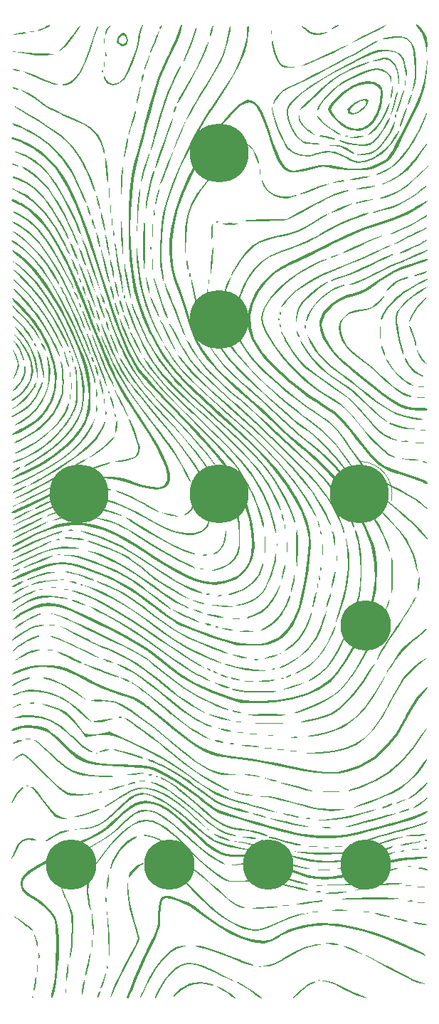
<source format=gbr>
G04 #@! TF.GenerationSoftware,KiCad,Pcbnew,7.0.2-0*
G04 #@! TF.CreationDate,2024-04-11T22:45:53+02:00*
G04 #@! TF.ProjectId,2600ish Panel,32363030-6973-4682-9050-616e656c2e6b,rev?*
G04 #@! TF.SameCoordinates,Original*
G04 #@! TF.FileFunction,Soldermask,Top*
G04 #@! TF.FilePolarity,Negative*
%FSLAX46Y46*%
G04 Gerber Fmt 4.6, Leading zero omitted, Abs format (unit mm)*
G04 Created by KiCad (PCBNEW 7.0.2-0) date 2024-04-11 22:45:53*
%MOMM*%
%LPD*%
G01*
G04 APERTURE LIST*
%ADD10C,0.100000*%
%ADD11C,6.000000*%
%ADD12C,7.000000*%
G04 APERTURE END LIST*
D10*
X204696581Y-87409111D02*
G75*
G03*
X201072131Y-82758093I-3822281J759111D01*
G01*
G36*
X168996236Y-113696855D02*
G01*
X168986432Y-113698044D01*
X168966523Y-113678548D01*
X168996236Y-113696855D01*
G37*
G36*
X169698686Y-117449927D02*
G01*
X169605985Y-117542628D01*
X169513284Y-117449927D01*
X169605985Y-117357226D01*
X169698686Y-117449927D01*
G37*
G36*
X191576058Y-105584234D02*
G01*
X191483357Y-105676934D01*
X191390657Y-105584234D01*
X191483357Y-105491533D01*
X191576058Y-105584234D01*
G37*
G36*
X161479221Y-121312457D02*
G01*
X161453771Y-121422678D01*
X161355620Y-121436058D01*
X161203014Y-121368223D01*
X161232019Y-121312457D01*
X161452047Y-121290268D01*
X161479221Y-121312457D01*
G37*
G36*
X162035425Y-146341654D02*
G01*
X162057614Y-146561683D01*
X162035425Y-146588856D01*
X161925205Y-146563406D01*
X161911824Y-146465255D01*
X161979660Y-146312649D01*
X162035425Y-146341654D01*
G37*
G36*
X162143576Y-31578964D02*
G01*
X162166867Y-31646634D01*
X161911824Y-31672478D01*
X161648623Y-31643342D01*
X161680073Y-31578964D01*
X162059654Y-31554477D01*
X162143576Y-31578964D01*
G37*
G36*
X163159422Y-97963461D02*
G01*
X163104128Y-98047728D01*
X162916082Y-98060837D01*
X162718253Y-98015559D01*
X162804069Y-97948824D01*
X163093829Y-97926722D01*
X163159422Y-97963461D01*
G37*
G36*
X165198838Y-92030614D02*
G01*
X165143544Y-92114882D01*
X164955498Y-92127991D01*
X164757669Y-92082712D01*
X164843485Y-92015977D01*
X165133245Y-91993875D01*
X165198838Y-92030614D01*
G37*
G36*
X166222408Y-97952687D02*
G01*
X166245699Y-98020357D01*
X165990657Y-98046201D01*
X165727455Y-98017064D01*
X165758905Y-97952687D01*
X166138486Y-97928199D01*
X166222408Y-97952687D01*
G37*
G36*
X166485060Y-69585450D02*
G01*
X166507249Y-69805478D01*
X166485060Y-69832652D01*
X166374840Y-69807202D01*
X166361460Y-69709051D01*
X166429295Y-69556445D01*
X166485060Y-69585450D01*
G37*
G36*
X167968272Y-97395669D02*
G01*
X167942822Y-97505890D01*
X167844671Y-97519270D01*
X167692065Y-97451435D01*
X167721070Y-97395669D01*
X167941098Y-97373480D01*
X167968272Y-97395669D01*
G37*
G36*
X170301241Y-122054876D02*
G01*
X170324531Y-122122546D01*
X170069489Y-122148390D01*
X169806287Y-122119254D01*
X169837737Y-122054876D01*
X170217318Y-122030389D01*
X170301241Y-122054876D01*
G37*
G36*
X170378491Y-36213187D02*
G01*
X170400680Y-36433215D01*
X170378491Y-36460389D01*
X170268270Y-36434939D01*
X170254890Y-36336788D01*
X170322726Y-36184182D01*
X170378491Y-36213187D01*
G37*
G36*
X170748481Y-34065620D02*
G01*
X170772968Y-34445201D01*
X170748481Y-34529124D01*
X170680811Y-34552415D01*
X170654967Y-34297372D01*
X170684103Y-34034171D01*
X170748481Y-34065620D01*
G37*
G36*
X170937745Y-142722463D02*
G01*
X170959847Y-143012224D01*
X170923108Y-143077816D01*
X170838841Y-143022522D01*
X170825732Y-142834477D01*
X170871010Y-142636647D01*
X170937745Y-142722463D01*
G37*
G36*
X171120097Y-74405888D02*
G01*
X171142286Y-74625916D01*
X171120097Y-74653090D01*
X171009876Y-74627640D01*
X170996496Y-74529489D01*
X171064331Y-74376883D01*
X171120097Y-74405888D01*
G37*
G36*
X172614896Y-113166381D02*
G01*
X172559602Y-113250648D01*
X172371557Y-113263757D01*
X172173727Y-113218478D01*
X172259543Y-113151744D01*
X172549304Y-113129641D01*
X172614896Y-113166381D01*
G37*
G36*
X172977161Y-62999836D02*
G01*
X172999263Y-63289596D01*
X172962524Y-63355189D01*
X172878257Y-63299895D01*
X172865148Y-63111849D01*
X172910426Y-62914020D01*
X172977161Y-62999836D01*
G37*
G36*
X176128986Y-57252390D02*
G01*
X176151088Y-57542151D01*
X176114349Y-57607743D01*
X176030082Y-57552449D01*
X176016972Y-57364404D01*
X176062251Y-57166574D01*
X176128986Y-57252390D01*
G37*
G36*
X176234087Y-120015460D02*
G01*
X176257378Y-120083130D01*
X176002335Y-120108974D01*
X175739134Y-120079838D01*
X175770584Y-120015460D01*
X176150165Y-119990973D01*
X176234087Y-120015460D01*
G37*
G36*
X176419489Y-130397942D02*
G01*
X176442779Y-130465612D01*
X176187737Y-130491456D01*
X175924535Y-130462320D01*
X175955985Y-130397942D01*
X176335566Y-130373455D01*
X176419489Y-130397942D01*
G37*
G36*
X176867542Y-120200049D02*
G01*
X176842092Y-120310270D01*
X176743941Y-120323650D01*
X176591335Y-120255814D01*
X176620340Y-120200049D01*
X176840368Y-120177860D01*
X176867542Y-120200049D01*
G37*
G36*
X180764022Y-60404215D02*
G01*
X180786125Y-60693975D01*
X180749385Y-60759568D01*
X180665118Y-60704274D01*
X180652009Y-60516229D01*
X180697288Y-60318399D01*
X180764022Y-60404215D01*
G37*
G36*
X182352335Y-95542468D02*
G01*
X182375626Y-95610138D01*
X182120584Y-95635982D01*
X181857382Y-95606846D01*
X181888832Y-95542468D01*
X182268413Y-95517980D01*
X182352335Y-95542468D01*
G37*
G36*
X182984977Y-61134234D02*
G01*
X183009465Y-61513815D01*
X182984977Y-61597737D01*
X182917307Y-61621028D01*
X182891463Y-61365985D01*
X182920599Y-61102784D01*
X182984977Y-61134234D01*
G37*
G36*
X183093941Y-98508891D02*
G01*
X183117232Y-98576561D01*
X182862189Y-98602405D01*
X182598988Y-98573269D01*
X182630438Y-98508891D01*
X183010019Y-98484404D01*
X183093941Y-98508891D01*
G37*
G36*
X184098199Y-54197129D02*
G01*
X184072749Y-54307350D01*
X183974598Y-54320730D01*
X183821992Y-54252894D01*
X183850997Y-54197129D01*
X184071025Y-54174940D01*
X184098199Y-54197129D01*
G37*
G36*
X184109787Y-102413096D02*
G01*
X184054493Y-102497363D01*
X183866447Y-102510473D01*
X183668618Y-102465194D01*
X183754434Y-102398459D01*
X184044194Y-102376357D01*
X184109787Y-102413096D01*
G37*
G36*
X185955263Y-65410055D02*
G01*
X185977366Y-65699815D01*
X185940626Y-65765408D01*
X185856359Y-65710114D01*
X185843250Y-65522068D01*
X185888529Y-65324238D01*
X185955263Y-65410055D01*
G37*
G36*
X188841387Y-106295752D02*
G01*
X188864677Y-106363422D01*
X188609635Y-106389266D01*
X188346433Y-106360130D01*
X188377883Y-106295752D01*
X188757464Y-106271265D01*
X188841387Y-106295752D01*
G37*
G36*
X190880803Y-107408161D02*
G01*
X190904093Y-107475831D01*
X190649051Y-107501675D01*
X190385849Y-107472539D01*
X190417299Y-107408161D01*
X190796880Y-107383674D01*
X190880803Y-107408161D01*
G37*
G36*
X191143455Y-92575231D02*
G01*
X191165644Y-92795259D01*
X191143455Y-92822433D01*
X191033234Y-92796983D01*
X191019854Y-92698832D01*
X191087689Y-92546226D01*
X191143455Y-92575231D01*
G37*
G36*
X191328856Y-65692019D02*
G01*
X191351045Y-65912048D01*
X191328856Y-65939221D01*
X191218635Y-65913771D01*
X191205255Y-65815620D01*
X191273091Y-65663014D01*
X191328856Y-65692019D01*
G37*
G36*
X191513444Y-64842263D02*
G01*
X191537932Y-65221844D01*
X191513444Y-65305766D01*
X191445774Y-65329057D01*
X191419931Y-65074015D01*
X191449067Y-64810813D01*
X191513444Y-64842263D01*
G37*
G36*
X191513444Y-66325474D02*
G01*
X191537932Y-66705055D01*
X191513444Y-66788978D01*
X191445774Y-66812269D01*
X191419931Y-66557226D01*
X191449067Y-66294025D01*
X191513444Y-66325474D01*
G37*
G36*
X191896648Y-108531344D02*
G01*
X191841354Y-108615611D01*
X191653309Y-108628721D01*
X191455479Y-108583442D01*
X191541295Y-108516707D01*
X191831055Y-108494605D01*
X191896648Y-108531344D01*
G37*
G36*
X192069649Y-90242263D02*
G01*
X192094136Y-90621844D01*
X192069649Y-90705766D01*
X192001979Y-90729057D01*
X191976135Y-90474015D01*
X192005271Y-90210813D01*
X192069649Y-90242263D01*
G37*
G36*
X194479868Y-66510876D02*
G01*
X194504355Y-66890457D01*
X194479868Y-66974380D01*
X194412198Y-66997670D01*
X194386354Y-66742628D01*
X194415490Y-66479426D01*
X194479868Y-66510876D01*
G37*
G36*
X195963079Y-97287518D02*
G01*
X195987567Y-97667099D01*
X195963079Y-97751022D01*
X195895409Y-97774313D01*
X195869566Y-97519270D01*
X195898702Y-97256069D01*
X195963079Y-97287518D01*
G37*
G36*
X196148481Y-96360511D02*
G01*
X196172968Y-96740092D01*
X196148481Y-96824015D01*
X196080811Y-96847305D01*
X196054967Y-96592263D01*
X196084103Y-96329061D01*
X196148481Y-96360511D01*
G37*
G36*
X196333882Y-90983869D02*
G01*
X196358370Y-91363450D01*
X196333882Y-91447372D01*
X196266212Y-91470663D01*
X196240368Y-91215620D01*
X196269504Y-90952419D01*
X196333882Y-90983869D01*
G37*
G36*
X199498108Y-44011636D02*
G01*
X199442814Y-44095903D01*
X199254769Y-44109013D01*
X199056939Y-44063734D01*
X199142755Y-43996999D01*
X199432515Y-43974897D01*
X199498108Y-44011636D01*
G37*
G36*
X205237015Y-41493266D02*
G01*
X205259117Y-41783027D01*
X205222378Y-41848619D01*
X205138111Y-41793325D01*
X205125002Y-41605280D01*
X205170280Y-41407450D01*
X205237015Y-41493266D01*
G37*
G36*
X208941995Y-127801508D02*
G01*
X208916545Y-127911729D01*
X208818394Y-127925109D01*
X208665787Y-127857274D01*
X208694793Y-127801508D01*
X208914821Y-127779320D01*
X208941995Y-127801508D01*
G37*
G36*
X208953582Y-128740103D02*
G01*
X208898289Y-128824371D01*
X208710243Y-128837480D01*
X208512413Y-128792201D01*
X208598230Y-128725466D01*
X208887990Y-128703364D01*
X208953582Y-128740103D01*
G37*
G36*
X162281216Y-68708649D02*
G01*
X162305633Y-68732603D01*
X162452079Y-68975686D01*
X162432223Y-69065052D01*
X162294308Y-69009414D01*
X162201847Y-68836390D01*
X162145399Y-68619789D01*
X162281216Y-68708649D01*
G37*
G36*
X167681902Y-61055438D02*
G01*
X167804731Y-61362656D01*
X167791869Y-61480588D01*
X167665404Y-61414489D01*
X167589473Y-61266117D01*
X167484431Y-60914072D01*
X167527560Y-60843835D01*
X167681902Y-61055438D01*
G37*
G36*
X167681902Y-64021862D02*
G01*
X167804731Y-64329080D01*
X167791869Y-64447011D01*
X167665404Y-64380912D01*
X167589473Y-64232540D01*
X167484431Y-63880496D01*
X167527560Y-63810258D01*
X167681902Y-64021862D01*
G37*
G36*
X169165114Y-70510913D02*
G01*
X169287943Y-70818131D01*
X169275081Y-70936062D01*
X169148616Y-70869963D01*
X169072685Y-70721592D01*
X168967643Y-70369547D01*
X169010772Y-70299309D01*
X169165114Y-70510913D01*
G37*
G36*
X177403377Y-30898600D02*
G01*
X177370887Y-31043217D01*
X177221276Y-31304182D01*
X177124534Y-31260465D01*
X177114744Y-31156489D01*
X177249398Y-30905081D01*
X177298022Y-30868758D01*
X177403377Y-30898600D01*
G37*
G36*
X183100606Y-107480455D02*
G01*
X183140292Y-107530949D01*
X183205548Y-107697701D01*
X183030139Y-107634897D01*
X182862189Y-107530949D01*
X182719656Y-107382113D01*
X182804897Y-107348386D01*
X183100606Y-107480455D01*
G37*
G36*
X160021460Y-38323542D02*
G01*
X160150511Y-38376204D01*
X160359469Y-38502652D01*
X160243211Y-38545736D01*
X159847427Y-38458189D01*
X159687007Y-38376204D01*
X159541393Y-38237170D01*
X159676188Y-38219616D01*
X160021460Y-38323542D01*
G37*
G36*
X160021460Y-47408214D02*
G01*
X160150511Y-47460876D01*
X160359469Y-47587324D01*
X160243211Y-47630407D01*
X159847427Y-47542860D01*
X159687007Y-47460876D01*
X159541393Y-47321842D01*
X159676188Y-47304288D01*
X160021460Y-47408214D01*
G37*
G36*
X161776302Y-115752403D02*
G01*
X161782465Y-115813268D01*
X161492227Y-115838125D01*
X161448321Y-115837871D01*
X161160772Y-115811137D01*
X161188220Y-115754707D01*
X161220098Y-115745533D01*
X161623959Y-115718391D01*
X161776302Y-115752403D01*
G37*
G36*
X162421678Y-111476986D02*
G01*
X162536700Y-111517404D01*
X162326137Y-111545361D01*
X161911824Y-111554223D01*
X161454107Y-111542726D01*
X161282560Y-111512799D01*
X161401970Y-111476986D01*
X162000837Y-111445951D01*
X162421678Y-111476986D01*
G37*
G36*
X162599156Y-142713038D02*
G01*
X162629006Y-143196126D01*
X162595415Y-143454643D01*
X162545299Y-143497983D01*
X162517179Y-143231736D01*
X162514784Y-143035328D01*
X162533038Y-142676283D01*
X162574913Y-142621810D01*
X162599156Y-142713038D01*
G37*
G36*
X162784558Y-141229826D02*
G01*
X162814408Y-141712914D01*
X162780816Y-141971432D01*
X162730701Y-142014771D01*
X162702580Y-141748524D01*
X162700185Y-141552117D01*
X162718440Y-141193071D01*
X162760314Y-141138599D01*
X162784558Y-141229826D01*
G37*
G36*
X164371922Y-105184520D02*
G01*
X164378085Y-105245384D01*
X164087847Y-105270242D01*
X164043941Y-105269988D01*
X163756392Y-105243253D01*
X163783841Y-105186824D01*
X163815718Y-105177650D01*
X164219580Y-105150508D01*
X164371922Y-105184520D01*
G37*
G36*
X164646496Y-102211906D02*
G01*
X164704198Y-102265644D01*
X164447835Y-102294901D01*
X164322043Y-102296694D01*
X163984739Y-102277365D01*
X163944987Y-102229239D01*
X163997591Y-102211906D01*
X164467811Y-102183072D01*
X164646496Y-102211906D01*
G37*
G36*
X165938050Y-145213796D02*
G01*
X165969085Y-145812662D01*
X165938050Y-146233504D01*
X165897632Y-146348525D01*
X165869675Y-146137962D01*
X165860813Y-145723650D01*
X165872310Y-145265932D01*
X165902237Y-145094385D01*
X165938050Y-145213796D01*
G37*
G36*
X166480767Y-72137272D02*
G01*
X166489941Y-72169149D01*
X166517083Y-72573011D01*
X166483071Y-72725353D01*
X166422207Y-72731516D01*
X166397349Y-72441278D01*
X166397603Y-72397372D01*
X166424338Y-72109823D01*
X166480767Y-72137272D01*
G37*
G36*
X166480767Y-74732892D02*
G01*
X166489941Y-74764769D01*
X166517083Y-75168631D01*
X166483071Y-75320974D01*
X166422207Y-75327137D01*
X166397349Y-75036899D01*
X166397603Y-74992993D01*
X166424338Y-74705443D01*
X166480767Y-74732892D01*
G37*
G36*
X166674663Y-73463431D02*
G01*
X166703497Y-73933651D01*
X166674663Y-74112336D01*
X166620925Y-74170037D01*
X166591668Y-73913675D01*
X166589875Y-73787883D01*
X166609204Y-73450579D01*
X166657330Y-73410827D01*
X166674663Y-73463431D01*
G37*
G36*
X166873475Y-90902833D02*
G01*
X166916814Y-90952949D01*
X166650567Y-90981069D01*
X166454160Y-90983464D01*
X166095115Y-90965210D01*
X166040642Y-90923335D01*
X166131869Y-90899092D01*
X166614957Y-90869242D01*
X166873475Y-90902833D01*
G37*
G36*
X168175058Y-144796642D02*
G01*
X168124898Y-145329554D01*
X168030073Y-145816350D01*
X167888543Y-146372555D01*
X167885088Y-145816350D01*
X167934374Y-145232610D01*
X168030073Y-144796642D01*
X168178512Y-144333139D01*
X168175058Y-144796642D01*
G37*
G36*
X169088207Y-139746614D02*
G01*
X169118057Y-140229702D01*
X169084466Y-140488220D01*
X169034350Y-140531559D01*
X169006230Y-140265312D01*
X169003835Y-140068905D01*
X169022089Y-139709860D01*
X169063964Y-139655387D01*
X169088207Y-139746614D01*
G37*
G36*
X169644412Y-76153913D02*
G01*
X169674262Y-76637001D01*
X169640670Y-76895519D01*
X169590555Y-76938859D01*
X169562434Y-76672612D01*
X169560040Y-76476204D01*
X169578294Y-76117159D01*
X169620168Y-76062686D01*
X169644412Y-76153913D01*
G37*
G36*
X169646325Y-74207586D02*
G01*
X169676825Y-74755890D01*
X169643794Y-75134593D01*
X169600371Y-75209197D01*
X169572382Y-74966285D01*
X169566312Y-74622190D01*
X169580186Y-74201527D01*
X169613408Y-74078486D01*
X169646325Y-74207586D01*
G37*
G36*
X170040675Y-145898232D02*
G01*
X169936749Y-146243504D01*
X169884087Y-146372555D01*
X169757639Y-146581514D01*
X169714556Y-146465255D01*
X169802103Y-146069471D01*
X169884087Y-145909051D01*
X170023121Y-145763437D01*
X170040675Y-145898232D01*
G37*
G36*
X170559599Y-32461359D02*
G01*
X170568773Y-32493237D01*
X170595915Y-32897098D01*
X170561903Y-33049441D01*
X170501039Y-33055604D01*
X170476181Y-32765366D01*
X170476435Y-32721460D01*
X170503170Y-32433911D01*
X170559599Y-32461359D01*
G37*
G36*
X170559599Y-35242381D02*
G01*
X170568773Y-35274258D01*
X170595915Y-35678120D01*
X170561903Y-35830463D01*
X170501039Y-35836626D01*
X170476181Y-35546388D01*
X170476435Y-35502482D01*
X170503170Y-35214933D01*
X170559599Y-35242381D01*
G37*
G36*
X170559599Y-75289096D02*
G01*
X170568773Y-75320974D01*
X170595915Y-75724836D01*
X170561903Y-75877178D01*
X170501039Y-75883341D01*
X170476181Y-75593103D01*
X170476435Y-75549197D01*
X170503170Y-75261648D01*
X170559599Y-75289096D01*
G37*
G36*
X170753495Y-76615255D02*
G01*
X170782329Y-77085476D01*
X170753495Y-77264161D01*
X170699757Y-77321862D01*
X170670500Y-77065500D01*
X170668707Y-76939708D01*
X170688036Y-76602404D01*
X170736162Y-76562652D01*
X170753495Y-76615255D01*
G37*
G36*
X171129291Y-50288248D02*
G01*
X171160326Y-50887114D01*
X171129291Y-51307956D01*
X171088873Y-51422977D01*
X171060916Y-51212414D01*
X171052054Y-50798102D01*
X171063551Y-50340385D01*
X171093478Y-50168837D01*
X171129291Y-50288248D01*
G37*
G36*
X171312741Y-52234963D02*
G01*
X171343415Y-52775220D01*
X171312741Y-53069270D01*
X171266892Y-53157129D01*
X171237802Y-52924194D01*
X171232394Y-52652117D01*
X171246858Y-52251122D01*
X171283835Y-52141043D01*
X171312741Y-52234963D01*
G37*
G36*
X171320949Y-86081979D02*
G01*
X171378650Y-86135717D01*
X171122288Y-86164974D01*
X170996496Y-86166767D01*
X170659192Y-86147438D01*
X170619440Y-86099312D01*
X170672043Y-86081979D01*
X171142264Y-86053145D01*
X171320949Y-86081979D01*
G37*
G36*
X171498426Y-53905738D02*
G01*
X171528276Y-54388826D01*
X171494685Y-54647344D01*
X171444569Y-54690683D01*
X171416449Y-54424436D01*
X171414054Y-54228029D01*
X171432308Y-53868984D01*
X171474183Y-53814511D01*
X171498426Y-53905738D01*
G37*
G36*
X171680502Y-55294088D02*
G01*
X171709336Y-55764308D01*
X171680502Y-55942993D01*
X171626764Y-56000694D01*
X171597507Y-55744332D01*
X171595714Y-55618540D01*
X171615044Y-55281236D01*
X171663169Y-55241484D01*
X171680502Y-55294088D01*
G37*
G36*
X171857409Y-76957710D02*
G01*
X171866583Y-76989587D01*
X171893725Y-77393449D01*
X171859713Y-77545791D01*
X171798849Y-77551954D01*
X171773991Y-77261716D01*
X171774246Y-77217810D01*
X171800980Y-76930261D01*
X171857409Y-76957710D01*
G37*
G36*
X172850511Y-108563761D02*
G01*
X173272657Y-108717561D01*
X173490146Y-108849597D01*
X173578039Y-108993793D01*
X173413292Y-108987503D01*
X173074715Y-108846479D01*
X172850511Y-108721755D01*
X172387007Y-108442488D01*
X172850511Y-108563761D01*
G37*
G36*
X174251566Y-120953457D02*
G01*
X174055620Y-121065255D01*
X173623109Y-121197767D01*
X173406715Y-121224595D01*
X173303470Y-121177054D01*
X173499416Y-121065255D01*
X173931927Y-120932744D01*
X174148321Y-120905916D01*
X174251566Y-120953457D01*
G37*
G36*
X175399781Y-120752052D02*
G01*
X175457482Y-120805790D01*
X175201120Y-120835047D01*
X175075328Y-120836840D01*
X174738024Y-120817511D01*
X174698272Y-120769385D01*
X174750876Y-120752052D01*
X175221096Y-120723218D01*
X175399781Y-120752052D01*
G37*
G36*
X176500940Y-52883869D02*
G01*
X176529774Y-53354089D01*
X176500940Y-53532774D01*
X176447202Y-53590475D01*
X176417945Y-53334113D01*
X176416152Y-53208321D01*
X176435482Y-52871017D01*
X176483607Y-52831265D01*
X176500940Y-52883869D01*
G37*
G36*
X179125347Y-40590203D02*
G01*
X179021421Y-40935475D01*
X178968759Y-41064526D01*
X178842311Y-41273484D01*
X178799227Y-41157226D01*
X178886774Y-40761442D01*
X178968759Y-40601022D01*
X179107793Y-40455408D01*
X179125347Y-40590203D01*
G37*
G36*
X182807632Y-62246642D02*
G01*
X182838305Y-62786899D01*
X182807632Y-63080949D01*
X182761783Y-63168808D01*
X182732693Y-62935872D01*
X182727285Y-62663796D01*
X182741748Y-62262801D01*
X182778726Y-62152722D01*
X182807632Y-62246642D01*
G37*
G36*
X182888184Y-102066093D02*
G01*
X183140292Y-102154307D01*
X183342488Y-102276849D01*
X183232992Y-102313646D01*
X182836194Y-102242520D01*
X182584087Y-102154307D01*
X182381891Y-102031764D01*
X182491387Y-101994967D01*
X182888184Y-102066093D01*
G37*
G36*
X182908540Y-93865798D02*
G01*
X182996399Y-93911648D01*
X182763463Y-93940737D01*
X182491387Y-93946146D01*
X182090392Y-93931682D01*
X181980313Y-93894705D01*
X182074233Y-93865798D01*
X182614490Y-93835125D01*
X182908540Y-93865798D01*
G37*
G36*
X182994984Y-64007956D02*
G01*
X183026020Y-64606823D01*
X182994984Y-65027664D01*
X182954567Y-65142685D01*
X182926609Y-64932122D01*
X182917748Y-64517810D01*
X182929244Y-64060093D01*
X182959172Y-63888545D01*
X182994984Y-64007956D01*
G37*
G36*
X183815779Y-107814341D02*
G01*
X183974598Y-107901752D01*
X184122998Y-108048659D01*
X184067299Y-108081475D01*
X183762614Y-107989162D01*
X183603795Y-107901752D01*
X183455396Y-107754845D01*
X183511095Y-107722028D01*
X183815779Y-107814341D01*
G37*
G36*
X184672015Y-98689695D02*
G01*
X184715355Y-98739810D01*
X184449108Y-98767930D01*
X184252700Y-98770325D01*
X183893655Y-98752071D01*
X183839182Y-98710196D01*
X183930409Y-98685953D01*
X184413497Y-98656103D01*
X184672015Y-98689695D01*
G37*
G36*
X184865256Y-108219893D02*
G01*
X184994306Y-108272555D01*
X185203265Y-108399003D01*
X185087007Y-108442086D01*
X184691222Y-108354539D01*
X184530803Y-108272555D01*
X184385189Y-108133521D01*
X184519984Y-108115967D01*
X184865256Y-108219893D01*
G37*
G36*
X185967664Y-116302417D02*
G01*
X186025366Y-116356155D01*
X185769003Y-116385412D01*
X185643211Y-116387205D01*
X185305907Y-116367876D01*
X185266155Y-116319750D01*
X185318759Y-116302417D01*
X185788979Y-116273583D01*
X185967664Y-116302417D01*
G37*
G36*
X186133321Y-66204425D02*
G01*
X186142496Y-66236302D01*
X186169638Y-66640164D01*
X186135626Y-66792507D01*
X186074761Y-66798670D01*
X186049903Y-66508432D01*
X186050158Y-66464526D01*
X186076892Y-66176976D01*
X186133321Y-66204425D01*
G37*
G36*
X186616569Y-101467258D02*
G01*
X186704428Y-101513107D01*
X186471493Y-101542197D01*
X186199416Y-101547605D01*
X185798421Y-101533142D01*
X185688342Y-101496164D01*
X185782262Y-101467258D01*
X186322519Y-101436585D01*
X186616569Y-101467258D01*
G37*
G36*
X186805499Y-113712987D02*
G01*
X186811662Y-113773851D01*
X186521424Y-113798709D01*
X186477518Y-113798455D01*
X186189969Y-113771720D01*
X186217417Y-113715291D01*
X186249295Y-113706117D01*
X186653156Y-113678975D01*
X186805499Y-113712987D01*
G37*
G36*
X187080073Y-115004607D02*
G01*
X187137774Y-115058345D01*
X186881412Y-115087602D01*
X186755620Y-115089395D01*
X186418316Y-115070066D01*
X186378564Y-115021940D01*
X186431168Y-115004607D01*
X186901388Y-114975773D01*
X187080073Y-115004607D01*
G37*
G36*
X188287731Y-108883651D02*
G01*
X188362336Y-108927074D01*
X188119424Y-108955063D01*
X187775328Y-108961133D01*
X187354665Y-108947259D01*
X187231625Y-108914037D01*
X187360724Y-108881120D01*
X187909028Y-108850620D01*
X188287731Y-108883651D01*
G37*
G36*
X188655985Y-115186966D02*
G01*
X188743844Y-115232815D01*
X188510909Y-115261905D01*
X188238832Y-115267313D01*
X187837837Y-115252850D01*
X187727758Y-115215872D01*
X187821678Y-115186966D01*
X188361935Y-115156293D01*
X188655985Y-115186966D01*
G37*
G36*
X189099745Y-48035082D02*
G01*
X189108919Y-48066959D01*
X189136061Y-48470821D01*
X189102049Y-48623164D01*
X189041185Y-48629327D01*
X189016327Y-48339089D01*
X189016581Y-48295182D01*
X189043316Y-48007633D01*
X189099745Y-48035082D01*
G37*
G36*
X190411288Y-31194447D02*
G01*
X190441788Y-31742751D01*
X190408758Y-32121454D01*
X190365334Y-32196059D01*
X190337346Y-31953147D01*
X190331275Y-31609051D01*
X190345150Y-31188388D01*
X190378372Y-31065347D01*
X190411288Y-31194447D01*
G37*
G36*
X190419461Y-116859038D02*
G01*
X190462800Y-116909153D01*
X190196553Y-116937273D01*
X190000146Y-116939668D01*
X189641100Y-116921414D01*
X189586627Y-116879540D01*
X189677855Y-116855296D01*
X190160943Y-116825446D01*
X190419461Y-116859038D01*
G37*
G36*
X191732809Y-88962359D02*
G01*
X191840917Y-89282148D01*
X191906277Y-89670175D01*
X191885449Y-89855621D01*
X191790110Y-89760852D01*
X191682002Y-89441064D01*
X191616642Y-89053036D01*
X191637470Y-88867591D01*
X191732809Y-88962359D01*
G37*
G36*
X191902672Y-117044439D02*
G01*
X191946012Y-117094555D01*
X191679765Y-117122675D01*
X191483357Y-117125070D01*
X191124312Y-117106815D01*
X191069839Y-117064941D01*
X191161066Y-117040698D01*
X191644154Y-117010848D01*
X191902672Y-117044439D01*
G37*
G36*
X192458877Y-135584585D02*
G01*
X192502216Y-135634701D01*
X192235969Y-135662821D01*
X192039562Y-135665216D01*
X191680516Y-135646961D01*
X191626043Y-135605087D01*
X191717271Y-135580844D01*
X192200359Y-135550994D01*
X192458877Y-135584585D01*
G37*
G36*
X192814332Y-108169337D02*
G01*
X192688467Y-108272555D01*
X192350477Y-108429439D01*
X192224963Y-108452278D01*
X192191799Y-108375773D01*
X192317664Y-108272555D01*
X192655654Y-108115671D01*
X192781168Y-108092831D01*
X192814332Y-108169337D01*
G37*
G36*
X193571285Y-115561227D02*
G01*
X193614625Y-115611343D01*
X193348378Y-115639463D01*
X193151970Y-115641858D01*
X192792925Y-115623604D01*
X192738452Y-115581729D01*
X192829680Y-115557486D01*
X193312768Y-115527636D01*
X193571285Y-115561227D01*
G37*
G36*
X193631209Y-67464800D02*
G01*
X193739246Y-67822537D01*
X193735062Y-67982651D01*
X193619160Y-67904990D01*
X193545678Y-67755168D01*
X193449315Y-67369813D01*
X193441825Y-67237318D01*
X193504948Y-67218037D01*
X193631209Y-67464800D01*
G37*
G36*
X193664374Y-117226716D02*
G01*
X193738978Y-117270140D01*
X193496066Y-117298128D01*
X193151970Y-117304199D01*
X192731308Y-117290324D01*
X192608267Y-117257102D01*
X192737366Y-117224186D01*
X193285671Y-117193686D01*
X193664374Y-117226716D01*
G37*
G36*
X195052335Y-125201687D02*
G01*
X195110037Y-125255425D01*
X194853675Y-125284682D01*
X194727883Y-125286475D01*
X194390579Y-125267146D01*
X194350827Y-125219020D01*
X194403430Y-125201687D01*
X194873651Y-125172853D01*
X195052335Y-125201687D01*
G37*
G36*
X195889191Y-128536205D02*
G01*
X195963795Y-128579629D01*
X195720884Y-128607618D01*
X195376788Y-128613688D01*
X194956125Y-128599813D01*
X194833084Y-128566591D01*
X194962184Y-128533675D01*
X195510488Y-128503175D01*
X195889191Y-128536205D01*
G37*
G36*
X195979343Y-136325775D02*
G01*
X196037044Y-136379513D01*
X195780682Y-136408770D01*
X195654890Y-136410563D01*
X195317586Y-136391233D01*
X195277834Y-136343108D01*
X195330438Y-136325775D01*
X195800658Y-136296941D01*
X195979343Y-136325775D01*
G37*
G36*
X196338897Y-95155401D02*
G01*
X196367730Y-95625622D01*
X196338897Y-95804307D01*
X196285158Y-95862008D01*
X196255901Y-95605646D01*
X196254108Y-95479854D01*
X196273438Y-95142550D01*
X196321564Y-95102798D01*
X196338897Y-95155401D01*
G37*
G36*
X196352307Y-133915972D02*
G01*
X196395647Y-133966087D01*
X196129400Y-133994208D01*
X195932992Y-133996602D01*
X195573947Y-133978348D01*
X195519474Y-133936474D01*
X195610701Y-133912230D01*
X196093789Y-133882380D01*
X196352307Y-133915972D01*
G37*
G36*
X197187981Y-128730505D02*
G01*
X197194144Y-128791370D01*
X196903906Y-128816228D01*
X196860000Y-128815973D01*
X196572450Y-128789239D01*
X196599899Y-128732810D01*
X196631776Y-128723635D01*
X197035638Y-128696493D01*
X197187981Y-128730505D01*
G37*
G36*
X198853065Y-128535871D02*
G01*
X198940925Y-128581721D01*
X198707989Y-128610810D01*
X198435912Y-128616219D01*
X198034917Y-128601755D01*
X197924838Y-128564778D01*
X198018759Y-128535871D01*
X198559016Y-128505198D01*
X198853065Y-128535871D01*
G37*
G36*
X198945766Y-131134534D02*
G01*
X199003468Y-131188272D01*
X198747105Y-131217529D01*
X198621314Y-131219322D01*
X198284010Y-131199993D01*
X198244257Y-131151867D01*
X198296861Y-131134534D01*
X198767081Y-131105700D01*
X198945766Y-131134534D01*
G37*
G36*
X202097591Y-136325775D02*
G01*
X202155293Y-136379513D01*
X201898930Y-136408770D01*
X201773138Y-136410563D01*
X201435834Y-136391233D01*
X201396082Y-136343108D01*
X201448686Y-136325775D01*
X201918906Y-136296941D01*
X202097591Y-136325775D01*
G37*
G36*
X206272652Y-129101308D02*
G01*
X206278815Y-129162173D01*
X205988577Y-129187031D01*
X205944671Y-129186776D01*
X205657122Y-129160042D01*
X205684571Y-129103613D01*
X205716448Y-129094438D01*
X206120310Y-129067296D01*
X206272652Y-129101308D01*
G37*
G36*
X206342081Y-37467199D02*
G01*
X206351255Y-37499076D01*
X206378397Y-37902938D01*
X206344385Y-38055280D01*
X206283520Y-38061443D01*
X206258663Y-37771205D01*
X206258917Y-37727299D01*
X206285651Y-37439750D01*
X206342081Y-37467199D01*
G37*
G36*
X206734789Y-80334950D02*
G01*
X206778128Y-80385065D01*
X206511881Y-80413186D01*
X206315474Y-80415581D01*
X205956429Y-80397326D01*
X205901956Y-80355452D01*
X205993183Y-80331209D01*
X206476271Y-80301358D01*
X206734789Y-80334950D01*
G37*
G36*
X207103430Y-133173950D02*
G01*
X207161132Y-133227688D01*
X206904770Y-133256945D01*
X206778978Y-133258738D01*
X206441674Y-133239409D01*
X206401921Y-133191283D01*
X206454525Y-133173950D01*
X206924746Y-133145116D01*
X207103430Y-133173950D01*
G37*
G36*
X207196131Y-130946090D02*
G01*
X207283990Y-130991940D01*
X207051055Y-131021029D01*
X206778978Y-131026438D01*
X206377983Y-131011974D01*
X206267904Y-130974997D01*
X206361824Y-130946090D01*
X206902081Y-130915417D01*
X207196131Y-130946090D01*
G37*
G36*
X207199660Y-135034155D02*
G01*
X207205823Y-135095019D01*
X206915585Y-135119877D01*
X206871678Y-135119623D01*
X206584129Y-135092888D01*
X206611578Y-135036459D01*
X206643455Y-135027285D01*
X207047317Y-135000143D01*
X207199660Y-135034155D01*
G37*
G36*
X207937737Y-128906674D02*
G01*
X208025596Y-128952523D01*
X207792660Y-128981613D01*
X207520584Y-128987022D01*
X207119589Y-128972558D01*
X207009510Y-128935581D01*
X207103430Y-128906674D01*
X207643687Y-128876001D01*
X207937737Y-128906674D01*
G37*
G36*
X208586642Y-73845483D02*
G01*
X208644344Y-73899221D01*
X208387981Y-73928478D01*
X208262189Y-73930271D01*
X207924885Y-73910941D01*
X207885133Y-73862816D01*
X207937737Y-73845483D01*
X208407957Y-73816649D01*
X208586642Y-73845483D01*
G37*
G36*
X208586642Y-80514943D02*
G01*
X208701663Y-80555360D01*
X208491100Y-80583317D01*
X208076788Y-80592179D01*
X207619070Y-80580682D01*
X207447523Y-80550755D01*
X207566934Y-80514943D01*
X208165800Y-80483907D01*
X208586642Y-80514943D01*
G37*
G36*
X208679343Y-133356309D02*
G01*
X208767202Y-133402159D01*
X208534266Y-133431248D01*
X208262189Y-133436657D01*
X207861194Y-133422193D01*
X207751116Y-133385216D01*
X207845036Y-133356309D01*
X208385293Y-133325636D01*
X208679343Y-133356309D01*
G37*
G36*
X208679343Y-135210324D02*
G01*
X208767202Y-135256173D01*
X208534266Y-135285263D01*
X208262189Y-135290671D01*
X207861194Y-135276208D01*
X207751116Y-135239230D01*
X207845036Y-135210324D01*
X208385293Y-135179651D01*
X208679343Y-135210324D01*
G37*
G36*
X208681892Y-75140585D02*
G01*
X208756496Y-75184009D01*
X208513584Y-75211997D01*
X208169489Y-75218067D01*
X207748826Y-75204193D01*
X207625785Y-75170971D01*
X207754885Y-75138054D01*
X208303189Y-75107555D01*
X208681892Y-75140585D01*
G37*
G36*
X208772043Y-79036724D02*
G01*
X208829745Y-79090462D01*
X208573383Y-79119719D01*
X208447591Y-79121512D01*
X208110287Y-79102182D01*
X208070535Y-79054057D01*
X208123138Y-79036724D01*
X208593359Y-79007890D01*
X208772043Y-79036724D01*
G37*
G36*
X208817444Y-82785222D02*
G01*
X208911095Y-82872555D01*
X208983744Y-83016109D01*
X208877430Y-83011646D01*
X208540292Y-82872555D01*
X208307344Y-82750078D01*
X208412091Y-82704261D01*
X208482999Y-82700184D01*
X208817444Y-82785222D01*
G37*
G36*
X159797496Y-36044271D02*
G01*
X159965109Y-36079136D01*
X160445364Y-36206645D01*
X160596197Y-36295288D01*
X160401350Y-36333406D01*
X160320462Y-36333949D01*
X159866514Y-36234446D01*
X159687007Y-36142916D01*
X159582350Y-36032334D01*
X159797496Y-36044271D01*
G37*
G36*
X160717271Y-111655004D02*
G01*
X160589708Y-111729463D01*
X160396787Y-111791200D01*
X159936275Y-111948336D01*
X159655181Y-112067115D01*
X159588533Y-112068405D01*
X159768793Y-111901632D01*
X160202257Y-111677014D01*
X160510399Y-111625717D01*
X160717271Y-111655004D01*
G37*
G36*
X163175093Y-68775778D02*
G01*
X163324268Y-69030187D01*
X163498772Y-69412298D01*
X163536494Y-69627924D01*
X163532363Y-69633525D01*
X163411532Y-69544836D01*
X163239751Y-69237607D01*
X163065256Y-68800931D01*
X163047608Y-68637405D01*
X163175093Y-68775778D01*
G37*
G36*
X165020619Y-97757599D02*
G01*
X165123028Y-97796232D01*
X164902432Y-97823205D01*
X164414744Y-97832623D01*
X163938953Y-97821480D01*
X163755673Y-97794058D01*
X163903775Y-97756260D01*
X163908211Y-97755707D01*
X164512834Y-97725430D01*
X165020619Y-97757599D01*
G37*
G36*
X166639061Y-70176410D02*
G01*
X166731385Y-70318591D01*
X166866356Y-70685738D01*
X166852722Y-70874795D01*
X166768594Y-70993046D01*
X166746899Y-70882974D01*
X166681363Y-70527714D01*
X166625563Y-70326769D01*
X166560804Y-70092228D01*
X166639061Y-70176410D01*
G37*
G36*
X166941138Y-97064501D02*
G01*
X167195766Y-97148467D01*
X167382957Y-97262961D01*
X167284525Y-97300727D01*
X166977624Y-97261764D01*
X166546861Y-97148467D01*
X166264341Y-97042077D01*
X166325500Y-96999706D01*
X166454160Y-96994577D01*
X166941138Y-97064501D01*
G37*
G36*
X167068524Y-62657529D02*
G01*
X167217698Y-62911938D01*
X167392202Y-63294050D01*
X167429925Y-63509676D01*
X167425794Y-63515277D01*
X167304962Y-63426588D01*
X167133182Y-63119359D01*
X166958686Y-62682683D01*
X166941038Y-62519157D01*
X167068524Y-62657529D01*
G37*
G36*
X170759506Y-134366695D02*
G01*
X170760059Y-134371131D01*
X170790336Y-134975754D01*
X170758167Y-135483539D01*
X170719534Y-135585948D01*
X170692561Y-135365352D01*
X170683143Y-134877664D01*
X170694286Y-134401873D01*
X170721708Y-134218593D01*
X170759506Y-134366695D01*
G37*
G36*
X171108435Y-117040832D02*
G01*
X170976270Y-117116336D01*
X170811095Y-117171825D01*
X170374335Y-117286319D01*
X170070093Y-117324085D01*
X169975525Y-117285122D01*
X170162189Y-117171825D01*
X170649167Y-117039644D01*
X170903795Y-117017935D01*
X171108435Y-117040832D01*
G37*
G36*
X175227588Y-36711533D02*
G01*
X175188625Y-37018434D01*
X175075328Y-37449197D01*
X174968938Y-37731717D01*
X174926567Y-37670558D01*
X174921438Y-37541898D01*
X174991362Y-37054920D01*
X175075328Y-36800292D01*
X175189822Y-36613101D01*
X175227588Y-36711533D01*
G37*
G36*
X181349596Y-99281478D02*
G01*
X181935182Y-99456397D01*
X182340621Y-99605342D01*
X182476525Y-99702492D01*
X182398686Y-99723323D01*
X181968295Y-99649973D01*
X181471678Y-99472681D01*
X181087170Y-99281055D01*
X181047549Y-99217283D01*
X181349596Y-99281478D01*
G37*
G36*
X184100040Y-115946119D02*
G01*
X184530803Y-116059416D01*
X184813323Y-116165807D01*
X184752164Y-116208177D01*
X184623503Y-116213306D01*
X184136525Y-116143382D01*
X183881897Y-116059416D01*
X183694706Y-115944922D01*
X183793139Y-115907156D01*
X184100040Y-115946119D01*
G37*
G36*
X185954054Y-108530060D02*
G01*
X186384817Y-108643358D01*
X186667337Y-108749748D01*
X186606179Y-108792119D01*
X186477518Y-108797247D01*
X185990540Y-108727323D01*
X185735912Y-108643358D01*
X185548721Y-108528863D01*
X185647153Y-108491098D01*
X185954054Y-108530060D01*
G37*
G36*
X186139456Y-112423491D02*
G01*
X186570219Y-112536788D01*
X186852739Y-112643179D01*
X186791580Y-112685549D01*
X186662919Y-112690678D01*
X186175941Y-112620754D01*
X185921314Y-112536788D01*
X185734122Y-112422294D01*
X185832555Y-112384528D01*
X186139456Y-112423491D01*
G37*
G36*
X187907322Y-127451904D02*
G01*
X188424233Y-127554307D01*
X188661339Y-127655878D01*
X188579075Y-127696537D01*
X188223842Y-127676284D01*
X187642034Y-127595120D01*
X187404525Y-127554307D01*
X186662919Y-127421524D01*
X187311824Y-127413695D01*
X187907322Y-127451904D01*
G37*
G36*
X188278125Y-120035846D02*
G01*
X188795036Y-120138248D01*
X189032141Y-120239819D01*
X188949878Y-120280479D01*
X188594644Y-120260226D01*
X188012837Y-120179061D01*
X187775328Y-120138248D01*
X187033722Y-120005466D01*
X187682627Y-119997637D01*
X188278125Y-120035846D01*
G37*
G36*
X195932491Y-89828965D02*
G01*
X196024816Y-89971146D01*
X196159786Y-90338292D01*
X196146153Y-90527350D01*
X196062025Y-90645601D01*
X196040330Y-90535528D01*
X195974793Y-90180269D01*
X195918994Y-89979324D01*
X195854234Y-89744783D01*
X195932491Y-89828965D01*
G37*
G36*
X160518824Y-83517111D02*
G01*
X160257088Y-83698881D01*
X160243211Y-83706861D01*
X159844007Y-83901016D01*
X159594306Y-83971824D01*
X159596796Y-83896612D01*
X159858532Y-83714842D01*
X159872408Y-83706861D01*
X160271613Y-83512706D01*
X160521314Y-83441899D01*
X160518824Y-83517111D01*
G37*
G36*
X160518824Y-95568206D02*
G01*
X160257088Y-95749976D01*
X160243211Y-95757956D01*
X159844007Y-95952111D01*
X159594306Y-96022919D01*
X159596796Y-95947706D01*
X159858532Y-95765936D01*
X159872408Y-95757956D01*
X160271613Y-95563801D01*
X160521314Y-95492994D01*
X160518824Y-95568206D01*
G37*
G36*
X160756969Y-115896947D02*
G01*
X160706919Y-115975812D01*
X160325424Y-116125712D01*
X160057810Y-116214746D01*
X159656545Y-116336487D01*
X159563310Y-116326283D01*
X159736143Y-116174671D01*
X159768793Y-116149570D01*
X160203105Y-115929372D01*
X160494949Y-115874015D01*
X160756969Y-115896947D01*
G37*
G36*
X167030093Y-91841180D02*
G01*
X167614157Y-91905494D01*
X167844671Y-91957226D01*
X168081130Y-92048960D01*
X168042190Y-92089937D01*
X167702423Y-92080156D01*
X167036401Y-92019619D01*
X166454160Y-91957226D01*
X165341751Y-91834160D01*
X166361460Y-91821473D01*
X167030093Y-91841180D01*
G37*
G36*
X171090082Y-132094206D02*
G01*
X171051817Y-132560146D01*
X170972261Y-133204802D01*
X170900996Y-133573008D01*
X170848706Y-133638770D01*
X170826073Y-133376096D01*
X170829575Y-133100900D01*
X170889706Y-132506991D01*
X171002713Y-132003942D01*
X171077174Y-131870726D01*
X171090082Y-132094206D01*
G37*
G36*
X171253633Y-30941648D02*
G01*
X171232530Y-30970133D01*
X170989390Y-31370328D01*
X170830324Y-31711739D01*
X170699005Y-32008310D01*
X170648555Y-31971825D01*
X170637445Y-31776837D01*
X170762752Y-31377118D01*
X171039651Y-31035231D01*
X171262008Y-30871062D01*
X171253633Y-30941648D01*
G37*
G36*
X176310398Y-54454315D02*
G01*
X176322796Y-54552482D01*
X176352795Y-55248652D01*
X176322796Y-55942993D01*
X176289634Y-56106061D01*
X176264398Y-55937036D01*
X176251135Y-55474609D01*
X176250070Y-55247737D01*
X176258122Y-54690668D01*
X176279580Y-54413297D01*
X176310398Y-54454315D01*
G37*
G36*
X176317047Y-58687748D02*
G01*
X176321855Y-58724015D01*
X176352538Y-59374128D01*
X176321855Y-59929124D01*
X176285504Y-60069055D01*
X176258910Y-59879769D01*
X176247233Y-59402827D01*
X176247079Y-59326569D01*
X176256572Y-58817214D01*
X176281614Y-58590421D01*
X176317047Y-58687748D01*
G37*
G36*
X180423700Y-59022090D02*
G01*
X180473511Y-59215502D01*
X180560267Y-59687587D01*
X180572120Y-59974995D01*
X180520395Y-60020838D01*
X180416417Y-59768228D01*
X180385348Y-59658375D01*
X180298924Y-59150153D01*
X180287724Y-58863066D01*
X180331579Y-58786241D01*
X180423700Y-59022090D01*
G37*
G36*
X191582727Y-130062793D02*
G01*
X191946861Y-130242628D01*
X192216934Y-130427100D01*
X192230338Y-130507471D01*
X192224963Y-130507590D01*
X191940192Y-130422462D01*
X191576058Y-130242628D01*
X191305985Y-130058155D01*
X191292581Y-129977785D01*
X191297956Y-129977665D01*
X191582727Y-130062793D01*
G37*
G36*
X196525806Y-92616215D02*
G01*
X196530615Y-92652482D01*
X196561297Y-93302595D01*
X196530615Y-93857591D01*
X196494263Y-93997522D01*
X196467670Y-93808237D01*
X196455992Y-93331294D01*
X196455838Y-93255036D01*
X196465332Y-92745682D01*
X196490373Y-92518888D01*
X196525806Y-92616215D01*
G37*
G36*
X198377372Y-30854290D02*
G01*
X198131078Y-31047465D01*
X197657688Y-31320372D01*
X197601606Y-31349601D01*
X197437756Y-31408529D01*
X197579387Y-31258401D01*
X197694306Y-31162113D01*
X198070464Y-30897306D01*
X198338178Y-30781870D01*
X198343211Y-30781706D01*
X198377372Y-30854290D01*
G37*
G36*
X198471449Y-58160251D02*
G01*
X198435912Y-58182881D01*
X198039452Y-58365525D01*
X197694306Y-58478689D01*
X197415288Y-58533084D01*
X197473368Y-58453472D01*
X197508905Y-58430841D01*
X197905365Y-58248197D01*
X198250511Y-58135034D01*
X198529529Y-58080639D01*
X198471449Y-58160251D01*
G37*
G36*
X203984816Y-100763796D02*
G01*
X203899688Y-101048567D01*
X203719854Y-101412701D01*
X203535381Y-101682774D01*
X203455010Y-101696178D01*
X203454891Y-101690803D01*
X203540019Y-101406032D01*
X203719854Y-101041898D01*
X203904326Y-100771825D01*
X203984697Y-100758421D01*
X203984816Y-100763796D01*
G37*
G36*
X204881092Y-38190803D02*
G01*
X204833531Y-38723571D01*
X204739562Y-39210511D01*
X204643310Y-39556491D01*
X204604525Y-39557372D01*
X204598032Y-39303212D01*
X204645592Y-38770444D01*
X204739562Y-38283504D01*
X204835814Y-37937524D01*
X204874598Y-37936643D01*
X204881092Y-38190803D01*
G37*
G36*
X208053352Y-137657417D02*
G01*
X208540292Y-137751387D01*
X208886272Y-137847639D01*
X208887153Y-137886423D01*
X208632992Y-137892917D01*
X208100224Y-137845357D01*
X207613284Y-137751387D01*
X207267304Y-137655135D01*
X207266423Y-137616350D01*
X207520584Y-137609857D01*
X208053352Y-137657417D01*
G37*
G36*
X208649347Y-131136983D02*
G01*
X208907393Y-131256786D01*
X208911095Y-131262336D01*
X208981209Y-131419907D01*
X208968387Y-131423331D01*
X208767367Y-131372854D01*
X208347358Y-131280368D01*
X208262189Y-131262336D01*
X207613284Y-131125747D01*
X208204897Y-131101341D01*
X208649347Y-131136983D01*
G37*
G36*
X160791493Y-97117173D02*
G01*
X160445912Y-97337964D01*
X160230343Y-97460098D01*
X159798009Y-97670280D01*
X159536801Y-97745893D01*
X159501606Y-97723607D01*
X159648063Y-97576830D01*
X159997222Y-97363438D01*
X160413765Y-97152953D01*
X160762374Y-97014892D01*
X160902202Y-97004051D01*
X160791493Y-97117173D01*
G37*
G36*
X165897956Y-89422326D02*
G01*
X165259483Y-89591558D01*
X164697828Y-89740484D01*
X164507445Y-89790989D01*
X164296673Y-89829758D01*
X164426508Y-89741680D01*
X164635523Y-89641743D01*
X165217779Y-89440184D01*
X165898359Y-89290799D01*
X166026034Y-89273080D01*
X166824963Y-89176663D01*
X165897956Y-89422326D01*
G37*
G36*
X166932030Y-99274928D02*
G01*
X167405318Y-99428662D01*
X167675209Y-99540277D01*
X168155046Y-99770777D01*
X168299967Y-99881124D01*
X168126819Y-99868462D01*
X167652448Y-99729935D01*
X167288467Y-99605850D01*
X166847751Y-99425363D01*
X166638870Y-99287804D01*
X166655501Y-99244371D01*
X166932030Y-99274928D01*
G37*
G36*
X167779456Y-89073573D02*
G01*
X168308175Y-89165568D01*
X168727529Y-89259869D01*
X168800762Y-89305541D01*
X168546930Y-89318288D01*
X168493576Y-89318349D01*
X167877755Y-89268440D01*
X167381168Y-89176204D01*
X167091196Y-89081026D01*
X167104261Y-89031697D01*
X167355352Y-89028964D01*
X167779456Y-89073573D01*
G37*
G36*
X169122646Y-53926427D02*
G01*
X169280135Y-54276646D01*
X169327883Y-54413431D01*
X169466701Y-54925202D01*
X169471004Y-55145880D01*
X169365288Y-55050972D01*
X169174045Y-54615982D01*
X169161022Y-54580292D01*
X169029013Y-54133384D01*
X169002139Y-53856418D01*
X169014283Y-53830924D01*
X169122646Y-53926427D01*
G37*
G36*
X170152618Y-62793283D02*
G01*
X170331251Y-63141729D01*
X170359508Y-63206019D01*
X170526472Y-63663187D01*
X170584773Y-63975990D01*
X170579636Y-64007078D01*
X170490763Y-63966190D01*
X170339541Y-63656961D01*
X170296873Y-63544392D01*
X170129536Y-63026453D01*
X170083415Y-62765471D01*
X170152618Y-62793283D01*
G37*
G36*
X170797066Y-106325464D02*
G01*
X171268475Y-106501749D01*
X171274598Y-106504545D01*
X171614256Y-106683262D01*
X171642466Y-106752231D01*
X171402161Y-106710831D01*
X170936274Y-106558442D01*
X170811095Y-106511241D01*
X170467918Y-106354375D01*
X170393375Y-106263849D01*
X170440292Y-106255606D01*
X170797066Y-106325464D01*
G37*
G36*
X171443393Y-113442473D02*
G01*
X171089197Y-113554361D01*
X170227824Y-113775871D01*
X169567098Y-113834049D01*
X169001793Y-113700279D01*
X168996236Y-113696855D01*
X169945114Y-113581806D01*
X170625179Y-113494471D01*
X171246531Y-113406783D01*
X171460000Y-113373423D01*
X171612866Y-113366541D01*
X171443393Y-113442473D01*
G37*
G36*
X172099560Y-77940848D02*
G01*
X172101695Y-78238847D01*
X172059660Y-78650719D01*
X171984708Y-79051020D01*
X171918658Y-79257226D01*
X171832621Y-79364220D01*
X171828814Y-79110436D01*
X171864789Y-78793723D01*
X171944479Y-78277411D01*
X172017891Y-77940406D01*
X172042004Y-77882165D01*
X172099560Y-77940848D01*
G37*
G36*
X173066890Y-65673218D02*
G01*
X173237915Y-66071782D01*
X173431098Y-66591323D01*
X173532212Y-66951885D01*
X173532673Y-67049273D01*
X173431437Y-66938271D01*
X173256482Y-66574376D01*
X173155380Y-66323409D01*
X172946759Y-65729723D01*
X172867473Y-65408210D01*
X172910018Y-65381749D01*
X173066890Y-65673218D01*
G37*
G36*
X181344115Y-100378804D02*
G01*
X181810002Y-100531193D01*
X181935182Y-100578394D01*
X182278358Y-100735260D01*
X182352902Y-100825786D01*
X182305985Y-100834029D01*
X181949210Y-100764171D01*
X181477802Y-100587886D01*
X181471678Y-100585090D01*
X181132020Y-100406373D01*
X181103810Y-100337404D01*
X181344115Y-100378804D01*
G37*
G36*
X183442750Y-54554194D02*
G01*
X183466976Y-54935856D01*
X183456899Y-55219083D01*
X183400365Y-55978607D01*
X183349508Y-56387567D01*
X183306654Y-56440614D01*
X183274130Y-56132396D01*
X183258241Y-55675832D01*
X183265763Y-55061656D01*
X183310627Y-54612730D01*
X183372043Y-54442069D01*
X183442750Y-54554194D01*
G37*
G36*
X183487185Y-30930539D02*
G01*
X183440249Y-31249113D01*
X183392501Y-31439421D01*
X183227892Y-31973046D01*
X183112218Y-32228424D01*
X183067565Y-32182777D01*
X183116017Y-31813324D01*
X183138166Y-31701752D01*
X183270310Y-31219783D01*
X183415741Y-30902177D01*
X183431425Y-30883217D01*
X183487185Y-30930539D01*
G37*
G36*
X184079223Y-114442385D02*
G01*
X184568746Y-114537991D01*
X185087007Y-114660993D01*
X185548987Y-114793470D01*
X185740534Y-114886066D01*
X185643211Y-114916991D01*
X185165332Y-114859414D01*
X184568941Y-114715036D01*
X184438102Y-114674097D01*
X183989778Y-114510925D01*
X183878193Y-114433525D01*
X184079223Y-114442385D01*
G37*
G36*
X184471474Y-64490305D02*
G01*
X184480707Y-64568296D01*
X184510372Y-65223028D01*
X184481767Y-65844793D01*
X184479211Y-65866106D01*
X184444243Y-65993894D01*
X184418506Y-65794579D01*
X184406559Y-65311832D01*
X184406239Y-65166715D01*
X184415507Y-64640541D01*
X184438766Y-64402902D01*
X184471474Y-64490305D01*
G37*
G36*
X184994306Y-102646779D02*
G01*
X185479141Y-102733288D01*
X185779539Y-102810658D01*
X185813163Y-102827807D01*
X185762777Y-102887930D01*
X185478713Y-102884423D01*
X185089953Y-102830942D01*
X184725478Y-102741141D01*
X184623503Y-102701853D01*
X184491886Y-102610901D01*
X184702704Y-102607805D01*
X184994306Y-102646779D01*
G37*
G36*
X185497051Y-54402135D02*
G01*
X186065895Y-54423950D01*
X186401574Y-54470860D01*
X186438383Y-54533133D01*
X186424059Y-54539451D01*
X185784386Y-54652928D01*
X185006501Y-54591076D01*
X184716204Y-54522705D01*
X184611930Y-54454066D01*
X184860724Y-54412874D01*
X185445686Y-54401737D01*
X185497051Y-54402135D01*
G37*
G36*
X185933238Y-105728516D02*
G01*
X186422761Y-105824123D01*
X186941022Y-105947124D01*
X187403002Y-106079602D01*
X187594549Y-106172198D01*
X187497226Y-106203123D01*
X187019346Y-106145545D01*
X186422955Y-106001167D01*
X186292116Y-105960228D01*
X185843793Y-105797056D01*
X185732207Y-105719656D01*
X185933238Y-105728516D01*
G37*
G36*
X188104284Y-102938003D02*
G01*
X188197382Y-102946547D01*
X188348694Y-102978599D01*
X188169694Y-103003093D01*
X187700849Y-103016393D01*
X187404525Y-103017756D01*
X186831651Y-103009853D01*
X186544101Y-102989721D01*
X186576392Y-102960981D01*
X186714170Y-102945322D01*
X187414397Y-102916434D01*
X188104284Y-102938003D01*
G37*
G36*
X189653749Y-127828057D02*
G01*
X190192021Y-128020416D01*
X190370949Y-128100365D01*
X190812990Y-128326346D01*
X190923326Y-128424008D01*
X190718072Y-128393542D01*
X190213346Y-128235136D01*
X189814744Y-128093842D01*
X189374792Y-127911607D01*
X189189957Y-127787613D01*
X189258540Y-127752685D01*
X189653749Y-127828057D01*
G37*
G36*
X189672919Y-91818175D02*
G01*
X189701230Y-92595632D01*
X189683944Y-93412779D01*
X189672919Y-93579489D01*
X189644481Y-93784748D01*
X189621678Y-93653595D01*
X189607219Y-93220406D01*
X189603479Y-92698832D01*
X189609605Y-92055218D01*
X189626178Y-91686997D01*
X189650486Y-91628547D01*
X189672919Y-91818175D01*
G37*
G36*
X190944591Y-115365404D02*
G01*
X190969368Y-115367906D01*
X191144804Y-115402284D01*
X190985962Y-115428363D01*
X190529348Y-115441601D01*
X190370949Y-115442374D01*
X189829726Y-115434206D01*
X189561984Y-115411211D01*
X189611394Y-115377945D01*
X189671558Y-115369401D01*
X190284658Y-115338275D01*
X190944591Y-115365404D01*
G37*
G36*
X191168369Y-105764590D02*
G01*
X191073152Y-105859270D01*
X190740572Y-105989260D01*
X190296783Y-106116720D01*
X189867936Y-106203810D01*
X189648027Y-106220625D01*
X189586004Y-106173710D01*
X189830363Y-106065454D01*
X190185547Y-105958914D01*
X190718590Y-105827900D01*
X191079864Y-105762250D01*
X191168369Y-105764590D01*
G37*
G36*
X191541196Y-128559826D02*
G01*
X192007083Y-128712215D01*
X192132262Y-128759416D01*
X192475439Y-128916281D01*
X192549982Y-129006808D01*
X192503065Y-129015051D01*
X192146290Y-128945193D01*
X191674882Y-128768908D01*
X191668759Y-128766112D01*
X191329101Y-128587395D01*
X191300891Y-128518426D01*
X191541196Y-128559826D01*
G37*
G36*
X192269164Y-91917091D02*
G01*
X192296381Y-92698251D01*
X192284118Y-93505429D01*
X192268286Y-93771105D01*
X192240613Y-93965253D01*
X192218372Y-93824321D01*
X192204054Y-93384020D01*
X192199977Y-92791533D01*
X192206032Y-92133666D01*
X192221798Y-91756206D01*
X192244797Y-91690493D01*
X192269164Y-91917091D01*
G37*
G36*
X197248241Y-131309929D02*
G01*
X197273018Y-131312432D01*
X197448454Y-131346810D01*
X197289612Y-131372889D01*
X196832997Y-131386127D01*
X196674598Y-131386900D01*
X196133376Y-131378732D01*
X195865634Y-131355736D01*
X195915043Y-131322471D01*
X195975207Y-131313927D01*
X196588308Y-131282801D01*
X197248241Y-131309929D01*
G37*
G36*
X198191182Y-93598334D02*
G01*
X198200415Y-93676325D01*
X198230080Y-94331057D01*
X198201475Y-94952822D01*
X198198919Y-94974135D01*
X198163951Y-95101923D01*
X198138214Y-94902608D01*
X198126267Y-94419862D01*
X198125947Y-94274745D01*
X198135215Y-93748570D01*
X198158474Y-93510931D01*
X198191182Y-93598334D01*
G37*
G36*
X198222852Y-122030362D02*
G01*
X198389562Y-122041387D01*
X198594821Y-122069825D01*
X198463667Y-122092629D01*
X198030479Y-122107087D01*
X197508905Y-122110828D01*
X196865291Y-122104701D01*
X196497070Y-122088128D01*
X196438619Y-122063820D01*
X196628248Y-122041387D01*
X197405705Y-122013076D01*
X198222852Y-122030362D01*
G37*
G36*
X199151796Y-49335160D02*
G01*
X199162068Y-49381791D01*
X198947600Y-49444171D01*
X198495395Y-49524190D01*
X198250511Y-49559007D01*
X197784995Y-49603375D01*
X197680559Y-49565549D01*
X197787007Y-49505137D01*
X198104531Y-49413834D01*
X198521466Y-49347569D01*
X198912369Y-49317593D01*
X199151796Y-49335160D01*
G37*
G36*
X203382423Y-66715122D02*
G01*
X203391656Y-66793113D01*
X203421321Y-67447846D01*
X203392716Y-68069610D01*
X203390160Y-68090924D01*
X203355192Y-68218711D01*
X203329455Y-68019396D01*
X203317508Y-67536650D01*
X203317188Y-67391533D01*
X203326456Y-66865358D01*
X203349715Y-66627720D01*
X203382423Y-66715122D01*
G37*
G36*
X204828077Y-123554587D02*
G01*
X204608445Y-123688422D01*
X204258958Y-123842758D01*
X203890274Y-123968315D01*
X203627153Y-124016060D01*
X203591796Y-123956267D01*
X203842898Y-123805673D01*
X203972891Y-123746320D01*
X204441870Y-123569883D01*
X204777930Y-123490649D01*
X204807198Y-123490533D01*
X204828077Y-123554587D01*
G37*
G36*
X205182126Y-137052322D02*
G01*
X205617707Y-137141546D01*
X206130073Y-137274881D01*
X206573466Y-137415270D01*
X206755632Y-137509920D01*
X206686277Y-137535159D01*
X206275710Y-137479596D01*
X205719163Y-137338759D01*
X205573868Y-137293075D01*
X205126562Y-137129187D01*
X205007196Y-137048569D01*
X205182126Y-137052322D01*
G37*
G36*
X206382035Y-122992272D02*
G01*
X206152480Y-123136212D01*
X205811288Y-123300085D01*
X205475302Y-123426314D01*
X205295766Y-123461648D01*
X205260421Y-123400718D01*
X205511586Y-123249477D01*
X205641505Y-123190115D01*
X206081488Y-123013450D01*
X206360778Y-122927540D01*
X206383110Y-122925840D01*
X206382035Y-122992272D01*
G37*
G36*
X206871357Y-124113700D02*
G01*
X206602117Y-124268930D01*
X206500876Y-124316477D01*
X206029389Y-124493755D01*
X205669656Y-124565464D01*
X205666569Y-124565416D01*
X205635488Y-124507120D01*
X205893753Y-124368206D01*
X206037372Y-124309781D01*
X206546052Y-124133506D01*
X206838357Y-124068352D01*
X206871357Y-124113700D01*
G37*
G36*
X208061239Y-96495658D02*
G01*
X208065440Y-96817355D01*
X208030666Y-97269308D01*
X207965777Y-97733425D01*
X207885170Y-98075474D01*
X207810708Y-98208690D01*
X207797800Y-97985210D01*
X207836066Y-97519270D01*
X207905469Y-96944661D01*
X207972806Y-96541153D01*
X208009203Y-96422311D01*
X208061239Y-96495658D01*
G37*
G36*
X208972842Y-60130435D02*
G01*
X208710625Y-60289678D01*
X208632992Y-60331744D01*
X208114878Y-60540977D01*
X207520584Y-60694591D01*
X207262943Y-60722561D01*
X207347535Y-60653635D01*
X207780413Y-60483718D01*
X207891387Y-60443666D01*
X208577483Y-60205277D01*
X208933215Y-60101584D01*
X208972842Y-60130435D01*
G37*
G36*
X161223986Y-85746434D02*
G01*
X160925936Y-85942075D01*
X160614014Y-86117080D01*
X160100226Y-86374016D01*
X159711926Y-86535532D01*
X159594306Y-86563828D01*
X159633239Y-86487726D01*
X159931289Y-86292086D01*
X160243211Y-86117080D01*
X160757000Y-85860145D01*
X161145300Y-85698629D01*
X161262919Y-85670332D01*
X161223986Y-85746434D01*
G37*
G36*
X161273042Y-31712790D02*
G01*
X161340510Y-31768039D01*
X161340170Y-31768334D01*
X161126776Y-31826088D01*
X160667204Y-31900052D01*
X160335912Y-31942047D01*
X159836989Y-31982623D01*
X159681820Y-31951014D01*
X159779708Y-31888496D01*
X160093171Y-31803806D01*
X160527678Y-31740044D01*
X160961533Y-31706582D01*
X161273042Y-31712790D01*
G37*
G36*
X162312851Y-139250991D02*
G01*
X162382497Y-139396583D01*
X162562465Y-139922280D01*
X162616463Y-140376785D01*
X162612017Y-140416291D01*
X162554570Y-140580947D01*
X162480141Y-140395850D01*
X162432499Y-140161606D01*
X162319000Y-139606551D01*
X162207053Y-139155646D01*
X162202979Y-139141898D01*
X162196517Y-139047043D01*
X162312851Y-139250991D01*
G37*
G36*
X164065651Y-30827355D02*
G01*
X164005090Y-30969982D01*
X163710770Y-31166040D01*
X163302188Y-31356243D01*
X162898841Y-31481308D01*
X162708988Y-31500415D01*
X162605908Y-31451243D01*
X162841032Y-31345236D01*
X162897035Y-31327877D01*
X163377818Y-31135264D01*
X163689472Y-30946590D01*
X163960815Y-30806944D01*
X164065651Y-30827355D01*
G37*
G36*
X165795605Y-69670718D02*
G01*
X165938700Y-70024336D01*
X166098633Y-70507194D01*
X166239358Y-71003923D01*
X166324831Y-71399152D01*
X166330284Y-71561808D01*
X166251926Y-71500204D01*
X166109189Y-71157769D01*
X165956035Y-70684046D01*
X165799542Y-70111608D01*
X165710896Y-69702379D01*
X165705394Y-69561711D01*
X165795605Y-69670718D01*
G37*
G36*
X166267532Y-142703498D02*
G01*
X166235612Y-143238848D01*
X166229395Y-143313431D01*
X166158917Y-144009749D01*
X166092737Y-144445693D01*
X166040206Y-144593943D01*
X166010673Y-144427181D01*
X166012592Y-143946886D01*
X166067613Y-143302280D01*
X166172136Y-142707688D01*
X166183202Y-142664526D01*
X166249724Y-142507294D01*
X166267532Y-142703498D01*
G37*
G36*
X166717704Y-58756732D02*
G01*
X166911719Y-59128761D01*
X167090705Y-59524331D01*
X167302536Y-60055079D01*
X167421317Y-60430135D01*
X167429111Y-60545536D01*
X167326042Y-60430284D01*
X167132782Y-60059116D01*
X166954744Y-59660292D01*
X166745144Y-59128297D01*
X166625992Y-58753622D01*
X166616339Y-58639087D01*
X166717704Y-58756732D01*
G37*
G36*
X167630367Y-57470265D02*
G01*
X167812086Y-57850888D01*
X168006897Y-58330036D01*
X168206861Y-58895495D01*
X168321615Y-59306944D01*
X168330268Y-59458977D01*
X168230662Y-59343445D01*
X168049678Y-58964154D01*
X167856259Y-58480675D01*
X167659066Y-57913771D01*
X167544046Y-57502704D01*
X167532888Y-57351735D01*
X167630367Y-57470265D01*
G37*
G36*
X168015880Y-61893648D02*
G01*
X168169258Y-62242150D01*
X168194874Y-62313593D01*
X168315755Y-62733432D01*
X168336487Y-62971574D01*
X168330447Y-62981426D01*
X168229667Y-62877738D01*
X168076289Y-62529237D01*
X168050673Y-62457794D01*
X167929792Y-62037955D01*
X167909060Y-61799813D01*
X167915100Y-61789961D01*
X168015880Y-61893648D01*
G37*
G36*
X168572084Y-52438174D02*
G01*
X168725462Y-52786675D01*
X168751078Y-52858118D01*
X168871959Y-53277958D01*
X168892691Y-53516100D01*
X168886651Y-53525952D01*
X168785871Y-53422264D01*
X168632493Y-53073763D01*
X168606877Y-53002320D01*
X168485997Y-52582480D01*
X168465264Y-52344338D01*
X168471304Y-52334486D01*
X168572084Y-52438174D01*
G37*
G36*
X169501835Y-71346656D02*
G01*
X169652149Y-71705965D01*
X169698686Y-71841168D01*
X169818645Y-72297390D01*
X169837332Y-72583964D01*
X169823379Y-72612581D01*
X169719340Y-72518218D01*
X169578042Y-72163776D01*
X169531824Y-72008029D01*
X169424553Y-71546308D01*
X169397174Y-71264952D01*
X169407131Y-71236616D01*
X169501835Y-71346656D01*
G37*
G36*
X169658530Y-55610965D02*
G01*
X169788768Y-55989430D01*
X169868637Y-56282895D01*
X169981011Y-56801895D01*
X170022182Y-57150353D01*
X170008934Y-57224107D01*
X169924243Y-57109327D01*
X169794005Y-56730862D01*
X169714136Y-56437397D01*
X169601762Y-55918397D01*
X169560591Y-55569939D01*
X169573839Y-55496185D01*
X169658530Y-55610965D01*
G37*
G36*
X169661209Y-51161764D02*
G01*
X169800396Y-51538381D01*
X169884087Y-51817810D01*
X170007456Y-52329971D01*
X170052791Y-52673524D01*
X170039231Y-52744175D01*
X169949680Y-52632730D01*
X169812202Y-52258022D01*
X169729586Y-51972311D01*
X169609860Y-51458617D01*
X169563136Y-51116067D01*
X169574442Y-51045947D01*
X169661209Y-51161764D01*
G37*
G36*
X169684493Y-64860072D02*
G01*
X169837871Y-65208573D01*
X169863487Y-65280016D01*
X169984368Y-65699856D01*
X170005100Y-65937997D01*
X169999060Y-65947850D01*
X169898280Y-65844162D01*
X169744902Y-65495661D01*
X169719286Y-65424217D01*
X169598405Y-65004378D01*
X169577673Y-64766236D01*
X169583713Y-64756384D01*
X169684493Y-64860072D01*
G37*
G36*
X169684493Y-66343283D02*
G01*
X169837871Y-66691785D01*
X169863487Y-66763228D01*
X169984368Y-67183067D01*
X170005100Y-67421209D01*
X169999060Y-67431061D01*
X169898280Y-67327373D01*
X169744902Y-66978872D01*
X169719286Y-66907429D01*
X169598405Y-66487590D01*
X169577673Y-66249448D01*
X169583713Y-66239596D01*
X169684493Y-66343283D01*
G37*
G36*
X170032974Y-73034940D02*
G01*
X170159376Y-73421189D01*
X170254890Y-73787883D01*
X170368319Y-74334418D01*
X170414152Y-74714556D01*
X170400149Y-74816833D01*
X170317599Y-74701281D01*
X170192249Y-74316878D01*
X170098012Y-73944761D01*
X169987548Y-73397055D01*
X169940930Y-73017594D01*
X169952753Y-72915811D01*
X170032974Y-73034940D01*
G37*
G36*
X170199462Y-53214458D02*
G01*
X170317910Y-53612208D01*
X170440292Y-54135328D01*
X170552516Y-54734739D01*
X170606510Y-55172901D01*
X170595335Y-55339896D01*
X170518703Y-55219445D01*
X170400698Y-54823223D01*
X170279610Y-54296010D01*
X170169539Y-53695772D01*
X170115322Y-53257968D01*
X170124567Y-53091442D01*
X170199462Y-53214458D01*
G37*
G36*
X170796902Y-66157882D02*
G01*
X170950280Y-66506383D01*
X170975896Y-66577826D01*
X171096776Y-66997666D01*
X171117509Y-67235808D01*
X171111469Y-67245660D01*
X171010689Y-67141972D01*
X170857311Y-66793471D01*
X170831695Y-66722028D01*
X170710814Y-66302188D01*
X170690082Y-66064046D01*
X170696122Y-66054194D01*
X170796902Y-66157882D01*
G37*
G36*
X171007843Y-137380584D02*
G01*
X171083450Y-138218997D01*
X171129149Y-139247451D01*
X171138102Y-140285901D01*
X171131086Y-140625109D01*
X171074697Y-142479124D01*
X171035597Y-140699433D01*
X171007404Y-139693683D01*
X170967483Y-138613005D01*
X170923345Y-137655119D01*
X170912354Y-137454907D01*
X170828211Y-135990073D01*
X171007843Y-137380584D01*
G37*
G36*
X171310127Y-58776306D02*
G01*
X171423236Y-59174770D01*
X171540340Y-59709732D01*
X171644967Y-60313625D01*
X171694947Y-60755473D01*
X171683513Y-60926170D01*
X171609873Y-60803840D01*
X171496763Y-60405376D01*
X171379659Y-59870414D01*
X171275033Y-59266521D01*
X171225053Y-58824673D01*
X171236486Y-58653976D01*
X171310127Y-58776306D01*
G37*
G36*
X171324794Y-75084144D02*
G01*
X171469796Y-75451188D01*
X171535846Y-75658752D01*
X171659491Y-76140868D01*
X171699794Y-76449838D01*
X171687956Y-76495450D01*
X171595206Y-76385053D01*
X171450204Y-76018009D01*
X171384154Y-75810445D01*
X171260508Y-75328329D01*
X171220205Y-75019359D01*
X171232043Y-74973747D01*
X171324794Y-75084144D01*
G37*
G36*
X171327143Y-61914615D02*
G01*
X171457381Y-62293079D01*
X171537250Y-62586545D01*
X171649624Y-63105544D01*
X171690795Y-63454002D01*
X171677547Y-63527756D01*
X171592856Y-63412977D01*
X171462619Y-63034512D01*
X171382749Y-62741046D01*
X171270376Y-62222047D01*
X171229204Y-61873589D01*
X171242452Y-61799835D01*
X171327143Y-61914615D01*
G37*
G36*
X171860795Y-61379594D02*
G01*
X171986144Y-61763998D01*
X172080381Y-62136115D01*
X172190845Y-62683821D01*
X172237464Y-63063281D01*
X172225641Y-63165065D01*
X172145419Y-63045936D01*
X172019018Y-62659687D01*
X171923503Y-62292993D01*
X171810074Y-61746458D01*
X171764241Y-61366320D01*
X171778244Y-61264043D01*
X171860795Y-61379594D01*
G37*
G36*
X171880998Y-63960056D02*
G01*
X172026000Y-64327101D01*
X172092050Y-64534665D01*
X172215696Y-65016780D01*
X172255999Y-65325750D01*
X172244161Y-65371362D01*
X172151410Y-65260966D01*
X172006408Y-64893921D01*
X171940358Y-64686357D01*
X171816712Y-64204242D01*
X171776409Y-63895272D01*
X171788247Y-63849660D01*
X171880998Y-63960056D01*
G37*
G36*
X172437202Y-63589253D02*
G01*
X172582204Y-63956298D01*
X172648254Y-64163862D01*
X172771900Y-64645977D01*
X172812203Y-64954947D01*
X172800365Y-65000559D01*
X172707615Y-64890163D01*
X172562612Y-64523118D01*
X172496562Y-64315554D01*
X172372917Y-63833439D01*
X172332614Y-63524469D01*
X172344452Y-63478857D01*
X172437202Y-63589253D01*
G37*
G36*
X175911616Y-34546783D02*
G01*
X175790712Y-34986174D01*
X175644492Y-35424644D01*
X175453877Y-35925612D01*
X175319245Y-36211251D01*
X175274276Y-36230764D01*
X175318031Y-35954965D01*
X175443056Y-35513143D01*
X175608549Y-35022434D01*
X175773707Y-34599979D01*
X175897729Y-34362913D01*
X175929899Y-34348537D01*
X175911616Y-34546783D01*
G37*
G36*
X177087449Y-50334599D02*
G01*
X177051637Y-50605530D01*
X176947122Y-51108525D01*
X176844554Y-51539708D01*
X176712077Y-52001688D01*
X176619481Y-52193235D01*
X176588556Y-52095912D01*
X176625237Y-51772791D01*
X176718051Y-51331537D01*
X176838882Y-50871413D01*
X176959613Y-50491679D01*
X177052131Y-50291597D01*
X177087449Y-50334599D01*
G37*
G36*
X177629799Y-88866494D02*
G01*
X178184959Y-88969916D01*
X178690657Y-89079869D01*
X179218046Y-89213762D01*
X179410994Y-89300066D01*
X179254069Y-89331789D01*
X179246861Y-89331819D01*
X178699984Y-89272524D01*
X178064307Y-89124670D01*
X177949051Y-89088695D01*
X177499278Y-88926033D01*
X177397050Y-88851916D01*
X177629799Y-88866494D01*
G37*
G36*
X183006442Y-100917589D02*
G01*
X183561602Y-101021011D01*
X184067299Y-101130964D01*
X184594688Y-101264857D01*
X184787636Y-101351160D01*
X184630711Y-101382883D01*
X184623503Y-101382914D01*
X184076626Y-101323619D01*
X183440949Y-101175765D01*
X183325693Y-101139790D01*
X182875920Y-100977128D01*
X182773692Y-100903011D01*
X183006442Y-100917589D01*
G37*
G36*
X183252756Y-87137861D02*
G01*
X183359345Y-87772205D01*
X183379045Y-88477354D01*
X183310657Y-89069740D01*
X183266312Y-89214902D01*
X183207131Y-89198544D01*
X183160687Y-88876155D01*
X183134793Y-88312478D01*
X183132186Y-88103567D01*
X183142116Y-87467675D01*
X183177376Y-87113975D01*
X183233157Y-87080976D01*
X183252756Y-87137861D01*
G37*
G36*
X186213466Y-122093998D02*
G01*
X186292116Y-122111166D01*
X186857688Y-122228026D01*
X187509380Y-122353030D01*
X187589927Y-122367736D01*
X188331533Y-122502055D01*
X187682627Y-122511156D01*
X187047420Y-122442230D01*
X186405854Y-122263060D01*
X186384817Y-122254586D01*
X185999232Y-122091424D01*
X185946290Y-122044355D01*
X186213466Y-122093998D01*
G37*
G36*
X188363916Y-124671025D02*
G01*
X188609635Y-124711918D01*
X189108284Y-124816352D01*
X189529900Y-124937656D01*
X189792326Y-125045831D01*
X189813406Y-125110880D01*
X189722043Y-125118087D01*
X189378357Y-125058407D01*
X188863690Y-124912764D01*
X188702335Y-124859018D01*
X188254959Y-124701354D01*
X188146176Y-124645074D01*
X188363916Y-124671025D01*
G37*
G36*
X189661727Y-120406792D02*
G01*
X189907445Y-120447684D01*
X190406094Y-120552119D01*
X190827710Y-120673422D01*
X191090136Y-120781597D01*
X191111216Y-120846646D01*
X191019854Y-120853854D01*
X190676167Y-120794174D01*
X190161501Y-120648530D01*
X190000146Y-120594785D01*
X189552769Y-120437120D01*
X189443986Y-120380840D01*
X189661727Y-120406792D01*
G37*
G36*
X192102247Y-95109051D02*
G01*
X192065565Y-95432173D01*
X191972751Y-95873426D01*
X191851921Y-96333550D01*
X191731189Y-96713284D01*
X191638671Y-96913367D01*
X191603353Y-96870365D01*
X191639166Y-96599434D01*
X191743680Y-96096438D01*
X191846248Y-95665255D01*
X191978725Y-95203275D01*
X192071322Y-95011728D01*
X192102247Y-95109051D01*
G37*
G36*
X192268543Y-124682961D02*
G01*
X192869357Y-124811787D01*
X193059270Y-124858073D01*
X193521222Y-124989961D01*
X193712790Y-125081045D01*
X193615474Y-125110118D01*
X193150636Y-125056795D01*
X192538918Y-124925959D01*
X192317664Y-124865985D01*
X191858079Y-124716328D01*
X191723180Y-124635656D01*
X191873243Y-124624392D01*
X192268543Y-124682961D01*
G37*
G36*
X195813263Y-98379177D02*
G01*
X195747294Y-98771757D01*
X195602555Y-99366294D01*
X195575191Y-99465985D01*
X195432922Y-99909475D01*
X195333504Y-100091564D01*
X195303480Y-100022190D01*
X195349648Y-99623653D01*
X195482078Y-99056367D01*
X195552601Y-98817080D01*
X195714510Y-98361449D01*
X195801866Y-98228944D01*
X195813263Y-98379177D01*
G37*
G36*
X196850581Y-44028121D02*
G01*
X197486178Y-44175159D01*
X197601606Y-44211159D01*
X198013687Y-44364148D01*
X198089106Y-44435109D01*
X197852800Y-44424118D01*
X197329705Y-44331250D01*
X196767299Y-44208631D01*
X196252646Y-44076335D01*
X196098184Y-43997991D01*
X196297728Y-43970420D01*
X196303795Y-43970374D01*
X196850581Y-44028121D01*
G37*
G36*
X197493688Y-98446277D02*
G01*
X197446126Y-98782967D01*
X197314921Y-99309308D01*
X197240391Y-99558686D01*
X197089082Y-99983693D01*
X196989473Y-100158609D01*
X196967917Y-100114890D01*
X197015479Y-99778201D01*
X197146684Y-99251860D01*
X197221215Y-99002482D01*
X197372524Y-98577475D01*
X197472132Y-98402559D01*
X197493688Y-98446277D01*
G37*
G36*
X197661067Y-140070097D02*
G01*
X198157810Y-140161606D01*
X198502656Y-140257591D01*
X198502161Y-140295646D01*
X198250511Y-140300665D01*
X197739712Y-140259690D01*
X197150857Y-140164273D01*
X197138102Y-140161606D01*
X196731787Y-140071588D01*
X196673755Y-140032943D01*
X196948941Y-140023070D01*
X197045401Y-140022547D01*
X197661067Y-140070097D01*
G37*
G36*
X197697671Y-91082054D02*
G01*
X197790390Y-91308321D01*
X197961975Y-91890174D01*
X198028292Y-92411838D01*
X198022816Y-92513431D01*
X197975278Y-92728317D01*
X197914194Y-92614149D01*
X197839946Y-92235328D01*
X197729499Y-91627135D01*
X197622065Y-91095298D01*
X197607520Y-91030219D01*
X197599684Y-90899649D01*
X197697671Y-91082054D01*
G37*
G36*
X198045765Y-95943358D02*
G01*
X198004289Y-96333860D01*
X197885074Y-96911765D01*
X197800009Y-97241168D01*
X197657367Y-97702961D01*
X197559978Y-97921825D01*
X197533338Y-97890073D01*
X197571490Y-97563622D01*
X197678926Y-97019445D01*
X197779095Y-96592263D01*
X197914217Y-96113426D01*
X198011078Y-95888236D01*
X198045765Y-95943358D01*
G37*
G36*
X201142795Y-130590886D02*
G01*
X200908780Y-130704382D01*
X200527585Y-130841700D01*
X200104607Y-130966402D01*
X199745240Y-131042052D01*
X199641022Y-131050427D01*
X199578191Y-131005312D01*
X199818573Y-130887814D01*
X200104525Y-130789244D01*
X200638617Y-130634785D01*
X201030214Y-130546390D01*
X201124233Y-130537649D01*
X201142795Y-130590886D01*
G37*
G36*
X201407523Y-44059789D02*
G01*
X201309635Y-44122307D01*
X200996171Y-44206997D01*
X200561665Y-44270759D01*
X200127810Y-44304221D01*
X199816300Y-44298013D01*
X199748832Y-44242764D01*
X199749172Y-44242469D01*
X199962566Y-44184715D01*
X200422139Y-44110751D01*
X200753430Y-44068756D01*
X201252353Y-44028179D01*
X201407523Y-44059789D01*
G37*
G36*
X202055637Y-133376653D02*
G01*
X201803661Y-133482705D01*
X201399725Y-133611489D01*
X200948244Y-133731571D01*
X200553631Y-133811514D01*
X200382627Y-133827130D01*
X200330812Y-133784278D01*
X200582388Y-133675957D01*
X200938832Y-133566852D01*
X201502188Y-133422280D01*
X201923327Y-133336240D01*
X202051241Y-133324768D01*
X202055637Y-133376653D01*
G37*
G36*
X203031525Y-136514486D02*
G01*
X203567976Y-136630514D01*
X203905255Y-136718677D01*
X204348615Y-136858415D01*
X204530808Y-136951418D01*
X204461460Y-136975001D01*
X204060372Y-136923399D01*
X203489763Y-136795534D01*
X203256350Y-136731679D01*
X202830343Y-136591131D01*
X202656254Y-136496892D01*
X202700146Y-136475355D01*
X203031525Y-136514486D01*
G37*
G36*
X203516755Y-68917983D02*
G01*
X203657836Y-69217673D01*
X203733655Y-69414761D01*
X203882654Y-69879496D01*
X203936934Y-70173105D01*
X203927429Y-70212182D01*
X203826654Y-70108553D01*
X203673466Y-69760274D01*
X203648589Y-69690849D01*
X203509809Y-69225991D01*
X203454412Y-68905109D01*
X203454815Y-68893429D01*
X203516755Y-68917983D01*
G37*
G36*
X204531693Y-99187883D02*
G01*
X204461835Y-99544658D01*
X204285550Y-100016066D01*
X204282754Y-100022190D01*
X204114087Y-100343396D01*
X204029410Y-100412411D01*
X204027119Y-100392993D01*
X204088637Y-100109594D01*
X204241334Y-99650678D01*
X204276058Y-99558686D01*
X204432923Y-99215510D01*
X204523450Y-99140967D01*
X204531693Y-99187883D01*
G37*
G36*
X204956079Y-128564215D02*
G01*
X204697994Y-128701058D01*
X204554160Y-128759416D01*
X204050922Y-128925837D01*
X203664256Y-129007586D01*
X203627153Y-129009308D01*
X203596037Y-128954617D01*
X203854122Y-128817774D01*
X203997956Y-128759416D01*
X204501194Y-128592995D01*
X204887860Y-128511246D01*
X204924963Y-128509524D01*
X204956079Y-128564215D01*
G37*
G36*
X207127313Y-39117810D02*
G01*
X207057456Y-39474585D01*
X206881170Y-39945993D01*
X206878374Y-39952117D01*
X206709707Y-40273323D01*
X206625030Y-40342338D01*
X206622739Y-40322920D01*
X206684257Y-40039521D01*
X206836954Y-39580605D01*
X206871678Y-39488613D01*
X207028544Y-39145437D01*
X207119071Y-39070894D01*
X207127313Y-39117810D01*
G37*
G36*
X161418344Y-97603957D02*
G01*
X161094212Y-97812974D01*
X160630743Y-98078833D01*
X160046853Y-98388256D01*
X159644139Y-98577836D01*
X159464880Y-98631561D01*
X159551347Y-98533420D01*
X159687007Y-98436267D01*
X160098995Y-98183758D01*
X160608436Y-97907509D01*
X161091821Y-97670202D01*
X161425644Y-97534515D01*
X161487285Y-97522629D01*
X161418344Y-97603957D01*
G37*
G36*
X162424711Y-144279785D02*
G01*
X162424772Y-144333139D01*
X162399430Y-144736870D01*
X162337752Y-145167912D01*
X162260064Y-145536820D01*
X162186692Y-145754147D01*
X162137963Y-145730451D01*
X162129846Y-145630949D01*
X162159615Y-145210581D01*
X162247471Y-144642618D01*
X162271991Y-144518540D01*
X162366292Y-144099186D01*
X162411964Y-144025953D01*
X162424711Y-144279785D01*
G37*
G36*
X164507445Y-96954948D02*
G01*
X163710252Y-97048493D01*
X162996192Y-97164884D01*
X162491904Y-97282614D01*
X162409609Y-97311253D01*
X161938197Y-97476545D01*
X161771009Y-97491388D01*
X161926615Y-97372361D01*
X162282627Y-97197875D01*
X162838445Y-97036499D01*
X163641922Y-96915900D01*
X164507445Y-96856694D01*
X166083357Y-96806660D01*
X164507445Y-96954948D01*
G37*
G36*
X170707781Y-143799833D02*
G01*
X170696041Y-143869635D01*
X170591772Y-144314459D01*
X170442893Y-144790573D01*
X170285687Y-145203649D01*
X170156442Y-145459356D01*
X170091443Y-145463366D01*
X170089833Y-145445547D01*
X170143136Y-145181168D01*
X170291209Y-144690175D01*
X170444980Y-144240438D01*
X170632856Y-143746412D01*
X170719066Y-143601599D01*
X170707781Y-143799833D01*
G37*
G36*
X172949190Y-121318910D02*
G01*
X172692047Y-121436050D01*
X172266573Y-121585209D01*
X171767559Y-121733936D01*
X171289796Y-121849781D01*
X171175254Y-121871471D01*
X171004189Y-121879129D01*
X171153986Y-121795058D01*
X171591281Y-121637150D01*
X171645401Y-121619339D01*
X172255398Y-121430533D01*
X172729985Y-121302985D01*
X172943211Y-121266239D01*
X172949190Y-121318910D01*
G37*
G36*
X175204205Y-119820745D02*
G01*
X175196869Y-119856356D01*
X174848624Y-119923577D01*
X174611824Y-119961376D01*
X173998043Y-120043294D01*
X173476495Y-120089844D01*
X173103105Y-120101862D01*
X172933798Y-120080182D01*
X173024499Y-120025639D01*
X173406715Y-119943383D01*
X174090839Y-119851057D01*
X174751265Y-119806574D01*
X174889927Y-119805960D01*
X175204205Y-119820745D01*
G37*
G36*
X175594968Y-60972682D02*
G01*
X175721679Y-61481683D01*
X175734536Y-61540373D01*
X175867269Y-62218275D01*
X175924125Y-62645527D01*
X175909579Y-62794327D01*
X175828104Y-62636871D01*
X175684175Y-62145359D01*
X175655331Y-62032594D01*
X175529148Y-61426672D01*
X175463623Y-60903742D01*
X175460870Y-60774032D01*
X175501561Y-60718678D01*
X175594968Y-60972682D01*
G37*
G36*
X183211760Y-112866188D02*
G01*
X183772528Y-113002743D01*
X184438446Y-113190866D01*
X185060186Y-113386218D01*
X185464827Y-113536648D01*
X185595020Y-113619570D01*
X185550511Y-113628849D01*
X185186338Y-113574179D01*
X184604167Y-113432096D01*
X184002451Y-113255578D01*
X183311348Y-113023583D01*
X182961987Y-112879455D01*
X182935185Y-112826041D01*
X183211760Y-112866188D01*
G37*
G36*
X183849525Y-109101333D02*
G01*
X184256135Y-109207136D01*
X184742877Y-109362678D01*
X185179334Y-109525141D01*
X185435087Y-109651705D01*
X185457810Y-109680494D01*
X185390834Y-109738353D01*
X185143778Y-109695622D01*
X184647448Y-109537098D01*
X184380164Y-109443715D01*
X183922824Y-109262871D01*
X183671422Y-109125511D01*
X183653468Y-109088089D01*
X183849525Y-109101333D01*
G37*
G36*
X190804412Y-113859299D02*
G01*
X191723912Y-113882348D01*
X192024989Y-113902614D01*
X191982896Y-113920126D01*
X191625265Y-113933759D01*
X190979724Y-113942389D01*
X190185547Y-113944951D01*
X189315680Y-113941492D01*
X188717485Y-113932145D01*
X188416329Y-113918031D01*
X188437574Y-113900270D01*
X188757489Y-113881921D01*
X189733490Y-113858967D01*
X190804412Y-113859299D01*
G37*
G36*
X190922686Y-108760394D02*
G01*
X190850373Y-108822573D01*
X190834452Y-108827840D01*
X190479997Y-108902421D01*
X189989078Y-108961304D01*
X189473425Y-108997886D01*
X189044767Y-109005568D01*
X188814832Y-108977749D01*
X188810486Y-108947409D01*
X189021110Y-108898883D01*
X189496126Y-108837304D01*
X190092846Y-108779569D01*
X190659841Y-108745386D01*
X190922686Y-108760394D01*
G37*
G36*
X197755315Y-126287380D02*
G01*
X198118229Y-126305447D01*
X198332130Y-126331427D01*
X198209115Y-126352683D01*
X197783061Y-126367096D01*
X197087845Y-126372546D01*
X197045401Y-126372545D01*
X196348360Y-126367141D01*
X195929783Y-126352952D01*
X195819721Y-126332086D01*
X196048222Y-126306654D01*
X196078813Y-126304686D01*
X196896624Y-126278281D01*
X197755315Y-126287380D01*
G37*
G36*
X199294968Y-140439968D02*
G01*
X199812429Y-140640280D01*
X200382627Y-140896430D01*
X200990426Y-141200508D01*
X201272121Y-141370545D01*
X201247239Y-141406792D01*
X200935308Y-141309499D01*
X200355854Y-141078917D01*
X199919124Y-140890490D01*
X199374428Y-140635388D01*
X199038533Y-140448093D01*
X198972943Y-140363664D01*
X198992116Y-140362048D01*
X199294968Y-140439968D01*
G37*
G36*
X199399633Y-136110157D02*
G01*
X199973185Y-136131105D01*
X200223994Y-136154359D01*
X200134922Y-136173906D01*
X199736883Y-136188150D01*
X199060792Y-136195493D01*
X198714014Y-136196139D01*
X197943796Y-136191711D01*
X197448855Y-136179926D01*
X197257073Y-136162374D01*
X197396334Y-136140645D01*
X197562966Y-136130515D01*
X198448367Y-136105617D01*
X199399633Y-136110157D01*
G37*
G36*
X202092989Y-48864663D02*
G01*
X201700112Y-48986811D01*
X201495036Y-49041015D01*
X200805982Y-49184357D01*
X200143773Y-49269304D01*
X199919124Y-49279316D01*
X199718781Y-49254842D01*
X199876693Y-49183703D01*
X200383712Y-49069361D01*
X200568029Y-49033658D01*
X201366169Y-48892393D01*
X201902232Y-48817266D01*
X202152434Y-48808085D01*
X202092989Y-48864663D01*
G37*
G36*
X202352143Y-51651498D02*
G01*
X201841755Y-51776352D01*
X201680438Y-51814813D01*
X200920458Y-51985077D01*
X200465364Y-52062944D01*
X200332076Y-52046880D01*
X200537509Y-51935349D01*
X200589895Y-51913791D01*
X201008619Y-51797761D01*
X201610317Y-51688841D01*
X201887705Y-51652533D01*
X202360096Y-51601350D01*
X202519916Y-51597084D01*
X202352143Y-51651498D01*
G37*
G36*
X160878414Y-121551920D02*
G01*
X160713197Y-121796365D01*
X160589379Y-121934065D01*
X160170657Y-122449966D01*
X159822711Y-122986619D01*
X159809158Y-123011971D01*
X159616731Y-123316993D01*
X159513870Y-123362690D01*
X159509029Y-123332448D01*
X159615948Y-122992091D01*
X159891592Y-122513089D01*
X160246709Y-122023149D01*
X160592044Y-121649974D01*
X160768181Y-121530827D01*
X160878414Y-121551920D01*
G37*
G36*
X161701696Y-108524629D02*
G01*
X161464710Y-108643503D01*
X161211671Y-108730347D01*
X160593874Y-108961544D01*
X160044707Y-109228134D01*
X159937384Y-109293380D01*
X159650791Y-109446647D01*
X159582325Y-109406989D01*
X159594352Y-109384889D01*
X159873977Y-109147146D01*
X160370782Y-108877132D01*
X160943603Y-108637871D01*
X161451270Y-108492385D01*
X161633722Y-108474431D01*
X161701696Y-108524629D01*
G37*
G36*
X172751134Y-47708756D02*
G01*
X172748035Y-48147445D01*
X172713909Y-48944088D01*
X172660412Y-49851484D01*
X172607286Y-50503392D01*
X172559301Y-50877835D01*
X172521226Y-50952839D01*
X172497829Y-50706430D01*
X172493880Y-50116633D01*
X172495950Y-49948345D01*
X172533443Y-49138502D01*
X172610785Y-48301507D01*
X172662383Y-47924380D01*
X172722620Y-47635138D01*
X172751134Y-47708756D01*
G37*
G36*
X173373258Y-44309051D02*
G01*
X173342857Y-44626459D01*
X173253065Y-45180875D01*
X173135344Y-45792263D01*
X173014992Y-46305692D01*
X172926614Y-46548952D01*
X172887134Y-46477915D01*
X172886472Y-46441168D01*
X172916520Y-46083403D01*
X172993438Y-45603079D01*
X173096858Y-45089399D01*
X173206416Y-44631566D01*
X173301745Y-44318784D01*
X173362479Y-44240256D01*
X173373258Y-44309051D01*
G37*
G36*
X174808958Y-50422081D02*
G01*
X174765605Y-50890803D01*
X174703187Y-51572273D01*
X174625968Y-52476574D01*
X174546329Y-53456729D01*
X174507893Y-53949927D01*
X174358824Y-55896642D01*
X174446534Y-53579124D01*
X174494589Y-52611153D01*
X174559845Y-51707634D01*
X174633586Y-50972041D01*
X174704246Y-50520000D01*
X174790369Y-50171787D01*
X174824083Y-50131954D01*
X174808958Y-50422081D01*
G37*
G36*
X174859812Y-38190803D02*
G01*
X174828179Y-38512530D01*
X174731922Y-39062422D01*
X174622733Y-39581314D01*
X174496357Y-40077368D01*
X174405788Y-40310903D01*
X174370524Y-40231753D01*
X174370518Y-40230219D01*
X174402022Y-39887531D01*
X174482944Y-39419061D01*
X174590971Y-38917814D01*
X174703791Y-38476796D01*
X174799088Y-38189012D01*
X174854549Y-38147469D01*
X174859812Y-38190803D01*
G37*
G36*
X175308214Y-130590680D02*
G01*
X175046087Y-130765068D01*
X174893622Y-130845471D01*
X174349881Y-131228027D01*
X173872664Y-131735276D01*
X173827564Y-131799608D01*
X173571819Y-132136988D01*
X173422523Y-132246028D01*
X173406715Y-132210238D01*
X173562460Y-131749865D01*
X173957393Y-131257361D01*
X174483065Y-130829597D01*
X175031024Y-130563442D01*
X175297873Y-130521018D01*
X175308214Y-130590680D01*
G37*
G36*
X183907130Y-99854504D02*
G01*
X184252700Y-99875665D01*
X184953650Y-99929969D01*
X185497148Y-99986282D01*
X185789465Y-100034449D01*
X185813163Y-100044736D01*
X185717707Y-100089401D01*
X185355445Y-100096697D01*
X184827882Y-100072145D01*
X184236527Y-100021268D01*
X183682886Y-99949587D01*
X183511095Y-99919510D01*
X183288952Y-99860121D01*
X183424667Y-99838234D01*
X183907130Y-99854504D01*
G37*
G36*
X187549663Y-116497295D02*
G01*
X188253559Y-116578159D01*
X188424233Y-116606157D01*
X188892631Y-116694324D01*
X189013417Y-116737631D01*
X188805032Y-116750383D01*
X188609635Y-116749970D01*
X187998722Y-116716668D01*
X187292805Y-116639809D01*
X187126423Y-116615620D01*
X186653174Y-116537477D01*
X186527897Y-116496369D01*
X186731413Y-116477418D01*
X186941022Y-116471808D01*
X187549663Y-116497295D01*
G37*
G36*
X193188442Y-96313097D02*
G01*
X193146661Y-96717383D01*
X193131846Y-96848499D01*
X193055688Y-97348345D01*
X192951361Y-97837445D01*
X192842893Y-98230404D01*
X192754318Y-98441824D01*
X192709664Y-98386312D01*
X192708309Y-98353577D01*
X192746803Y-98085656D01*
X192850493Y-97577471D01*
X192969566Y-97055766D01*
X193111657Y-96467267D01*
X193180695Y-96224717D01*
X193188442Y-96313097D01*
G37*
G36*
X198445958Y-45105901D02*
G01*
X199047165Y-45288286D01*
X199467518Y-45511332D01*
X200041616Y-45871868D01*
X200280905Y-46085308D01*
X200189326Y-46155362D01*
X200150876Y-46153974D01*
X199925270Y-46049907D01*
X199527198Y-45800126D01*
X199368151Y-45690470D01*
X198601819Y-45320136D01*
X197792239Y-45202640D01*
X196860000Y-45169222D01*
X197752555Y-45099295D01*
X198445958Y-45105901D01*
G37*
G36*
X199468085Y-133980729D02*
G01*
X199177518Y-134044476D01*
X198642553Y-134123544D01*
X198037218Y-134182073D01*
X197460024Y-134215317D01*
X197009485Y-134218529D01*
X196784115Y-134186965D01*
X196782749Y-134159843D01*
X196990575Y-134117423D01*
X197478055Y-134063848D01*
X198154606Y-134008461D01*
X198435912Y-133989302D01*
X199131336Y-133950282D01*
X199470945Y-133947093D01*
X199468085Y-133980729D01*
G37*
G36*
X206502945Y-82432899D02*
G01*
X206686277Y-82446536D01*
X207339401Y-82505745D01*
X207830452Y-82566113D01*
X208058359Y-82615091D01*
X208061338Y-82617283D01*
X207972959Y-82664412D01*
X207624136Y-82669893D01*
X207122067Y-82640359D01*
X206573955Y-82582448D01*
X206086998Y-82502793D01*
X206037372Y-82492001D01*
X205834779Y-82427313D01*
X205992562Y-82407431D01*
X206502945Y-82432899D01*
G37*
G36*
X207933227Y-69748477D02*
G01*
X207999047Y-69894453D01*
X208297785Y-70420857D01*
X208653362Y-70835957D01*
X208687046Y-70863688D01*
X208915949Y-71090138D01*
X208895343Y-71188088D01*
X208893479Y-71188140D01*
X208622351Y-71064746D01*
X208407449Y-70867810D01*
X208033415Y-70344535D01*
X207778876Y-69812700D01*
X207713242Y-69489488D01*
X207778540Y-69479422D01*
X207933227Y-69748477D01*
G37*
G36*
X209003795Y-122796671D02*
G01*
X208862717Y-122975848D01*
X208513057Y-123265987D01*
X208065180Y-123588925D01*
X207629450Y-123866496D01*
X207316229Y-124020537D01*
X207261014Y-124030986D01*
X207271749Y-123949478D01*
X207538813Y-123745107D01*
X207705985Y-123639983D01*
X208211628Y-123313276D01*
X208625338Y-123008808D01*
X208679343Y-122963036D01*
X208926024Y-122787469D01*
X209003795Y-122796671D01*
G37*
G36*
X159879457Y-136924912D02*
G01*
X160300479Y-137160054D01*
X160341077Y-137183893D01*
X160947546Y-137578240D01*
X161486787Y-137991435D01*
X161717555Y-138205451D01*
X162012242Y-138535890D01*
X162055023Y-138636751D01*
X161835920Y-138504985D01*
X161344954Y-138137542D01*
X161246768Y-138061540D01*
X160677632Y-137619764D01*
X160128999Y-137193981D01*
X159948958Y-137054281D01*
X159760887Y-136889193D01*
X159879457Y-136924912D01*
G37*
G36*
X169091238Y-136617746D02*
G01*
X169160386Y-136994621D01*
X169226477Y-137528612D01*
X169278896Y-138113098D01*
X169307029Y-138641459D01*
X169300260Y-139007075D01*
X169286210Y-139081514D01*
X169232358Y-139033986D01*
X169163261Y-138687090D01*
X169092003Y-138111177D01*
X169076893Y-137955977D01*
X169025413Y-137284189D01*
X169006673Y-136771246D01*
X169023855Y-136514830D01*
X169029650Y-136504607D01*
X169091238Y-136617746D01*
G37*
G36*
X176074556Y-63210216D02*
G01*
X176248296Y-63536294D01*
X176494425Y-64073874D01*
X176560558Y-64227255D01*
X176814887Y-64849585D01*
X176988181Y-65324686D01*
X177048830Y-65564598D01*
X177045297Y-65576065D01*
X176946370Y-65453528D01*
X176747923Y-65071291D01*
X176492861Y-64512016D01*
X176492090Y-64510239D01*
X176241658Y-63899874D01*
X176066872Y-63410830D01*
X176007351Y-63161429D01*
X176074556Y-63210216D01*
G37*
G36*
X177015095Y-31762635D02*
G01*
X176871588Y-32203433D01*
X176644717Y-32798797D01*
X176632399Y-32829303D01*
X176324590Y-33570738D01*
X176127755Y-33994613D01*
X176025992Y-34131789D01*
X176002335Y-34052121D01*
X176065959Y-33808694D01*
X176228535Y-33363485D01*
X176447619Y-32817572D01*
X176680770Y-32272033D01*
X176885543Y-31827946D01*
X177019495Y-31586390D01*
X177044649Y-31569856D01*
X177015095Y-31762635D01*
G37*
G36*
X180163358Y-42519386D02*
G01*
X179996981Y-42971669D01*
X179733508Y-43612022D01*
X179403368Y-44366742D01*
X179036993Y-45162124D01*
X179001914Y-45236058D01*
X178781403Y-45699562D01*
X178899535Y-45236058D01*
X179029930Y-44839134D01*
X179246318Y-44288641D01*
X179508306Y-43674724D01*
X179775501Y-43087526D01*
X180007511Y-42617195D01*
X180163942Y-42353873D01*
X180202209Y-42328876D01*
X180163358Y-42519386D01*
G37*
G36*
X183206247Y-65846816D02*
G01*
X183211486Y-65931362D01*
X183285781Y-66348645D01*
X183445902Y-66919097D01*
X183513074Y-67119041D01*
X183665291Y-67608421D01*
X183727195Y-67930430D01*
X183717365Y-67988669D01*
X183623211Y-67873292D01*
X183461197Y-67495909D01*
X183330509Y-67127930D01*
X183168193Y-66533919D01*
X183094921Y-66044110D01*
X183104711Y-65864459D01*
X183172455Y-65679533D01*
X183206247Y-65846816D01*
G37*
G36*
X184335539Y-145357098D02*
G01*
X184677240Y-145531942D01*
X185235434Y-145856554D01*
X185707701Y-146181369D01*
X186027723Y-146453363D01*
X186129178Y-146619513D01*
X186071306Y-146646534D01*
X185774812Y-146513880D01*
X185733525Y-146461393D01*
X185518830Y-146272535D01*
X185083426Y-145978466D01*
X184656525Y-145721527D01*
X184107881Y-145387224D01*
X183872650Y-145204549D01*
X183949110Y-145189256D01*
X184335539Y-145357098D01*
G37*
G36*
X185045826Y-91080211D02*
G01*
X185061759Y-91360626D01*
X184978222Y-92082083D01*
X184708655Y-92779475D01*
X184312045Y-93359301D01*
X183847380Y-93728057D01*
X183516192Y-93810548D01*
X183529567Y-93728713D01*
X183796413Y-93525521D01*
X183918149Y-93448611D01*
X184362268Y-93051769D01*
X184681814Y-92446195D01*
X184908959Y-91563380D01*
X184966710Y-91215620D01*
X185015331Y-90976002D01*
X185045826Y-91080211D01*
G37*
G36*
X191100625Y-135736556D02*
G01*
X191189805Y-135780335D01*
X190983561Y-135818465D01*
X190489686Y-135866405D01*
X189790962Y-135916956D01*
X189258540Y-135948217D01*
X188485811Y-135983784D01*
X188075925Y-135987567D01*
X188022252Y-135959193D01*
X188318166Y-135898291D01*
X188331533Y-135896095D01*
X188887148Y-135824578D01*
X189534889Y-135769098D01*
X190181732Y-135733422D01*
X190734652Y-135721319D01*
X191100625Y-135736556D01*
G37*
G36*
X193790268Y-41822315D02*
G01*
X193941056Y-42337719D01*
X194154207Y-42710458D01*
X194521055Y-43063315D01*
X194959612Y-43394290D01*
X195344398Y-43699380D01*
X195523495Y-43896752D01*
X195500562Y-43938248D01*
X195265075Y-43818149D01*
X194862917Y-43505661D01*
X194453036Y-43135723D01*
X193945888Y-42597364D01*
X193692096Y-42171365D01*
X193634452Y-41791562D01*
X193653430Y-41249927D01*
X193790268Y-41822315D01*
G37*
G36*
X194313334Y-109094015D02*
G01*
X194195824Y-109182084D01*
X193823663Y-109335699D01*
X193299428Y-109521002D01*
X192725698Y-109704138D01*
X192205051Y-109851249D01*
X191840067Y-109928477D01*
X191771810Y-109932873D01*
X191795182Y-109878529D01*
X192110139Y-109741178D01*
X192653895Y-109546972D01*
X192866097Y-109477048D01*
X193523625Y-109274319D01*
X194029703Y-109137270D01*
X194295213Y-109089486D01*
X194313334Y-109094015D01*
G37*
G36*
X199933576Y-52167011D02*
G01*
X199606348Y-52333080D01*
X199123800Y-52557551D01*
X198579588Y-52798745D01*
X198067371Y-53014986D01*
X197680806Y-53164595D01*
X197523523Y-53208321D01*
X197544934Y-53109252D01*
X197610876Y-53037015D01*
X197877564Y-52880113D01*
X198369657Y-52659375D01*
X198959581Y-52424536D01*
X199519757Y-52225331D01*
X199922609Y-52111495D01*
X200011824Y-52101022D01*
X199933576Y-52167011D01*
G37*
G36*
X202978248Y-49937257D02*
G01*
X202916331Y-49994037D01*
X202584420Y-50082773D01*
X202080001Y-50185917D01*
X201500563Y-50285919D01*
X200943594Y-50365229D01*
X200506582Y-50406298D01*
X200367441Y-50407241D01*
X200361975Y-50368655D01*
X200661249Y-50283781D01*
X201204500Y-50168805D01*
X201402335Y-50131531D01*
X202093143Y-50016333D01*
X202646281Y-49945851D01*
X202957392Y-49932951D01*
X202978248Y-49937257D01*
G37*
G36*
X203206240Y-129111009D02*
G01*
X203086728Y-129198321D01*
X202716036Y-129354470D01*
X202198679Y-129543525D01*
X201639171Y-129729554D01*
X201142027Y-129876624D01*
X200811761Y-129948803D01*
X200763781Y-129950725D01*
X200826686Y-129889586D01*
X201170931Y-129740314D01*
X201726315Y-129532733D01*
X201851704Y-129488537D01*
X202482390Y-129280281D01*
X202961922Y-129144568D01*
X203198027Y-129107116D01*
X203206240Y-129111009D01*
G37*
G36*
X205935819Y-132960852D02*
G01*
X206021922Y-132998508D01*
X205815637Y-133035388D01*
X205321665Y-133080596D01*
X204622817Y-133127387D01*
X204090657Y-133155808D01*
X203384138Y-133180551D01*
X202908564Y-133177976D01*
X202713674Y-133149831D01*
X202792846Y-133110185D01*
X203163495Y-133053459D01*
X203720942Y-133005127D01*
X204371043Y-132968444D01*
X205019652Y-132946666D01*
X205572626Y-132943050D01*
X205935819Y-132960852D01*
G37*
G36*
X206165636Y-38770756D02*
G01*
X206042388Y-39254563D01*
X205871142Y-39840303D01*
X205685086Y-40421131D01*
X205517406Y-40890202D01*
X205401288Y-41140672D01*
X205381017Y-41157226D01*
X205299279Y-41110876D01*
X205358377Y-40868278D01*
X205496829Y-40422399D01*
X205681095Y-39869788D01*
X205877639Y-39306991D01*
X206052923Y-38830555D01*
X206173410Y-38537027D01*
X206207699Y-38495726D01*
X206165636Y-38770756D01*
G37*
G36*
X206502971Y-40847400D02*
G01*
X206390522Y-41274176D01*
X206219292Y-41816635D01*
X206027445Y-42361558D01*
X205853143Y-42795727D01*
X205734549Y-43005923D01*
X205722413Y-43011241D01*
X205685741Y-42874876D01*
X205712429Y-42779489D01*
X205815261Y-42482542D01*
X205988259Y-41966706D01*
X206121957Y-41562369D01*
X206309011Y-41040478D01*
X206456735Y-40712720D01*
X206518478Y-40649524D01*
X206502971Y-40847400D01*
G37*
G36*
X207696229Y-48980063D02*
G01*
X206418605Y-50099722D01*
X205181973Y-50898891D01*
X204011214Y-51362813D01*
X203518993Y-51457473D01*
X203174733Y-51491915D01*
X203144284Y-51464694D01*
X203444867Y-51363956D01*
X203808060Y-51258516D01*
X204785731Y-50913186D01*
X205709333Y-50429177D01*
X206667382Y-49751738D01*
X207748394Y-48826118D01*
X207765033Y-48810945D01*
X209096496Y-47595906D01*
X207696229Y-48980063D01*
G37*
G36*
X207950939Y-30927666D02*
G01*
X208305285Y-31312475D01*
X208639508Y-31818235D01*
X208872895Y-32334011D01*
X208917992Y-32507621D01*
X208976727Y-33149750D01*
X208955040Y-33753623D01*
X208877736Y-34390073D01*
X208848065Y-33688863D01*
X208682062Y-32756645D01*
X208306809Y-31846065D01*
X207850220Y-31194428D01*
X207636309Y-30909400D01*
X207642347Y-30776084D01*
X207657186Y-30774745D01*
X207950939Y-30927666D01*
G37*
G36*
X208169489Y-127958603D02*
G01*
X208195312Y-127995911D01*
X207916297Y-128084146D01*
X207391874Y-128204924D01*
X207335182Y-128216657D01*
X206634649Y-128344434D01*
X206018347Y-128429269D01*
X205666569Y-128451871D01*
X205602780Y-128416644D01*
X205851730Y-128334251D01*
X206360821Y-128220962D01*
X206500876Y-128193817D01*
X207204177Y-128071607D01*
X207803034Y-127987127D01*
X208168372Y-127958572D01*
X208169489Y-127958603D01*
G37*
G36*
X208727856Y-127124566D02*
G01*
X208751419Y-127181251D01*
X208725693Y-127192845D01*
X208422669Y-127260433D01*
X207943210Y-127315148D01*
X207395277Y-127351932D01*
X206886830Y-127365724D01*
X206525829Y-127351464D01*
X206420234Y-127304093D01*
X206423625Y-127300738D01*
X206633517Y-127254420D01*
X207112382Y-127197055D01*
X207759107Y-127140630D01*
X207798686Y-127137708D01*
X208393417Y-127109049D01*
X208727856Y-127124566D01*
G37*
G36*
X159849107Y-68380799D02*
G01*
X160144571Y-68771645D01*
X160457461Y-69298497D01*
X160734668Y-69860206D01*
X160923086Y-70355626D01*
X160969608Y-70683608D01*
X160943257Y-70739419D01*
X160844800Y-70635592D01*
X160697883Y-70274452D01*
X160638780Y-70089405D01*
X160365733Y-69446254D01*
X159989981Y-68847562D01*
X159943689Y-68790399D01*
X159682865Y-68440618D01*
X159600770Y-68243335D01*
X159624176Y-68227106D01*
X159849107Y-68380799D01*
G37*
G36*
X161946032Y-88529520D02*
G01*
X161622720Y-88733081D01*
X161100602Y-89022432D01*
X160984817Y-89083504D01*
X160372188Y-89391777D01*
X159880198Y-89616516D01*
X159606409Y-89713455D01*
X159594306Y-89714417D01*
X159652800Y-89637487D01*
X159976111Y-89433926D01*
X160498229Y-89144575D01*
X160614014Y-89083504D01*
X161226644Y-88775230D01*
X161718633Y-88550491D01*
X161992423Y-88453553D01*
X162004525Y-88452590D01*
X161946032Y-88529520D01*
G37*
G36*
X162303744Y-98236994D02*
G01*
X161963357Y-98396737D01*
X161859957Y-98432801D01*
X161327086Y-98658355D01*
X160683576Y-98997106D01*
X160364323Y-99188802D01*
X159895816Y-99460756D01*
X159582497Y-99594432D01*
X159501606Y-99580006D01*
X159654341Y-99427111D01*
X160049987Y-99176370D01*
X160594702Y-98875311D01*
X161194646Y-98571463D01*
X161755975Y-98312355D01*
X162184851Y-98145517D01*
X162387366Y-98118413D01*
X162303744Y-98236994D01*
G37*
G36*
X162467883Y-73379937D02*
G01*
X162327826Y-73851647D01*
X161955736Y-74451269D01*
X161424418Y-75095611D01*
X160806682Y-75701478D01*
X160175335Y-76185678D01*
X159852809Y-76368019D01*
X159561664Y-76502474D01*
X159565044Y-76472379D01*
X159866752Y-76252659D01*
X159870744Y-76249808D01*
X160910654Y-75399516D01*
X161701376Y-74526283D01*
X162081346Y-73919575D01*
X162302667Y-73516237D01*
X162442540Y-73345500D01*
X162467883Y-73379937D01*
G37*
G36*
X162829321Y-105159998D02*
G01*
X162739700Y-105231556D01*
X162310789Y-105362527D01*
X162238855Y-105382030D01*
X161570359Y-105619562D01*
X160811140Y-105971559D01*
X160384840Y-106207871D01*
X159958821Y-106449987D01*
X159771435Y-106522944D01*
X159859384Y-106412806D01*
X159870639Y-106403121D01*
X160479078Y-105969139D01*
X161203818Y-105574392D01*
X161918781Y-105277521D01*
X162497886Y-105137167D01*
X162600917Y-105133243D01*
X162829321Y-105159998D01*
G37*
G36*
X163026222Y-100920169D02*
G01*
X162792155Y-101050280D01*
X162624542Y-101114886D01*
X162065118Y-101352177D01*
X161371081Y-101720821D01*
X160478779Y-102256078D01*
X159872408Y-102639406D01*
X159646142Y-102771082D01*
X159699339Y-102692254D01*
X159965109Y-102454263D01*
X160483810Y-102065851D01*
X161138969Y-101658155D01*
X161827053Y-101286175D01*
X162444531Y-101004910D01*
X162887867Y-100869359D01*
X162957485Y-100864634D01*
X163026222Y-100920169D01*
G37*
G36*
X165023667Y-105404897D02*
G01*
X165419006Y-105541742D01*
X165970744Y-105767265D01*
X166583545Y-106037751D01*
X167162074Y-106309482D01*
X167610997Y-106538742D01*
X167834979Y-106681814D01*
X167844671Y-106698488D01*
X167799514Y-106764752D01*
X167627803Y-106737644D01*
X167275173Y-106596331D01*
X166687264Y-106319979D01*
X166083357Y-106023513D01*
X165485845Y-105718476D01*
X165096717Y-105501030D01*
X164964860Y-105399715D01*
X165023667Y-105404897D01*
G37*
G36*
X166528388Y-56723766D02*
G01*
X166727970Y-57105614D01*
X166984244Y-57665840D01*
X166989764Y-57678556D01*
X167229890Y-58262934D01*
X167383501Y-58697612D01*
X167417401Y-58888632D01*
X167417337Y-58888697D01*
X167316668Y-58768016D01*
X167117226Y-58386502D01*
X166861741Y-57826063D01*
X166855863Y-57812457D01*
X166616473Y-57227662D01*
X166462860Y-56793040D01*
X166428181Y-56602429D01*
X166428291Y-56602317D01*
X166528388Y-56723766D01*
G37*
G36*
X168006783Y-64882954D02*
G01*
X168195536Y-65270209D01*
X168435397Y-65845984D01*
X168469181Y-65932716D01*
X168695840Y-66549937D01*
X168844969Y-67016828D01*
X168887619Y-67241717D01*
X168884511Y-67247800D01*
X168789153Y-67123531D01*
X168599699Y-66733635D01*
X168354873Y-66158686D01*
X168322812Y-66079086D01*
X168091102Y-65464590D01*
X167941731Y-64997408D01*
X167903921Y-64770065D01*
X167907483Y-64764001D01*
X168006783Y-64882954D01*
G37*
G36*
X168553708Y-59882976D02*
G01*
X168727200Y-60281481D01*
X168948954Y-60880128D01*
X169027709Y-61109955D01*
X169242827Y-61779170D01*
X169391303Y-62298985D01*
X169448969Y-62582518D01*
X169444663Y-62608815D01*
X169357824Y-62478714D01*
X169183905Y-62075431D01*
X168955593Y-61476717D01*
X168877622Y-61260042D01*
X168654661Y-60594789D01*
X168505164Y-60074777D01*
X168453656Y-59788171D01*
X168460668Y-59761181D01*
X168553708Y-59882976D01*
G37*
G36*
X168560794Y-63401397D02*
G01*
X168741058Y-63798131D01*
X168974998Y-64386247D01*
X169031241Y-64536350D01*
X169257018Y-65176864D01*
X169408490Y-65668653D01*
X169458653Y-65922277D01*
X169454023Y-65936682D01*
X169362186Y-65810959D01*
X169181977Y-65414549D01*
X168948557Y-64826389D01*
X168892189Y-64675401D01*
X168666985Y-64034589D01*
X168515566Y-63542821D01*
X168464908Y-63289446D01*
X168469407Y-63275069D01*
X168560794Y-63401397D01*
G37*
G36*
X168925826Y-141274015D02*
G01*
X168891624Y-141598785D01*
X168801984Y-142091514D01*
X168677723Y-142666862D01*
X168539660Y-143239492D01*
X168408613Y-143724068D01*
X168305401Y-144035251D01*
X168250841Y-144087704D01*
X168247394Y-144055036D01*
X168282546Y-143752047D01*
X168385364Y-143195178D01*
X168535712Y-142490807D01*
X168580779Y-142293723D01*
X168734319Y-141681217D01*
X168852784Y-141302612D01*
X168918340Y-141210614D01*
X168925826Y-141274015D01*
G37*
G36*
X169668745Y-63034279D02*
G01*
X169842664Y-63437561D01*
X170070976Y-64036276D01*
X170148946Y-64252951D01*
X170371907Y-64918204D01*
X170521405Y-65438215D01*
X170572913Y-65724822D01*
X170565901Y-65751812D01*
X170472861Y-65630017D01*
X170299369Y-65231512D01*
X170077615Y-64632865D01*
X169998860Y-64403038D01*
X169783742Y-63733823D01*
X169635265Y-63214008D01*
X169577600Y-62930475D01*
X169581905Y-62904177D01*
X169668745Y-63034279D01*
G37*
G36*
X170202447Y-57671752D02*
G01*
X170340282Y-58099577D01*
X170523099Y-58749520D01*
X170701227Y-59436437D01*
X170894443Y-60239698D01*
X171038124Y-60900303D01*
X171116708Y-61342176D01*
X171121008Y-61488675D01*
X171048939Y-61352189D01*
X170911104Y-60924364D01*
X170728287Y-60274422D01*
X170550159Y-59587505D01*
X170356943Y-58784243D01*
X170213262Y-58123638D01*
X170134678Y-57681766D01*
X170130378Y-57535266D01*
X170202447Y-57671752D01*
G37*
G36*
X170738571Y-46727855D02*
G01*
X170808393Y-47146046D01*
X170880983Y-47773554D01*
X170903795Y-48017080D01*
X170955352Y-48723963D01*
X170974965Y-49276411D01*
X170960013Y-49581069D01*
X170948534Y-49610054D01*
X170893343Y-49482213D01*
X170823485Y-49064628D01*
X170751377Y-48437369D01*
X170728694Y-48192182D01*
X170677783Y-47485097D01*
X170658231Y-46932728D01*
X170672655Y-46628243D01*
X170683955Y-46599208D01*
X170738571Y-46727855D01*
G37*
G36*
X170738802Y-55824168D02*
G01*
X170845941Y-56231971D01*
X170969345Y-56837619D01*
X170985590Y-56927256D01*
X171089762Y-57579754D01*
X171145468Y-58074798D01*
X171141927Y-58313913D01*
X171138042Y-58319816D01*
X171068789Y-58193934D01*
X170961649Y-57786131D01*
X170838245Y-57180483D01*
X170822001Y-57090846D01*
X170717829Y-56438348D01*
X170662123Y-55943304D01*
X170665663Y-55704190D01*
X170669548Y-55698286D01*
X170738802Y-55824168D01*
G37*
G36*
X171331465Y-67677551D02*
G01*
X171520642Y-68066889D01*
X171764153Y-68642121D01*
X171796650Y-68723496D01*
X172028200Y-69337239D01*
X172180717Y-69801069D01*
X172224418Y-70023458D01*
X172221457Y-70029102D01*
X172126234Y-69904693D01*
X171936875Y-69514688D01*
X171692088Y-68939683D01*
X171660038Y-68860108D01*
X171427194Y-68247067D01*
X171274614Y-67783166D01*
X171232151Y-67560146D01*
X171235231Y-67554501D01*
X171331465Y-67677551D01*
G37*
G36*
X171828587Y-74296715D02*
G01*
X172039894Y-74659900D01*
X172346009Y-75228883D01*
X172593457Y-75707483D01*
X172939979Y-76405886D01*
X173202442Y-76970675D01*
X173347762Y-77328472D01*
X173363544Y-77415483D01*
X173258848Y-77290584D01*
X173031833Y-76900492D01*
X172721187Y-76314039D01*
X172517572Y-75910311D01*
X172180642Y-75215510D01*
X171919119Y-74646746D01*
X171769228Y-74284370D01*
X171747486Y-74202312D01*
X171828587Y-74296715D01*
G37*
G36*
X172561056Y-54166168D02*
G01*
X172609785Y-54566708D01*
X172670892Y-55310933D01*
X172692717Y-55618540D01*
X172753031Y-56594869D01*
X172787881Y-57371162D01*
X172798854Y-57920474D01*
X172787536Y-58215863D01*
X172755513Y-58230385D01*
X172704371Y-57937096D01*
X172635696Y-57309053D01*
X172609783Y-57027428D01*
X172547605Y-56128883D01*
X172510484Y-55191396D01*
X172506339Y-54431808D01*
X172526108Y-54118230D01*
X172561056Y-54166168D01*
G37*
G36*
X173741612Y-67501152D02*
G01*
X173966274Y-67884823D01*
X174267871Y-68457213D01*
X174387479Y-68695869D01*
X174689234Y-69325491D01*
X174900528Y-69805251D01*
X174988449Y-70058719D01*
X174983440Y-70079854D01*
X174864721Y-69926493D01*
X174628518Y-69519293D01*
X174320129Y-68937576D01*
X174231453Y-68763043D01*
X173929839Y-68140794D01*
X173718235Y-67658670D01*
X173632456Y-67399843D01*
X173635491Y-67379058D01*
X173741612Y-67501152D01*
G37*
G36*
X174317977Y-40971825D02*
G01*
X174275544Y-41235915D01*
X174158332Y-41697671D01*
X173994223Y-42268007D01*
X173811100Y-42857836D01*
X173636847Y-43378073D01*
X173499344Y-43739633D01*
X173426477Y-43853430D01*
X173421789Y-43835161D01*
X173466229Y-43576910D01*
X173597682Y-43062386D01*
X173790768Y-42388677D01*
X173857986Y-42166548D01*
X174061530Y-41535080D01*
X174219529Y-41107144D01*
X174307669Y-40945889D01*
X174317977Y-40971825D01*
G37*
G36*
X177260073Y-66025542D02*
G01*
X177490383Y-66425567D01*
X177814049Y-67034000D01*
X178187552Y-67769928D01*
X178556640Y-68526468D01*
X178844712Y-69144907D01*
X179022625Y-69560620D01*
X179062041Y-69709051D01*
X178948341Y-69553706D01*
X178707678Y-69131936D01*
X178376561Y-68510144D01*
X178031991Y-67835587D01*
X177663836Y-67085677D01*
X177375342Y-66466596D01*
X177197449Y-66046949D01*
X177157502Y-65896463D01*
X177260073Y-66025542D01*
G37*
G36*
X183498798Y-57434583D02*
G01*
X183487514Y-57865087D01*
X183452288Y-58428793D01*
X183398352Y-59047210D01*
X183330933Y-59641846D01*
X183255261Y-60134209D01*
X183230995Y-60253577D01*
X183175794Y-60397418D01*
X183154400Y-60202942D01*
X183168188Y-59701212D01*
X183189890Y-59326569D01*
X183253450Y-58539096D01*
X183331239Y-57844848D01*
X183409008Y-57365540D01*
X183428626Y-57287153D01*
X183480912Y-57215775D01*
X183498798Y-57434583D01*
G37*
G36*
X185564869Y-61078484D02*
G01*
X185403765Y-61470904D01*
X185348798Y-61580508D01*
X185088174Y-62164994D01*
X184837118Y-62853780D01*
X184780924Y-63034599D01*
X184633931Y-63525825D01*
X184575847Y-63673429D01*
X184590681Y-63489443D01*
X184640116Y-63140544D01*
X184750180Y-62658149D01*
X184934955Y-62094672D01*
X185154025Y-61546581D01*
X185366975Y-61110348D01*
X185533388Y-60882442D01*
X185587951Y-60878122D01*
X185564869Y-61078484D01*
G37*
G36*
X188728426Y-129094938D02*
G01*
X189220515Y-129226050D01*
X189803060Y-129405093D01*
X190368270Y-129596959D01*
X190808354Y-129766544D01*
X191015522Y-129878741D01*
X191019854Y-129888845D01*
X190982883Y-129939555D01*
X190828412Y-129926955D01*
X190491100Y-129834587D01*
X189905606Y-129645991D01*
X189443941Y-129491865D01*
X188865505Y-129285025D01*
X188499861Y-129128713D01*
X188410142Y-129050762D01*
X188434584Y-129046862D01*
X188728426Y-129094938D01*
G37*
G36*
X190836808Y-112822214D02*
G01*
X191549080Y-112842703D01*
X191987956Y-112874130D01*
X192116479Y-112914272D01*
X192020213Y-112943257D01*
X191363598Y-113013712D01*
X190476833Y-113049343D01*
X189498887Y-113050588D01*
X188568732Y-113017888D01*
X187825339Y-112951681D01*
X187682627Y-112929535D01*
X187631323Y-112891022D01*
X187905414Y-112858018D01*
X188459508Y-112832884D01*
X189248211Y-112817979D01*
X189888096Y-112814890D01*
X190836808Y-112822214D01*
G37*
G36*
X191646071Y-133009221D02*
G01*
X192124688Y-133097525D01*
X192803947Y-133247023D01*
X193355761Y-133379444D01*
X194061311Y-133563527D01*
X194552423Y-133710647D01*
X194776916Y-133803752D01*
X194727883Y-133827867D01*
X194329853Y-133779114D01*
X193698688Y-133655554D01*
X192958429Y-133481980D01*
X192819393Y-133446358D01*
X192160884Y-133264784D01*
X191678911Y-133111785D01*
X191452924Y-133013327D01*
X191447271Y-132997936D01*
X191646071Y-133009221D01*
G37*
G36*
X192835492Y-130599613D02*
G01*
X193058684Y-130705818D01*
X193436187Y-130841729D01*
X194019178Y-130984855D01*
X194390656Y-131054947D01*
X194900397Y-131147053D01*
X195062810Y-131200865D01*
X194898126Y-131227034D01*
X194727883Y-131232524D01*
X194104661Y-131175264D01*
X193440897Y-131017384D01*
X193369927Y-130993200D01*
X192845605Y-130784134D01*
X192540762Y-130618046D01*
X192511039Y-130528092D01*
X192577054Y-130520730D01*
X192835492Y-130599613D01*
G37*
G36*
X196521166Y-135032728D02*
G01*
X196321850Y-135099177D01*
X195841840Y-135193460D01*
X195469489Y-135253654D01*
X194670649Y-135365025D01*
X193947485Y-135447404D01*
X193427551Y-135486759D01*
X193337372Y-135488177D01*
X193245936Y-135459985D01*
X193473371Y-135389662D01*
X193971837Y-135290007D01*
X194264379Y-135240215D01*
X195061362Y-135124351D01*
X195801818Y-135040961D01*
X196342228Y-135005832D01*
X196396496Y-135005693D01*
X196521166Y-135032728D01*
G37*
G36*
X197142024Y-49759366D02*
G01*
X196804267Y-49918114D01*
X196249999Y-50142508D01*
X196025693Y-50227782D01*
X194986548Y-50609529D01*
X194276934Y-50852261D01*
X193884249Y-50959933D01*
X193795890Y-50936499D01*
X193805665Y-50924495D01*
X194028109Y-50805505D01*
X194503748Y-50607717D01*
X195133191Y-50367124D01*
X195817048Y-50119722D01*
X196455926Y-49901506D01*
X196950436Y-49748468D01*
X197197100Y-49696286D01*
X197142024Y-49759366D01*
G37*
G36*
X204867882Y-78261840D02*
G01*
X205097492Y-78346700D01*
X205753402Y-78558492D01*
X206524458Y-78739290D01*
X206825759Y-78790896D01*
X207355611Y-78871812D01*
X207537563Y-78915836D01*
X207391165Y-78935830D01*
X207057080Y-78943081D01*
X206406279Y-78890988D01*
X205671082Y-78748266D01*
X205443935Y-78685157D01*
X204912559Y-78493017D01*
X204543099Y-78306495D01*
X204457273Y-78230745D01*
X204536291Y-78179484D01*
X204867882Y-78261840D01*
G37*
G36*
X206699895Y-60854299D02*
G01*
X206593917Y-60950843D01*
X206231009Y-61096998D01*
X206040961Y-61157604D01*
X205458864Y-61430238D01*
X204849082Y-61860975D01*
X204623476Y-62067966D01*
X204270979Y-62398897D01*
X204120327Y-62475902D01*
X204156407Y-62353721D01*
X204456698Y-61945611D01*
X204842675Y-61576320D01*
X205262374Y-61310688D01*
X205778365Y-61066469D01*
X206270554Y-60890350D01*
X206618850Y-60829020D01*
X206699895Y-60854299D01*
G37*
G36*
X206942423Y-66721343D02*
G01*
X207115352Y-67066527D01*
X207311009Y-67562481D01*
X207492317Y-68105629D01*
X207622197Y-68592394D01*
X207663571Y-68919201D01*
X207659511Y-68949674D01*
X207588566Y-68994152D01*
X207491494Y-68732583D01*
X207467694Y-68628191D01*
X207292239Y-68018769D01*
X207045378Y-67393276D01*
X207034484Y-67370102D01*
X206862544Y-66935685D01*
X206816334Y-66659486D01*
X206829300Y-66630505D01*
X206942423Y-66721343D01*
G37*
G36*
X208835283Y-63330940D02*
G01*
X208599348Y-63614736D01*
X208373069Y-63839752D01*
X207912822Y-64375560D01*
X207459265Y-65063298D01*
X207249270Y-65462015D01*
X207006743Y-65947464D01*
X206837344Y-66218685D01*
X206780789Y-66225388D01*
X206883108Y-65823118D01*
X207154276Y-65267424D01*
X207533873Y-64646026D01*
X207961481Y-64046645D01*
X208376681Y-63556999D01*
X208719056Y-63264809D01*
X208850801Y-63220000D01*
X208835283Y-63330940D01*
G37*
G36*
X209003795Y-121023942D02*
G01*
X208866798Y-121232468D01*
X208515267Y-121580601D01*
X208038398Y-121995240D01*
X207525383Y-122403285D01*
X207065417Y-122731633D01*
X206747692Y-122907184D01*
X206691374Y-122919153D01*
X206694177Y-122834528D01*
X206946635Y-122629140D01*
X206969477Y-122613766D01*
X207362111Y-122312802D01*
X207877612Y-121868365D01*
X208215839Y-121555456D01*
X208629587Y-121193351D01*
X208914941Y-121007055D01*
X209003795Y-121023942D01*
G37*
G36*
X161099412Y-71371583D02*
G01*
X161120849Y-71542370D01*
X161142846Y-72118010D01*
X161088499Y-72605028D01*
X160909736Y-72990173D01*
X160585848Y-73461376D01*
X160204222Y-73913515D01*
X159852246Y-74241473D01*
X159642798Y-74344088D01*
X159639078Y-74248210D01*
X159875713Y-74012009D01*
X159943810Y-73956914D01*
X160599287Y-73214265D01*
X160953321Y-72262881D01*
X161014488Y-71711324D01*
X161035873Y-71252526D01*
X161060223Y-71145565D01*
X161099412Y-71371583D01*
G37*
G36*
X163285578Y-89449271D02*
G01*
X162950943Y-89646707D01*
X162432441Y-89925214D01*
X161806030Y-90246672D01*
X161147668Y-90572965D01*
X160533313Y-90865974D01*
X160038922Y-91087580D01*
X159740454Y-91199666D01*
X159703443Y-91206203D01*
X159752951Y-91135633D01*
X160082447Y-90936639D01*
X160637050Y-90640040D01*
X161337410Y-90288613D01*
X162101925Y-89920697D01*
X162742409Y-89623636D01*
X163187083Y-89429990D01*
X163360389Y-89371024D01*
X163285578Y-89449271D01*
G37*
G36*
X166522859Y-95922703D02*
G01*
X167125563Y-96068103D01*
X167819451Y-96272619D01*
X168490388Y-96500208D01*
X169024238Y-96714826D01*
X169302310Y-96875693D01*
X169297710Y-96956230D01*
X168986819Y-96886463D01*
X168398790Y-96674110D01*
X168122773Y-96563386D01*
X167396471Y-96305886D01*
X166639695Y-96096605D01*
X166361460Y-96039099D01*
X165898234Y-95951980D01*
X165779996Y-95903580D01*
X165984902Y-95878476D01*
X166125475Y-95872464D01*
X166522859Y-95922703D01*
G37*
G36*
X167659270Y-30872304D02*
G01*
X167536284Y-31227092D01*
X167212793Y-31753240D01*
X166756997Y-32366588D01*
X166237098Y-32982971D01*
X165721297Y-33518230D01*
X165277794Y-33888200D01*
X165156350Y-33960996D01*
X165066249Y-33967944D01*
X165230018Y-33783829D01*
X165468455Y-33571656D01*
X165925555Y-33111066D01*
X166452007Y-32473564D01*
X166905316Y-31839030D01*
X167263129Y-31313981D01*
X167529030Y-30966798D01*
X167655061Y-30858972D01*
X167659270Y-30872304D01*
G37*
G36*
X169067519Y-87040232D02*
G01*
X168628495Y-87135481D01*
X168586277Y-87144436D01*
X167430470Y-87391621D01*
X166581030Y-87578321D01*
X165980831Y-87717326D01*
X165619854Y-87808636D01*
X165321913Y-87857292D01*
X165277401Y-87800168D01*
X165551265Y-87661636D01*
X166092413Y-87496453D01*
X166800731Y-87328105D01*
X167576105Y-87180079D01*
X168318422Y-87075864D01*
X168400876Y-87067383D01*
X168970172Y-87013025D01*
X169186899Y-87001694D01*
X169067519Y-87040232D01*
G37*
G36*
X171318705Y-82934218D02*
G01*
X171011745Y-83063218D01*
X170471056Y-83244995D01*
X170254890Y-83311459D01*
X169529965Y-83531679D01*
X168897982Y-83726776D01*
X168481490Y-83858871D01*
X168447226Y-83870223D01*
X168129087Y-83942307D01*
X168030073Y-83912823D01*
X168193271Y-83812607D01*
X168619012Y-83646904D01*
X169211514Y-83445614D01*
X169874996Y-83238638D01*
X170513678Y-83055877D01*
X171031777Y-82927232D01*
X171330519Y-82882489D01*
X171318705Y-82934218D01*
G37*
G36*
X172977094Y-59326569D02*
G01*
X173048061Y-59704316D01*
X173172008Y-60340720D01*
X173328417Y-61130991D01*
X173426309Y-61620490D01*
X173592184Y-62499777D01*
X173688073Y-63115284D01*
X173716611Y-63447975D01*
X173680432Y-63478815D01*
X173582171Y-63188767D01*
X173424462Y-62558796D01*
X173345177Y-62206698D01*
X173179715Y-61362713D01*
X173043289Y-60503828D01*
X172967798Y-59840941D01*
X172941853Y-59391294D01*
X172948463Y-59223053D01*
X172977094Y-59326569D01*
G37*
G36*
X178744334Y-100413243D02*
G01*
X179117355Y-100565676D01*
X179385912Y-100696952D01*
X180026350Y-101007681D01*
X180788396Y-101353175D01*
X181193576Y-101527190D01*
X181680897Y-101748078D01*
X181943925Y-101903054D01*
X181935182Y-101955966D01*
X181651465Y-101881234D01*
X181127572Y-101678992D01*
X180455710Y-101386092D01*
X180127518Y-101233511D01*
X179456438Y-100904345D01*
X178935159Y-100627728D01*
X178638578Y-100444447D01*
X178597956Y-100400539D01*
X178744334Y-100413243D01*
G37*
G36*
X181484115Y-31225387D02*
G01*
X181457561Y-31423650D01*
X181319114Y-32004088D01*
X181068437Y-32766101D01*
X180752650Y-33590625D01*
X180418875Y-34358603D01*
X180114232Y-34950973D01*
X179982504Y-35150689D01*
X179924333Y-35166603D01*
X180007374Y-34901526D01*
X180213283Y-34409184D01*
X180305030Y-34206085D01*
X180659977Y-33376671D01*
X181000451Y-32489074D01*
X181233576Y-31795866D01*
X181400846Y-31263123D01*
X181481917Y-31077022D01*
X181484115Y-31225387D01*
G37*
G36*
X189332931Y-49325108D02*
G01*
X189485247Y-49685693D01*
X189977132Y-50459007D01*
X190709991Y-50991199D01*
X191626409Y-51261278D01*
X192668970Y-51248258D01*
X193337372Y-51093891D01*
X193445041Y-51083174D01*
X193250240Y-51201115D01*
X193151970Y-51250448D01*
X192294117Y-51494962D01*
X191365922Y-51404656D01*
X190708225Y-51168858D01*
X189927938Y-50676139D01*
X189446419Y-49998280D01*
X189265111Y-49407591D01*
X189242922Y-49190543D01*
X189332931Y-49325108D01*
G37*
G36*
X193457942Y-90698026D02*
G01*
X193523422Y-91137589D01*
X193564892Y-91837448D01*
X193582162Y-92687859D01*
X193575040Y-93579083D01*
X193543336Y-94401377D01*
X193486859Y-95044999D01*
X193465738Y-95183016D01*
X193420753Y-95274144D01*
X193383343Y-95030512D01*
X193355716Y-94488126D01*
X193340080Y-93682989D01*
X193337372Y-93089509D01*
X193344619Y-92155644D01*
X193364630Y-91407092D01*
X193394810Y-90895319D01*
X193432565Y-90671788D01*
X193457942Y-90698026D01*
G37*
G36*
X195585364Y-144665315D02*
G01*
X195494019Y-144782230D01*
X195161789Y-144955714D01*
X195130932Y-144968687D01*
X194690214Y-145231452D01*
X194161211Y-145655129D01*
X193882250Y-145920650D01*
X193454209Y-146324484D01*
X193110985Y-146587163D01*
X192975293Y-146645124D01*
X192996972Y-146533297D01*
X193246522Y-146247389D01*
X193615474Y-145898826D01*
X194235539Y-145387273D01*
X194813707Y-144978303D01*
X195277764Y-144717135D01*
X195555494Y-144648990D01*
X195585364Y-144665315D01*
G37*
G36*
X204767431Y-94218976D02*
G01*
X204830034Y-94649998D01*
X204867891Y-95334978D01*
X204881099Y-96157901D01*
X204869757Y-97002755D01*
X204833961Y-97753528D01*
X204773808Y-98294206D01*
X204763976Y-98344076D01*
X204722442Y-98371408D01*
X204687388Y-98076988D01*
X204661683Y-97509851D01*
X204648194Y-96719029D01*
X204646861Y-96341592D01*
X204654816Y-95461423D01*
X204676682Y-94773281D01*
X204709462Y-94329931D01*
X204750159Y-94184137D01*
X204767431Y-94218976D01*
G37*
G36*
X205470959Y-38681128D02*
G01*
X205426980Y-39032783D01*
X205304172Y-39570620D01*
X205133491Y-40191132D01*
X204945892Y-40790812D01*
X204772327Y-41266154D01*
X204643751Y-41513650D01*
X204619576Y-41528029D01*
X204588962Y-41387102D01*
X204643234Y-41203577D01*
X204753544Y-40867989D01*
X204920851Y-40295082D01*
X205109644Y-39606612D01*
X205116365Y-39581314D01*
X205280285Y-39015661D01*
X205404766Y-38684570D01*
X205467593Y-38644434D01*
X205470959Y-38681128D01*
G37*
G36*
X206397666Y-70406744D02*
G01*
X206504776Y-70668437D01*
X206815991Y-71248708D01*
X207344030Y-71838562D01*
X207962979Y-72306066D01*
X208169489Y-72412694D01*
X208464469Y-72576990D01*
X208479959Y-72664377D01*
X208444279Y-72668217D01*
X208128603Y-72573785D01*
X207661912Y-72327227D01*
X207453810Y-72193659D01*
X207047671Y-71834174D01*
X206670424Y-71365454D01*
X206384007Y-70886809D01*
X206250357Y-70497546D01*
X206287685Y-70323945D01*
X206397666Y-70406744D01*
G37*
G36*
X159870681Y-65580471D02*
G01*
X160244826Y-65934878D01*
X160699930Y-66429213D01*
X161165861Y-66984646D01*
X161572486Y-67522349D01*
X161785029Y-67847244D01*
X162017487Y-68265349D01*
X162045876Y-68383928D01*
X161876496Y-68208806D01*
X161515649Y-67745808D01*
X161172739Y-67281340D01*
X160704361Y-66673185D01*
X160252910Y-66145306D01*
X159912706Y-65807686D01*
X159900762Y-65798129D01*
X159648057Y-65558018D01*
X159633588Y-65445909D01*
X159647627Y-65444817D01*
X159870681Y-65580471D01*
G37*
G36*
X160614014Y-34066111D02*
G01*
X161448088Y-34132223D01*
X162426052Y-34180077D01*
X163238865Y-34198094D01*
X163876418Y-34217006D01*
X164307590Y-34261380D01*
X164459937Y-34322632D01*
X164443975Y-34340884D01*
X164157247Y-34407351D01*
X163631887Y-34448769D01*
X162999324Y-34463479D01*
X162390990Y-34449824D01*
X161938315Y-34406148D01*
X161814913Y-34374032D01*
X161540530Y-34303915D01*
X161023361Y-34203495D01*
X160517102Y-34117635D01*
X159408906Y-33940705D01*
X160614014Y-34066111D01*
G37*
G36*
X162633272Y-69504412D02*
G01*
X162790368Y-69879777D01*
X162902873Y-70206894D01*
X163074472Y-70819897D01*
X163222081Y-71486478D01*
X163329831Y-72110465D01*
X163381856Y-72595686D01*
X163362285Y-72845969D01*
X163340784Y-72860876D01*
X163264128Y-72694609D01*
X163170404Y-72267453D01*
X163111073Y-71891258D01*
X162978151Y-71157365D01*
X162798462Y-70437509D01*
X162720893Y-70193724D01*
X162578163Y-69726251D01*
X162529185Y-69429775D01*
X162539861Y-69390017D01*
X162633272Y-69504412D01*
G37*
G36*
X162846186Y-103515979D02*
G01*
X162605848Y-103646491D01*
X162439140Y-103710506D01*
X161878575Y-103947455D01*
X161243967Y-104269202D01*
X160641257Y-104615299D01*
X160176387Y-104925296D01*
X159963750Y-105122930D01*
X159697639Y-105300023D01*
X159640045Y-105306131D01*
X159641327Y-105211197D01*
X159886820Y-104970994D01*
X160068141Y-104827981D01*
X160707245Y-104396752D01*
X161410952Y-103994833D01*
X162075716Y-103674326D01*
X162597992Y-103487331D01*
X162786318Y-103460255D01*
X162846186Y-103515979D01*
G37*
G36*
X164309488Y-94066213D02*
G01*
X163971870Y-94231491D01*
X163411840Y-94469706D01*
X163024233Y-94624206D01*
X162082854Y-94991381D01*
X161440221Y-95239566D01*
X161049630Y-95384524D01*
X160864378Y-95442021D01*
X160837760Y-95427822D01*
X160923073Y-95357692D01*
X160984817Y-95312609D01*
X161302600Y-95140570D01*
X161847715Y-94898063D01*
X162517447Y-94624921D01*
X163209079Y-94360976D01*
X163819897Y-94146060D01*
X164247185Y-94020008D01*
X164362413Y-94002793D01*
X164309488Y-94066213D01*
G37*
G36*
X164363605Y-95904587D02*
G01*
X164632827Y-95964889D01*
X164555251Y-95994923D01*
X164304718Y-96010810D01*
X163859812Y-96086272D01*
X163237546Y-96252590D01*
X162821506Y-96387822D01*
X162198044Y-96606459D01*
X161670711Y-96791119D01*
X161448321Y-96868815D01*
X161212119Y-96934945D01*
X161296634Y-96841260D01*
X161355620Y-96797996D01*
X161777431Y-96576802D01*
X162402026Y-96339204D01*
X163105117Y-96122118D01*
X163762421Y-95962458D01*
X164249649Y-95897138D01*
X164363605Y-95904587D01*
G37*
G36*
X166062879Y-126648620D02*
G01*
X166414538Y-126666746D01*
X166441014Y-126699238D01*
X166125404Y-126769677D01*
X165951792Y-126803619D01*
X165356154Y-126999779D01*
X164716397Y-127324466D01*
X164551316Y-127431203D01*
X164068891Y-127725612D01*
X163677928Y-127895759D01*
X163570472Y-127913358D01*
X163489980Y-127854524D01*
X163682035Y-127747786D01*
X164068397Y-127549598D01*
X164584276Y-127236067D01*
X164773965Y-127110632D01*
X165425537Y-126775092D01*
X166026943Y-126648008D01*
X166062879Y-126648620D01*
G37*
G36*
X170018047Y-124103839D02*
G01*
X169923593Y-124213688D01*
X169559877Y-124382414D01*
X169017642Y-124580057D01*
X168387629Y-124776655D01*
X167760581Y-124942248D01*
X167227240Y-125046873D01*
X167123480Y-125059561D01*
X166699311Y-125098398D01*
X166585866Y-125091090D01*
X166800065Y-125026486D01*
X167358829Y-124893438D01*
X167384701Y-124887436D01*
X168131584Y-124691243D01*
X168854210Y-124464618D01*
X169220832Y-124327725D01*
X169681249Y-124158721D01*
X169976076Y-124094163D01*
X170018047Y-124103839D01*
G37*
G36*
X171738102Y-79846708D02*
G01*
X171602318Y-80082078D01*
X171247637Y-80466869D01*
X170753066Y-80929709D01*
X170197612Y-81399228D01*
X169660280Y-81804055D01*
X169351794Y-82002380D01*
X168975066Y-82199670D01*
X168779425Y-82262645D01*
X168771678Y-82253459D01*
X168914692Y-82117193D01*
X169285975Y-81848535D01*
X169703851Y-81571430D01*
X170335324Y-81109470D01*
X170926628Y-80584972D01*
X171187063Y-80304750D01*
X171505073Y-79957796D01*
X171704151Y-79815339D01*
X171738102Y-79846708D01*
G37*
G36*
X175928370Y-46027299D02*
G01*
X175927909Y-46239765D01*
X175809877Y-46635578D01*
X175805403Y-46647207D01*
X175652353Y-47099596D01*
X175452419Y-47765333D01*
X175254220Y-48480584D01*
X175090646Y-49044724D01*
X174966377Y-49372716D01*
X174903550Y-49408906D01*
X174900135Y-49370812D01*
X174944248Y-49040437D01*
X175068182Y-48510774D01*
X175244251Y-47871852D01*
X175444766Y-47213704D01*
X175642040Y-46626362D01*
X175808385Y-46199857D01*
X175916114Y-46024222D01*
X175928370Y-46027299D01*
G37*
G36*
X186449808Y-144719816D02*
G01*
X186861614Y-144926612D01*
X187406998Y-145251813D01*
X187435505Y-145269942D01*
X188258454Y-145809547D01*
X188857284Y-146233147D01*
X189202447Y-146518183D01*
X189264396Y-146642097D01*
X189237192Y-146645499D01*
X189005797Y-146538062D01*
X188597751Y-146269790D01*
X188331533Y-146073867D01*
X187715905Y-145642014D01*
X187067586Y-145242929D01*
X186876705Y-145139083D01*
X186465784Y-144897417D01*
X186260922Y-144717290D01*
X186258779Y-144675478D01*
X186449808Y-144719816D01*
G37*
G36*
X189472621Y-94967420D02*
G01*
X189451056Y-95109051D01*
X189091959Y-96178995D01*
X188404844Y-97114544D01*
X187419780Y-97877569D01*
X187150077Y-98026804D01*
X186490012Y-98330500D01*
X185890507Y-98541318D01*
X185487961Y-98613055D01*
X185231483Y-98588693D01*
X185295688Y-98533415D01*
X185692441Y-98429952D01*
X186997632Y-97958608D01*
X188048103Y-97224221D01*
X188832558Y-96236401D01*
X189201549Y-95443506D01*
X189388988Y-94951165D01*
X189475640Y-94797436D01*
X189472621Y-94967420D01*
G37*
G36*
X190591735Y-32999562D02*
G01*
X190762272Y-33740771D01*
X191007973Y-34480185D01*
X191282361Y-35096624D01*
X191538708Y-35468680D01*
X191906459Y-35652562D01*
X192476851Y-35791051D01*
X192782510Y-35827870D01*
X193708175Y-35899149D01*
X192767135Y-35932567D01*
X192138031Y-35918496D01*
X191730414Y-35792718D01*
X191429241Y-35543553D01*
X191050603Y-34982501D01*
X190727053Y-34234531D01*
X190523979Y-33474943D01*
X190488898Y-33022603D01*
X190514146Y-32536058D01*
X190591735Y-32999562D01*
G37*
G36*
X194301376Y-31076378D02*
G01*
X194407955Y-31184399D01*
X195100798Y-31695587D01*
X195886625Y-31849177D01*
X196537390Y-31735422D01*
X196951166Y-31634966D01*
X197035188Y-31687590D01*
X197003611Y-31725001D01*
X196705574Y-31872211D01*
X196212189Y-31992865D01*
X196094493Y-32010441D01*
X195461123Y-32007880D01*
X194892506Y-31769160D01*
X194742176Y-31671358D01*
X194319557Y-31332847D01*
X194051506Y-31025268D01*
X194020897Y-30960146D01*
X194071036Y-30897133D01*
X194301376Y-31076378D01*
G37*
G36*
X195219666Y-100903958D02*
G01*
X195201036Y-101023506D01*
X194898684Y-102008014D01*
X194349276Y-103045476D01*
X193633031Y-104020909D01*
X192830167Y-104819330D01*
X192291873Y-105193425D01*
X191947283Y-105371484D01*
X191827693Y-105398834D01*
X191854160Y-105365466D01*
X192099868Y-105156183D01*
X192526739Y-104815313D01*
X192829971Y-104579993D01*
X193695812Y-103706207D01*
X194449744Y-102514229D01*
X194967252Y-101322421D01*
X195148301Y-100849529D01*
X195228544Y-100715023D01*
X195219666Y-100903958D01*
G37*
G36*
X195942788Y-41650029D02*
G01*
X196205137Y-41899453D01*
X196416160Y-42142172D01*
X196920815Y-42643095D01*
X197573379Y-43150583D01*
X197945722Y-43387784D01*
X198416835Y-43673944D01*
X198690279Y-43872318D01*
X198714014Y-43935815D01*
X198448574Y-43847974D01*
X198016281Y-43627979D01*
X197879708Y-43548639D01*
X197370870Y-43197830D01*
X196830063Y-42753858D01*
X196339741Y-42294149D01*
X195982358Y-41896131D01*
X195840369Y-41637231D01*
X195840292Y-41633561D01*
X195942788Y-41650029D01*
G37*
G36*
X202914460Y-124155296D02*
G01*
X202569872Y-124292232D01*
X201877630Y-124536478D01*
X201742227Y-124582821D01*
X199799002Y-125142607D01*
X198004141Y-125435334D01*
X196581897Y-125487359D01*
X196110379Y-125473159D01*
X195933543Y-125452696D01*
X196070403Y-125421462D01*
X196539973Y-125374952D01*
X197323503Y-125311584D01*
X198617954Y-125159767D01*
X199944706Y-124917237D01*
X200938832Y-124667700D01*
X201923580Y-124381872D01*
X202585186Y-124200764D01*
X202917522Y-124125022D01*
X202914460Y-124155296D01*
G37*
G36*
X205054950Y-129281073D02*
G01*
X204716402Y-129427873D01*
X204140984Y-129643400D01*
X203474404Y-129875011D01*
X202549798Y-130184246D01*
X201928233Y-130383776D01*
X201562731Y-130486295D01*
X201406316Y-130504496D01*
X201412009Y-130451076D01*
X201435216Y-130426049D01*
X201662780Y-130313457D01*
X202149294Y-130128413D01*
X202797847Y-129902659D01*
X203511525Y-129667936D01*
X204193418Y-129455986D01*
X204746611Y-129298551D01*
X205074195Y-129227374D01*
X205098793Y-129226106D01*
X205054950Y-129281073D01*
G37*
G36*
X208944804Y-56424756D02*
G01*
X208840718Y-56542914D01*
X208479041Y-56764946D01*
X207943665Y-57050204D01*
X207318477Y-57358037D01*
X206687368Y-57647797D01*
X206134227Y-57878834D01*
X205742942Y-58010498D01*
X205639250Y-58026495D01*
X205679765Y-57959042D01*
X206000694Y-57780570D01*
X206540580Y-57523659D01*
X206833880Y-57393195D01*
X207532733Y-57075822D01*
X208120032Y-56786792D01*
X208495873Y-56575983D01*
X208553324Y-56534732D01*
X208831253Y-56398311D01*
X208944804Y-56424756D01*
G37*
G36*
X159836850Y-69646849D02*
G01*
X160052655Y-70093238D01*
X160163427Y-70365975D01*
X160354351Y-70973244D01*
X160374853Y-71457983D01*
X160269877Y-71917977D01*
X160068336Y-72432635D01*
X159840196Y-72803179D01*
X159793437Y-72849481D01*
X159682921Y-72873273D01*
X159778552Y-72591366D01*
X159886991Y-72368770D01*
X160156621Y-71722923D01*
X160211149Y-71162444D01*
X160049702Y-70535176D01*
X159874096Y-70118822D01*
X159696674Y-69679944D01*
X159643380Y-69440132D01*
X159678165Y-69425484D01*
X159836850Y-69646849D01*
G37*
G36*
X161178972Y-36409369D02*
G01*
X161684693Y-36595773D01*
X162349774Y-36866343D01*
X162683351Y-37009183D01*
X163446270Y-37330139D01*
X164144423Y-37604831D01*
X164662498Y-37788534D01*
X164785547Y-37824511D01*
X165131940Y-37921745D01*
X165133513Y-37960920D01*
X164878248Y-37967548D01*
X164521401Y-37895048D01*
X163920497Y-37699016D01*
X163167931Y-37411788D01*
X162560730Y-37156483D01*
X161838334Y-36832179D01*
X161287385Y-36568765D01*
X160966809Y-36395563D01*
X160922038Y-36341052D01*
X161178972Y-36409369D01*
G37*
G36*
X163424761Y-102196058D02*
G01*
X163464780Y-102225769D01*
X163163853Y-102286848D01*
X162931533Y-102326719D01*
X162344186Y-102460180D01*
X161794431Y-102677210D01*
X161175351Y-103029900D01*
X160382262Y-103568760D01*
X159915865Y-103878664D01*
X159598451Y-104049822D01*
X159506386Y-104054363D01*
X159655829Y-103879796D01*
X160040055Y-103579435D01*
X160572422Y-103212364D01*
X161166286Y-102837663D01*
X161735001Y-102514416D01*
X161856267Y-102451988D01*
X162455484Y-102248463D01*
X163061377Y-102177513D01*
X163424761Y-102196058D01*
G37*
G36*
X163720592Y-90042505D02*
G01*
X163312194Y-90267589D01*
X162686836Y-90587114D01*
X161904074Y-90969952D01*
X161710631Y-91062451D01*
X160895902Y-91444080D01*
X160216672Y-91750147D01*
X159734309Y-91953919D01*
X159510177Y-92028660D01*
X159501606Y-92024848D01*
X159657420Y-91912608D01*
X160073778Y-91685470D01*
X160674054Y-91380098D01*
X161381621Y-91033158D01*
X162119853Y-90681314D01*
X162812123Y-90361233D01*
X163381803Y-90109580D01*
X163752269Y-89963019D01*
X163852476Y-89942989D01*
X163720592Y-90042505D01*
G37*
G36*
X164001152Y-108576375D02*
G01*
X164814651Y-108873049D01*
X165753667Y-109327427D01*
X166736332Y-109902356D01*
X167161135Y-110183732D01*
X167715642Y-110578152D01*
X168104168Y-110879243D01*
X168266833Y-111039491D01*
X168257375Y-111053577D01*
X168031090Y-110952925D01*
X167601658Y-110689632D01*
X167086897Y-110338083D01*
X166149632Y-109705586D01*
X165350450Y-109261618D01*
X164557744Y-108940230D01*
X163908570Y-108745402D01*
X163442907Y-108600898D01*
X163278285Y-108504887D01*
X163395036Y-108474558D01*
X164001152Y-108576375D01*
G37*
G36*
X164259518Y-92251180D02*
G01*
X164001340Y-92405269D01*
X163418234Y-92700352D01*
X162517631Y-93132705D01*
X161306964Y-93698604D01*
X160938467Y-93868930D01*
X160291734Y-94158293D01*
X159796036Y-94362997D01*
X159527953Y-94452157D01*
X159501606Y-94448436D01*
X159658691Y-94340381D01*
X160080635Y-94116535D01*
X160693472Y-93811747D01*
X161423235Y-93460864D01*
X162195956Y-93098733D01*
X162937670Y-92760204D01*
X163574409Y-92480122D01*
X164032207Y-92293336D01*
X164185334Y-92241811D01*
X164259518Y-92251180D01*
G37*
G36*
X168308175Y-106875204D02*
G01*
X168636371Y-106998828D01*
X169217615Y-107213484D01*
X169956299Y-107483971D01*
X170437822Y-107659331D01*
X171184571Y-107935438D01*
X171790741Y-108168479D01*
X172178159Y-108327885D01*
X172276387Y-108378236D01*
X172263807Y-108458642D01*
X171933394Y-108396823D01*
X171307045Y-108199136D01*
X170406659Y-107871941D01*
X170013195Y-107721168D01*
X169249046Y-107416573D01*
X168616958Y-107148860D01*
X168195678Y-106952320D01*
X168066480Y-106873461D01*
X168101673Y-106815894D01*
X168308175Y-106875204D01*
G37*
G36*
X171884055Y-117047213D02*
G01*
X172457483Y-117172656D01*
X173161200Y-117350123D01*
X173883420Y-117550226D01*
X174512356Y-117743574D01*
X174889927Y-117880579D01*
X175141039Y-118022637D01*
X175067737Y-118086703D01*
X175059878Y-118087080D01*
X174749716Y-118049243D01*
X174678355Y-118010861D01*
X174471941Y-117926338D01*
X173991692Y-117772915D01*
X173322155Y-117576871D01*
X172932491Y-117468242D01*
X172250042Y-117272706D01*
X171764604Y-117117030D01*
X171538368Y-117022176D01*
X171552700Y-117003186D01*
X171884055Y-117047213D01*
G37*
G36*
X178687499Y-46045967D02*
G01*
X178534088Y-46508767D01*
X178289858Y-47178487D01*
X177978898Y-47986703D01*
X177959067Y-48037034D01*
X177642888Y-48820722D01*
X177380904Y-49436358D01*
X177198546Y-49826648D01*
X177121247Y-49934299D01*
X177120257Y-49926716D01*
X177179925Y-49677286D01*
X177342976Y-49193038D01*
X177577657Y-48554417D01*
X177852217Y-47841868D01*
X178134902Y-47135837D01*
X178393961Y-46516768D01*
X178597641Y-46065106D01*
X178714190Y-45861297D01*
X178726004Y-45858510D01*
X178687499Y-46045967D01*
G37*
G36*
X181040396Y-85833508D02*
G01*
X181089717Y-85931679D01*
X181268583Y-86485685D01*
X181365544Y-87150841D01*
X181370615Y-87290101D01*
X181313648Y-87908068D01*
X181072936Y-88373541D01*
X180837035Y-88634262D01*
X180439504Y-88976103D01*
X180113416Y-89163370D01*
X180049079Y-89175511D01*
X180027211Y-89094704D01*
X180270900Y-88893545D01*
X180400644Y-88810459D01*
X180930070Y-88283321D01*
X181171292Y-87524386D01*
X181123976Y-86535578D01*
X180930946Y-85746277D01*
X180921655Y-85638615D01*
X181040396Y-85833508D01*
G37*
G36*
X190346200Y-125223485D02*
G01*
X190829200Y-125306438D01*
X191516960Y-125449187D01*
X192150831Y-125593839D01*
X192998260Y-125791352D01*
X193753216Y-125962078D01*
X194316308Y-126083823D01*
X194542481Y-126127913D01*
X194815296Y-126182245D01*
X194746016Y-126208081D01*
X194449781Y-126218526D01*
X194037963Y-126180071D01*
X193372463Y-126066379D01*
X192558118Y-125896854D01*
X191980993Y-125761589D01*
X191208992Y-125563720D01*
X190601237Y-125391873D01*
X190228030Y-125266985D01*
X190145547Y-125214988D01*
X190346200Y-125223485D01*
G37*
G36*
X191470469Y-97519270D02*
G01*
X191131623Y-98393450D01*
X190623805Y-99300687D01*
X190048248Y-100067779D01*
X189877650Y-100244545D01*
X189247847Y-100737765D01*
X188530982Y-101134996D01*
X187860740Y-101369602D01*
X187549531Y-101404990D01*
X187514558Y-101348011D01*
X187773327Y-101209349D01*
X188102178Y-101080538D01*
X189101981Y-100610437D01*
X189900099Y-99959101D01*
X190574411Y-99052675D01*
X190931173Y-98397690D01*
X191216655Y-97845495D01*
X191409915Y-97515662D01*
X191482568Y-97454421D01*
X191470469Y-97519270D01*
G37*
G36*
X191634304Y-120971762D02*
G01*
X192114477Y-121068427D01*
X192807748Y-121228340D01*
X193626701Y-121431848D01*
X194399532Y-121638449D01*
X194969848Y-121807908D01*
X195286521Y-121923650D01*
X195298425Y-121969097D01*
X195284087Y-121969193D01*
X194853943Y-121939276D01*
X194635182Y-121895918D01*
X194380556Y-121820618D01*
X193862842Y-121678139D01*
X193177805Y-121494680D01*
X192911879Y-121424490D01*
X192228777Y-121235974D01*
X191717793Y-121077821D01*
X191456611Y-120974851D01*
X191439895Y-120954217D01*
X191634304Y-120971762D01*
G37*
G36*
X199157060Y-61803373D02*
G01*
X198923121Y-61921387D01*
X198694788Y-61999724D01*
X197592224Y-62494601D01*
X196551649Y-63233600D01*
X195662837Y-64134543D01*
X195015560Y-65115253D01*
X194837519Y-65530621D01*
X194677254Y-65921930D01*
X194574682Y-66058584D01*
X194557118Y-66013207D01*
X194682800Y-65396431D01*
X195075749Y-64680217D01*
X195669624Y-63926987D01*
X196398080Y-63199159D01*
X197194773Y-62559156D01*
X197993361Y-62069396D01*
X198727499Y-61792300D01*
X199084817Y-61753263D01*
X199157060Y-61803373D01*
G37*
G36*
X204031990Y-30905674D02*
G01*
X203650045Y-31138830D01*
X203045397Y-31473754D01*
X202272971Y-31879318D01*
X201958540Y-32039585D01*
X201146160Y-32444562D01*
X200484456Y-32763006D01*
X200026180Y-32970455D01*
X199824089Y-33042448D01*
X199826423Y-33028211D01*
X200079770Y-32851372D01*
X200567096Y-32566551D01*
X201211693Y-32213309D01*
X201936853Y-31831208D01*
X202665868Y-31459809D01*
X203322031Y-31138674D01*
X203828632Y-30907366D01*
X204108964Y-30805446D01*
X204136305Y-30805411D01*
X204031990Y-30905674D01*
G37*
G36*
X204549760Y-40066258D02*
G01*
X204451656Y-40492656D01*
X204187177Y-41112192D01*
X203814102Y-41822625D01*
X203390210Y-42521714D01*
X202973283Y-43107218D01*
X202623190Y-43475305D01*
X202204319Y-43766537D01*
X201901214Y-43927229D01*
X201850950Y-43938248D01*
X201875876Y-43846796D01*
X202139753Y-43618518D01*
X202262287Y-43528598D01*
X202932882Y-42912922D01*
X203526527Y-42052208D01*
X204085652Y-40884555D01*
X204102285Y-40844258D01*
X204326828Y-40341004D01*
X204487728Y-40061908D01*
X204549760Y-40066258D01*
G37*
G36*
X208875167Y-53534546D02*
G01*
X208632992Y-53743808D01*
X208176026Y-54056002D01*
X207499320Y-54443161D01*
X206707722Y-54853456D01*
X205906079Y-55235058D01*
X205199239Y-55536138D01*
X204692049Y-55704867D01*
X204646861Y-55714265D01*
X204518645Y-55708855D01*
X204699129Y-55599119D01*
X205148812Y-55408209D01*
X205209002Y-55384796D01*
X205971920Y-55052493D01*
X206840571Y-54618969D01*
X207526520Y-54236304D01*
X208278953Y-53791466D01*
X208739463Y-53532937D01*
X208930664Y-53450652D01*
X208875167Y-53534546D01*
G37*
G36*
X208941341Y-54938081D02*
G01*
X208814976Y-55038688D01*
X208429717Y-55257202D01*
X207862954Y-55555293D01*
X207192074Y-55894630D01*
X206494465Y-56236885D01*
X205847515Y-56543726D01*
X205328612Y-56776825D01*
X205015144Y-56897850D01*
X204966971Y-56906569D01*
X205068954Y-56825699D01*
X205445026Y-56612144D01*
X206036910Y-56297619D01*
X206786329Y-55913840D01*
X206850757Y-55881390D01*
X207631129Y-55497174D01*
X208283434Y-55191793D01*
X208741578Y-54995070D01*
X208939468Y-54936827D01*
X208941341Y-54938081D01*
G37*
G36*
X159717537Y-64295585D02*
G01*
X160056269Y-64600587D01*
X160515182Y-65069742D01*
X161038226Y-65640610D01*
X161569350Y-66250752D01*
X162052504Y-66837728D01*
X162431635Y-67339099D01*
X162618943Y-67630307D01*
X162893633Y-68153647D01*
X162976306Y-68369591D01*
X162873765Y-68283740D01*
X162592808Y-67901695D01*
X162150298Y-67244364D01*
X161602456Y-66495316D01*
X160950601Y-65722818D01*
X160430236Y-65186175D01*
X159971892Y-64737895D01*
X159658425Y-64393205D01*
X159552520Y-64221508D01*
X159555038Y-64217176D01*
X159717537Y-64295585D01*
G37*
G36*
X162034181Y-127631717D02*
G01*
X162375328Y-127748366D01*
X162524205Y-127842850D01*
X162339650Y-127847958D01*
X162066994Y-127810426D01*
X161391473Y-127762798D01*
X160896173Y-127903902D01*
X160495781Y-128288126D01*
X160104982Y-128969857D01*
X160041741Y-129101509D01*
X159776663Y-129631471D01*
X159584026Y-129958719D01*
X159502345Y-130018538D01*
X159501752Y-130008855D01*
X159602669Y-129592597D01*
X159855707Y-129022643D01*
X160185746Y-128438309D01*
X160517667Y-127978913D01*
X160678340Y-127826761D01*
X161304624Y-127593963D01*
X162034181Y-127631717D01*
G37*
G36*
X163203582Y-73334327D02*
G01*
X163096240Y-73847276D01*
X162805269Y-74517283D01*
X162396101Y-75226700D01*
X161934166Y-75857877D01*
X161616099Y-76188705D01*
X161210824Y-76504331D01*
X160710889Y-76840078D01*
X160205372Y-77143878D01*
X159783349Y-77363663D01*
X159533898Y-77447365D01*
X159501606Y-77424678D01*
X159649666Y-77300097D01*
X160035448Y-77053884D01*
X160506870Y-76778571D01*
X161571619Y-76005623D01*
X162356810Y-75025182D01*
X162866444Y-73911647D01*
X163043338Y-73461082D01*
X163165829Y-73265764D01*
X163203582Y-73334327D01*
G37*
G36*
X167626528Y-59335897D02*
G01*
X167814410Y-59764842D01*
X168080967Y-60426342D01*
X168402451Y-61262338D01*
X168581523Y-61741542D01*
X168913612Y-62657277D01*
X169185812Y-63443932D01*
X169377629Y-64039311D01*
X169468571Y-64381218D01*
X169469856Y-64437638D01*
X169382265Y-64301897D01*
X169193738Y-63874796D01*
X168927947Y-63214211D01*
X168608562Y-62378020D01*
X168429399Y-61893666D01*
X168099907Y-60976532D01*
X167828856Y-60189452D01*
X167636678Y-59594433D01*
X167543802Y-59253479D01*
X167541066Y-59197571D01*
X167626528Y-59335897D01*
G37*
G36*
X174385806Y-127455291D02*
G01*
X174114962Y-127642849D01*
X173935568Y-127742584D01*
X173121527Y-128337724D01*
X172363824Y-129191992D01*
X171753712Y-130195360D01*
X171586572Y-130574929D01*
X171383168Y-131045024D01*
X171241962Y-131284156D01*
X171197994Y-131262336D01*
X171286781Y-130845537D01*
X171532131Y-130241532D01*
X171878140Y-129567006D01*
X172268901Y-128938646D01*
X172393082Y-128767931D01*
X172841242Y-128289253D01*
X173393551Y-127845612D01*
X173937298Y-127515485D01*
X174359772Y-127377345D01*
X174390670Y-127377099D01*
X174385806Y-127455291D01*
G37*
G36*
X176434209Y-60852452D02*
G01*
X176563004Y-61177187D01*
X176746232Y-61734595D01*
X176845490Y-62062414D01*
X177126236Y-62957016D01*
X177444504Y-63888763D01*
X177735959Y-64670079D01*
X177762322Y-64735593D01*
X177986891Y-65323711D01*
X178127001Y-65761390D01*
X178152470Y-65952104D01*
X178057924Y-65826906D01*
X177869759Y-65429034D01*
X177622480Y-64833778D01*
X177522203Y-64576735D01*
X177123540Y-63492552D01*
X176790516Y-62498525D01*
X176544162Y-61663962D01*
X176405508Y-61058173D01*
X176383006Y-60822481D01*
X176434209Y-60852452D01*
G37*
G36*
X176504365Y-48086506D02*
G01*
X176500809Y-48299634D01*
X176384623Y-48732123D01*
X176298052Y-48979174D01*
X176130658Y-49537892D01*
X175948962Y-50321327D01*
X175785147Y-51186317D01*
X175743276Y-51447007D01*
X175632580Y-52114357D01*
X175541819Y-52554990D01*
X175483260Y-52715093D01*
X175468596Y-52652117D01*
X175488846Y-52119306D01*
X175574431Y-51424982D01*
X175708263Y-50644467D01*
X175873254Y-49853081D01*
X176052317Y-49126145D01*
X176228365Y-48538980D01*
X176384310Y-48166907D01*
X176503065Y-48085246D01*
X176504365Y-48086506D01*
G37*
G36*
X180937503Y-61208030D02*
G01*
X181054455Y-61651186D01*
X181211172Y-62332972D01*
X181392706Y-63190604D01*
X181457633Y-63512148D01*
X181634464Y-64430574D01*
X181772608Y-65211251D01*
X181860979Y-65786281D01*
X181888490Y-66087763D01*
X181882689Y-66115316D01*
X181820452Y-65973576D01*
X181703501Y-65530420D01*
X181546784Y-64848634D01*
X181365250Y-63991002D01*
X181300323Y-63669458D01*
X181123492Y-62751032D01*
X180985348Y-61970354D01*
X180896976Y-61395324D01*
X180869465Y-61093842D01*
X180875267Y-61066290D01*
X180937503Y-61208030D01*
G37*
G36*
X186361689Y-109882579D02*
G01*
X186771585Y-109961912D01*
X187461094Y-110054633D01*
X188378671Y-110101931D01*
X189383660Y-110097592D01*
X189626013Y-110087999D01*
X190333405Y-110063950D01*
X190809998Y-110066804D01*
X191006044Y-110094795D01*
X190927153Y-110134175D01*
X190336891Y-110216598D01*
X189503993Y-110259020D01*
X188554334Y-110262605D01*
X187613790Y-110228513D01*
X186808235Y-110157908D01*
X186414478Y-110092503D01*
X185951695Y-109969185D01*
X185704898Y-109863599D01*
X185692168Y-109830411D01*
X185903704Y-109820677D01*
X186361689Y-109882579D01*
G37*
G36*
X190819556Y-127527727D02*
G01*
X191146894Y-127625915D01*
X191831862Y-127829818D01*
X192664946Y-128047387D01*
X193244671Y-128182393D01*
X193796145Y-128317118D01*
X194032384Y-128410184D01*
X193929683Y-128451714D01*
X193893576Y-128452764D01*
X193454461Y-128403695D01*
X192790441Y-128265823D01*
X192028766Y-128066456D01*
X191854160Y-128015080D01*
X191152079Y-127808758D01*
X190584146Y-127651056D01*
X190245363Y-127568040D01*
X190200997Y-127561510D01*
X190119626Y-127471736D01*
X190142636Y-127442716D01*
X190367455Y-127432162D01*
X190819556Y-127527727D01*
G37*
G36*
X192654076Y-98956503D02*
G01*
X192491878Y-99421889D01*
X192205044Y-100035716D01*
X191829378Y-100714895D01*
X191719836Y-100894725D01*
X191284468Y-101455714D01*
X190712802Y-102009993D01*
X190099618Y-102483023D01*
X189539691Y-102800268D01*
X189180403Y-102891841D01*
X189151134Y-102825263D01*
X189405242Y-102660457D01*
X189636519Y-102547641D01*
X190398926Y-102053732D01*
X191153892Y-101313621D01*
X191802775Y-100440518D01*
X192244463Y-99554529D01*
X192441519Y-99059689D01*
X192597043Y-98763843D01*
X192655832Y-98722645D01*
X192654076Y-98956503D01*
G37*
G36*
X195654890Y-140349181D02*
G01*
X194960026Y-140518309D01*
X194338469Y-140728437D01*
X193689141Y-141024221D01*
X192910963Y-141450317D01*
X192174423Y-141886821D01*
X191347537Y-142361014D01*
X190711165Y-142655489D01*
X190158519Y-142812127D01*
X189671504Y-142868368D01*
X188702335Y-142924274D01*
X189690491Y-142766498D01*
X190680221Y-142477408D01*
X191701322Y-141950025D01*
X191729907Y-141931727D01*
X193106217Y-141128542D01*
X194348390Y-140571736D01*
X195412291Y-140280319D01*
X195627822Y-140252766D01*
X196489197Y-140170904D01*
X195654890Y-140349181D01*
G37*
G36*
X196699160Y-144498408D02*
G01*
X197665182Y-144680967D01*
X198574156Y-145120812D01*
X199250052Y-145489519D01*
X200082052Y-145878714D01*
X200774411Y-146159701D01*
X201345854Y-146382264D01*
X201707370Y-146547066D01*
X201795826Y-146624569D01*
X201773138Y-146626982D01*
X201447247Y-146565489D01*
X200919419Y-146412046D01*
X200568029Y-146293246D01*
X199867801Y-145998535D01*
X199085277Y-145603982D01*
X198658853Y-145358461D01*
X197916451Y-144980999D01*
X197113829Y-144691596D01*
X196712138Y-144599094D01*
X195747591Y-144444194D01*
X196699160Y-144498408D01*
G37*
G36*
X203524436Y-55999931D02*
G01*
X203163649Y-56146080D01*
X202518095Y-56410242D01*
X201717900Y-56769108D01*
X200938832Y-57143745D01*
X200226797Y-57486886D01*
X199593996Y-57766881D01*
X199104736Y-57958441D01*
X198823323Y-58036277D01*
X198806715Y-57982208D01*
X199047179Y-57836206D01*
X199549748Y-57586425D01*
X200232987Y-57268631D01*
X201015459Y-56918593D01*
X201815726Y-56572077D01*
X202552353Y-56264850D01*
X203143902Y-56032681D01*
X203508937Y-55911336D01*
X203534452Y-55905766D01*
X203687448Y-55902140D01*
X203524436Y-55999931D01*
G37*
G36*
X203844178Y-134657672D02*
G01*
X204741373Y-134680920D01*
X205413363Y-134719171D01*
X205734278Y-134760549D01*
X205708441Y-134792945D01*
X205354784Y-134822057D01*
X204716285Y-134846574D01*
X203835920Y-134865180D01*
X202756668Y-134876562D01*
X201840847Y-134879568D01*
X200641970Y-134875871D01*
X199692288Y-134864285D01*
X199017069Y-134845767D01*
X198641579Y-134821273D01*
X198591086Y-134791758D01*
X198806715Y-134764749D01*
X199618537Y-134713721D01*
X200608955Y-134677451D01*
X201697208Y-134655986D01*
X202802536Y-134649377D01*
X203844178Y-134657672D01*
G37*
G36*
X204196516Y-70592915D02*
G01*
X204411613Y-70913715D01*
X204458277Y-71000707D01*
X204974710Y-71787748D01*
X205659200Y-72547773D01*
X206395844Y-73163540D01*
X206871678Y-73441987D01*
X207253035Y-73639539D01*
X207385105Y-73760343D01*
X207335182Y-73778174D01*
X206952246Y-73690784D01*
X206686277Y-73572430D01*
X206247329Y-73262355D01*
X205733053Y-72797735D01*
X205201320Y-72245959D01*
X204710000Y-71674417D01*
X204316961Y-71150498D01*
X204080075Y-70741592D01*
X204057210Y-70515088D01*
X204059115Y-70513099D01*
X204196516Y-70592915D01*
G37*
G36*
X159857061Y-55475554D02*
G01*
X160111962Y-55620362D01*
X160983132Y-56248327D01*
X161937849Y-57126468D01*
X162900917Y-58169857D01*
X163797141Y-59293564D01*
X164551326Y-60412661D01*
X164888373Y-61015030D01*
X165124870Y-61514232D01*
X165179058Y-61710447D01*
X165068594Y-61612948D01*
X164811138Y-61231011D01*
X164585847Y-60856131D01*
X163640948Y-59390447D01*
X162604775Y-58057699D01*
X161537523Y-56926773D01*
X160499388Y-56066552D01*
X160262751Y-55908977D01*
X159777637Y-55582482D01*
X159538783Y-55383164D01*
X159560490Y-55338396D01*
X159857061Y-55475554D01*
G37*
G36*
X160041522Y-66835328D02*
G01*
X160706572Y-67569448D01*
X161378108Y-68507398D01*
X161961222Y-69502457D01*
X162361008Y-70407899D01*
X162370322Y-70435584D01*
X162544945Y-71186762D01*
X162621731Y-71984812D01*
X162617153Y-72245608D01*
X162584880Y-72701315D01*
X162558295Y-72856770D01*
X162526843Y-72691170D01*
X162479971Y-72183711D01*
X162459002Y-71933869D01*
X162205281Y-70592300D01*
X161656109Y-69278681D01*
X160785522Y-67936097D01*
X160429216Y-67484234D01*
X160036220Y-66989255D01*
X159859292Y-66729035D01*
X159908967Y-66721204D01*
X160041522Y-66835328D01*
G37*
G36*
X166344324Y-75827299D02*
G01*
X166206016Y-76495620D01*
X165787532Y-77279549D01*
X165141181Y-78130536D01*
X164319271Y-79000029D01*
X163374111Y-79839476D01*
X162358010Y-80600327D01*
X161323276Y-81234030D01*
X160322218Y-81692033D01*
X159872408Y-81834325D01*
X159791808Y-81825358D01*
X160003069Y-81690200D01*
X160460850Y-81456897D01*
X160556868Y-81410945D01*
X162310227Y-80445578D01*
X163784624Y-79355057D01*
X164954461Y-78163338D01*
X165794139Y-76894374D01*
X166080808Y-76242116D01*
X166237571Y-75878240D01*
X166332503Y-75778126D01*
X166344324Y-75827299D01*
G37*
G36*
X182575693Y-144769272D02*
G01*
X183116118Y-144873955D01*
X183335001Y-144960954D01*
X183586810Y-145125905D01*
X183519515Y-145141308D01*
X183325693Y-145097439D01*
X182181792Y-144899713D01*
X181249536Y-144927592D01*
X180430960Y-145202630D01*
X179628096Y-145746385D01*
X179373508Y-145967072D01*
X178931855Y-146347321D01*
X178737058Y-146465031D01*
X178779536Y-146325495D01*
X178807583Y-146279854D01*
X179132264Y-145918300D01*
X179643344Y-145498159D01*
X179990225Y-145262327D01*
X180648302Y-144908853D01*
X181256414Y-144749899D01*
X181926422Y-144722531D01*
X182575693Y-144769272D01*
G37*
G36*
X184987437Y-106852585D02*
G01*
X185440401Y-106946385D01*
X185911842Y-107072668D01*
X186614220Y-107236752D01*
X187511452Y-107391558D01*
X188428142Y-107507528D01*
X188573741Y-107521293D01*
X189319990Y-107589098D01*
X189713902Y-107631563D01*
X189772598Y-107654905D01*
X189513198Y-107665341D01*
X188980438Y-107668992D01*
X188291633Y-107659971D01*
X187710364Y-107632141D01*
X187404525Y-107598047D01*
X186742768Y-107450599D01*
X186060287Y-107277717D01*
X185446526Y-107104960D01*
X184990932Y-106957889D01*
X184782950Y-106862066D01*
X184780862Y-106848286D01*
X184987437Y-106852585D01*
G37*
G36*
X199342248Y-92068088D02*
G01*
X199444952Y-92420730D01*
X199664943Y-93746745D01*
X199682595Y-95305090D01*
X199505701Y-97022580D01*
X199142054Y-98826033D01*
X198599449Y-100642264D01*
X198556464Y-100763796D01*
X198335105Y-101354691D01*
X198167266Y-101748683D01*
X198083145Y-101876312D01*
X198078909Y-101862328D01*
X198128783Y-101601355D01*
X198273303Y-101091720D01*
X198483418Y-100434324D01*
X198528851Y-100299591D01*
X199182506Y-97888394D01*
X199480340Y-95523401D01*
X199426325Y-93161125D01*
X199282232Y-92049927D01*
X199273256Y-91897096D01*
X199342248Y-92068088D01*
G37*
G36*
X204161652Y-34717757D02*
G01*
X204525794Y-34865424D01*
X204535408Y-34870710D01*
X205088697Y-35373022D01*
X205466418Y-36121116D01*
X205625408Y-37014419D01*
X205617847Y-37392991D01*
X205548004Y-38283504D01*
X205514586Y-37396892D01*
X205371783Y-36311825D01*
X205041739Y-35531433D01*
X204532390Y-35063997D01*
X203851672Y-34917798D01*
X203238847Y-35022318D01*
X202755922Y-35145042D01*
X202445041Y-35183004D01*
X202398677Y-35170113D01*
X202511120Y-35079842D01*
X202886505Y-34937725D01*
X203185931Y-34847338D01*
X203767440Y-34712636D01*
X204161652Y-34717757D01*
G37*
G36*
X205941644Y-127429140D02*
G01*
X206191650Y-127488278D01*
X206084357Y-127517143D01*
X205913730Y-127529058D01*
X205585285Y-127599802D01*
X204995253Y-127773008D01*
X204229635Y-128021998D01*
X203441751Y-128295912D01*
X202613203Y-128585681D01*
X201903868Y-128820644D01*
X201391016Y-128976078D01*
X201155174Y-129027520D01*
X201237078Y-128966034D01*
X201612258Y-128804436D01*
X202224116Y-128565426D01*
X203016054Y-128271705D01*
X203253323Y-128185996D01*
X204145412Y-127880717D01*
X204937775Y-127637671D01*
X205552510Y-127478790D01*
X205911716Y-127426008D01*
X205941644Y-127429140D01*
G37*
G36*
X162017299Y-121507084D02*
G01*
X162397965Y-121844299D01*
X162927982Y-122516213D01*
X163218647Y-122932541D01*
X164007812Y-123982575D01*
X164725540Y-124694789D01*
X165394622Y-125089994D01*
X165664367Y-125166031D01*
X166268759Y-125280676D01*
X165707457Y-125305083D01*
X165156581Y-125229568D01*
X164744295Y-125048015D01*
X164468417Y-124781880D01*
X164047389Y-124290521D01*
X163547200Y-123653535D01*
X163207200Y-123194000D01*
X162719086Y-122543297D01*
X162294459Y-122023820D01*
X161987389Y-121699073D01*
X161868295Y-121621460D01*
X161754610Y-121545156D01*
X161783743Y-121502339D01*
X162017299Y-121507084D01*
G37*
G36*
X165536915Y-91070881D02*
G01*
X165418774Y-91161721D01*
X165032712Y-91319378D01*
X164551546Y-91481074D01*
X163945371Y-91702193D01*
X163127118Y-92044228D01*
X162213524Y-92456705D01*
X161487492Y-92805946D01*
X160731955Y-93171206D01*
X160126384Y-93444965D01*
X159729501Y-93602095D01*
X159600030Y-93617466D01*
X159602490Y-93612597D01*
X159840868Y-93420010D01*
X160340750Y-93136257D01*
X161033705Y-92790647D01*
X161851303Y-92412489D01*
X162725116Y-92031091D01*
X163586711Y-91675762D01*
X164367660Y-91375811D01*
X164999532Y-91160546D01*
X165413897Y-91059276D01*
X165536915Y-91070881D01*
G37*
G36*
X175336291Y-54164474D02*
G01*
X175347094Y-54609848D01*
X175352065Y-55378199D01*
X175353405Y-56491120D01*
X175353430Y-56777272D01*
X175351928Y-57866583D01*
X175347746Y-58816172D01*
X175341375Y-59568715D01*
X175333305Y-60066889D01*
X175324026Y-60253369D01*
X175323723Y-60253549D01*
X175296168Y-60082771D01*
X175247929Y-59626539D01*
X175187588Y-58969044D01*
X175161036Y-58657163D01*
X175118360Y-57718378D01*
X175120391Y-56606648D01*
X175165463Y-55516922D01*
X175190743Y-55180886D01*
X175246881Y-54550282D01*
X175288385Y-54156284D01*
X175317455Y-54020483D01*
X175336291Y-54164474D01*
G37*
G36*
X177825630Y-61756452D02*
G01*
X178030545Y-62234743D01*
X178309286Y-62920143D01*
X178636447Y-63746532D01*
X178986621Y-64647793D01*
X179334401Y-65557809D01*
X179654380Y-66410460D01*
X179921151Y-67139630D01*
X180109309Y-67679201D01*
X180193446Y-67963054D01*
X180193891Y-67989515D01*
X180106900Y-67850234D01*
X179910919Y-67420047D01*
X179629535Y-66754340D01*
X179286334Y-65908500D01*
X179015663Y-65222810D01*
X178505577Y-63908386D01*
X178126216Y-62910868D01*
X177868254Y-62203828D01*
X177722364Y-61760836D01*
X177679217Y-61555463D01*
X177719948Y-61551387D01*
X177825630Y-61756452D01*
G37*
G36*
X180048905Y-140400974D02*
G01*
X180358308Y-140454445D01*
X180326735Y-140482835D01*
X179970016Y-140504630D01*
X179183245Y-140716813D01*
X178350307Y-141258444D01*
X177502622Y-142096374D01*
X176671606Y-143197454D01*
X175888678Y-144528537D01*
X175594521Y-145121095D01*
X175234268Y-145861671D01*
X174968521Y-146366127D01*
X174812445Y-146614817D01*
X174781207Y-146588095D01*
X174889972Y-146266311D01*
X175093624Y-145770000D01*
X175813141Y-144269066D01*
X176594294Y-142970107D01*
X177409754Y-141902730D01*
X178232195Y-141096546D01*
X179034289Y-140581163D01*
X179788708Y-140386190D01*
X180048905Y-140400974D01*
G37*
G36*
X193615474Y-129186751D02*
G01*
X194248926Y-129248294D01*
X195148700Y-129289105D01*
X196210899Y-129309241D01*
X197331627Y-129308757D01*
X198406985Y-129287709D01*
X199333078Y-129246153D01*
X200006007Y-129184144D01*
X200011824Y-129183319D01*
X200512810Y-129118181D01*
X200676365Y-129119822D01*
X200530651Y-129193063D01*
X200382627Y-129246819D01*
X199859267Y-129357784D01*
X199058882Y-129440825D01*
X198074272Y-129494937D01*
X196998240Y-129519114D01*
X195923584Y-129512348D01*
X194943104Y-129473634D01*
X194149603Y-129401964D01*
X193708175Y-129319211D01*
X192781168Y-129057882D01*
X193615474Y-129186751D01*
G37*
G36*
X198062846Y-102305509D02*
G01*
X197989934Y-102579735D01*
X197794386Y-103090244D01*
X197514422Y-103739223D01*
X197432791Y-103917982D01*
X196723838Y-105172224D01*
X195843999Y-106287440D01*
X194867907Y-107179342D01*
X194135163Y-107642153D01*
X193505940Y-107944428D01*
X193179993Y-108068267D01*
X193166835Y-108021452D01*
X193475976Y-107811767D01*
X193984888Y-107519202D01*
X194977309Y-106902780D01*
X195766629Y-106229933D01*
X196424276Y-105417130D01*
X197021681Y-104380840D01*
X197443759Y-103474320D01*
X197721564Y-102864876D01*
X197934985Y-102447674D01*
X198051055Y-102284954D01*
X198062846Y-102305509D01*
G37*
G36*
X205097962Y-42350150D02*
G01*
X204983445Y-42918922D01*
X204650895Y-43634721D01*
X204164980Y-44404630D01*
X203590370Y-45135730D01*
X202991735Y-45735105D01*
X202505343Y-46075227D01*
X201972760Y-46245807D01*
X201322108Y-46322844D01*
X201179791Y-46322363D01*
X200382627Y-46296259D01*
X201309635Y-46178012D01*
X201971846Y-46037573D01*
X202563474Y-45820864D01*
X202746230Y-45719464D01*
X203289006Y-45236187D01*
X203867861Y-44531816D01*
X204392237Y-43733763D01*
X204771574Y-42969439D01*
X204841956Y-42770898D01*
X204985572Y-42385774D01*
X205079376Y-42275040D01*
X205097962Y-42350150D01*
G37*
G36*
X205222231Y-124637949D02*
G01*
X205090602Y-124716069D01*
X204670215Y-124864517D01*
X204032030Y-125063638D01*
X203247009Y-125293775D01*
X202386111Y-125535272D01*
X201520298Y-125768473D01*
X200720530Y-125973721D01*
X200057767Y-126131360D01*
X199602971Y-126221734D01*
X199455620Y-126235311D01*
X199084817Y-126213483D01*
X199455620Y-126132889D01*
X199760268Y-126055567D01*
X200347743Y-125897332D01*
X201144125Y-125678407D01*
X202075498Y-125419017D01*
X202483630Y-125304425D01*
X203418715Y-125047874D01*
X204220854Y-124840368D01*
X204825794Y-124697544D01*
X205169284Y-124635037D01*
X205222231Y-124637949D01*
G37*
G36*
X209003795Y-44817475D02*
G01*
X208893138Y-45087943D01*
X208600116Y-45561631D01*
X208183156Y-46159773D01*
X207700682Y-46803607D01*
X207211121Y-47414366D01*
X206772899Y-47913288D01*
X206530828Y-48151312D01*
X205737896Y-48766250D01*
X204889517Y-49291427D01*
X204105528Y-49657761D01*
X203719854Y-49771789D01*
X203532919Y-49782922D01*
X203683016Y-49678276D01*
X204090657Y-49494925D01*
X205320442Y-48831346D01*
X206477263Y-47889057D01*
X207599183Y-46633461D01*
X208308540Y-45661110D01*
X208655099Y-45176795D01*
X208904203Y-44873407D01*
X209003666Y-44814273D01*
X209003795Y-44817475D01*
G37*
G36*
X159681118Y-50327488D02*
G01*
X159966367Y-50427778D01*
X161294062Y-51098524D01*
X162542253Y-52077752D01*
X163725272Y-53381106D01*
X164857450Y-55024225D01*
X165886374Y-56889001D01*
X166193259Y-57522966D01*
X166411378Y-58017698D01*
X166505494Y-58291521D01*
X166503486Y-58319336D01*
X166397889Y-58196482D01*
X166173162Y-57810926D01*
X165870044Y-57234533D01*
X165730807Y-56956174D01*
X164630880Y-54960672D01*
X163475814Y-53320476D01*
X162268860Y-52039384D01*
X161013269Y-51121194D01*
X160515393Y-50864244D01*
X159948022Y-50589628D01*
X159599331Y-50392315D01*
X159500103Y-50296777D01*
X159681118Y-50327488D01*
G37*
G36*
X162887385Y-109976746D02*
G01*
X164278970Y-110316651D01*
X165668599Y-110941334D01*
X167002545Y-111834099D01*
X167812997Y-112548969D01*
X168966523Y-113678548D01*
X168426685Y-113345944D01*
X167736550Y-112742426D01*
X167589259Y-112602510D01*
X166289811Y-111512492D01*
X165002664Y-110758853D01*
X163669723Y-110313910D01*
X162458686Y-110157810D01*
X161446949Y-110156455D01*
X160688526Y-110272297D01*
X160344453Y-110389155D01*
X159886369Y-110557476D01*
X159594649Y-110621519D01*
X159554575Y-110612143D01*
X159664977Y-110509769D01*
X160030339Y-110332543D01*
X160313260Y-110218067D01*
X161547572Y-109938318D01*
X162887385Y-109976746D01*
G37*
G36*
X164892794Y-87971891D02*
G01*
X164760495Y-88055796D01*
X164428892Y-88225188D01*
X163864642Y-88497003D01*
X163034405Y-88888177D01*
X161904838Y-89415646D01*
X161745659Y-89489805D01*
X160935587Y-89861983D01*
X160250649Y-90166934D01*
X159758577Y-90375201D01*
X159527102Y-90457323D01*
X159520842Y-90457456D01*
X159637276Y-90376232D01*
X160032967Y-90163890D01*
X160652483Y-89848927D01*
X161440389Y-89459841D01*
X161819124Y-89275891D01*
X162720312Y-88847469D01*
X163536690Y-88472568D01*
X164193838Y-88184414D01*
X164617336Y-88016235D01*
X164692846Y-87992801D01*
X164859131Y-87956538D01*
X164892794Y-87971891D01*
G37*
G36*
X166883913Y-92928274D02*
G01*
X167473868Y-93062235D01*
X167522757Y-93116297D01*
X167256203Y-93139817D01*
X166728532Y-93129939D01*
X166454160Y-93115858D01*
X165502890Y-93108143D01*
X164596314Y-93218534D01*
X163649559Y-93470188D01*
X162577757Y-93886260D01*
X161296036Y-94489906D01*
X161149988Y-94563019D01*
X160481854Y-94890242D01*
X159939754Y-95139544D01*
X159608003Y-95272824D01*
X159552071Y-95285069D01*
X159642584Y-95204060D01*
X160001675Y-94993426D01*
X160566082Y-94689003D01*
X161007196Y-94460808D01*
X162765545Y-93652579D01*
X164316464Y-93130916D01*
X165681927Y-92891066D01*
X166883913Y-92928274D01*
G37*
G36*
X167971300Y-56301602D02*
G01*
X168012977Y-56360146D01*
X168137605Y-56623648D01*
X168341980Y-57149698D01*
X168602544Y-57868070D01*
X168895740Y-58708537D01*
X169198011Y-59600872D01*
X169485801Y-60474848D01*
X169735552Y-61260237D01*
X169923707Y-61886813D01*
X170026709Y-62284349D01*
X170035302Y-62388980D01*
X169955435Y-62247556D01*
X169780350Y-61810008D01*
X169530849Y-61132399D01*
X169227733Y-60270789D01*
X168981906Y-59549973D01*
X168647522Y-58556935D01*
X168350607Y-57674761D01*
X168113154Y-56968820D01*
X167957152Y-56504484D01*
X167908834Y-56360146D01*
X167861560Y-56176129D01*
X167971300Y-56301602D01*
G37*
G36*
X168698304Y-86113995D02*
G01*
X167649812Y-86298122D01*
X166738898Y-86524388D01*
X165846102Y-86832863D01*
X164851959Y-87263617D01*
X163909006Y-87720391D01*
X163158787Y-88090361D01*
X162679630Y-88312879D01*
X162413111Y-88410594D01*
X162300806Y-88406150D01*
X162282627Y-88350816D01*
X162441272Y-88230728D01*
X162866532Y-88003594D01*
X163482394Y-87704148D01*
X164212847Y-87367125D01*
X164981879Y-87027261D01*
X165713478Y-86719289D01*
X166331632Y-86477944D01*
X166546861Y-86402221D01*
X167275930Y-86211797D01*
X168170641Y-86051131D01*
X168957080Y-85962259D01*
X170347591Y-85862544D01*
X168698304Y-86113995D01*
G37*
G36*
X172178070Y-86276461D02*
G01*
X172664172Y-86437552D01*
X172841359Y-86505853D01*
X173273782Y-86700132D01*
X173866993Y-86994571D01*
X174553716Y-87352222D01*
X175266671Y-87736132D01*
X175938582Y-88109351D01*
X176502171Y-88434929D01*
X176890160Y-88675915D01*
X177035271Y-88795358D01*
X177022020Y-88801981D01*
X176788682Y-88715761D01*
X176312997Y-88486797D01*
X175675365Y-88154908D01*
X175260730Y-87929682D01*
X174432326Y-87488458D01*
X173587296Y-87063920D01*
X172868541Y-86727090D01*
X172665109Y-86639692D01*
X172168379Y-86420090D01*
X171886870Y-86266128D01*
X171873401Y-86214182D01*
X172178070Y-86276461D01*
G37*
G36*
X178718520Y-41894449D02*
G01*
X178562323Y-42406540D01*
X178329991Y-43121521D01*
X178046218Y-43967868D01*
X177735696Y-44874052D01*
X177423120Y-45768547D01*
X177133181Y-46579828D01*
X176890574Y-47236367D01*
X176719992Y-47666637D01*
X176653596Y-47798423D01*
X176558707Y-47816210D01*
X176558540Y-47811502D01*
X176615745Y-47596397D01*
X176771734Y-47118789D01*
X177003067Y-46443803D01*
X177286302Y-45636560D01*
X177597999Y-44762184D01*
X177914718Y-43885798D01*
X178213018Y-43072524D01*
X178469459Y-42387486D01*
X178660600Y-41895806D01*
X178763001Y-41662607D01*
X178773889Y-41656776D01*
X178718520Y-41894449D01*
G37*
G36*
X199522846Y-33193596D02*
G01*
X199473155Y-33269734D01*
X199144847Y-33462847D01*
X198600269Y-33744178D01*
X197901769Y-34084968D01*
X197111692Y-34456460D01*
X196292387Y-34829897D01*
X195506200Y-35176520D01*
X194815479Y-35467572D01*
X194282570Y-35674295D01*
X193969822Y-35767931D01*
X193936137Y-35770474D01*
X193954421Y-35704812D01*
X194248860Y-35547578D01*
X194542481Y-35420587D01*
X195050629Y-35202740D01*
X195787879Y-34872946D01*
X196648668Y-34478931D01*
X197390729Y-34132887D01*
X198181085Y-33765939D01*
X198846309Y-33466604D01*
X199316709Y-33265583D01*
X199522593Y-33193580D01*
X199522846Y-33193596D01*
G37*
G36*
X208880723Y-50002800D02*
G01*
X208661167Y-50221399D01*
X208540292Y-50328335D01*
X207496719Y-51139825D01*
X206364962Y-51857411D01*
X205269195Y-52407232D01*
X204674659Y-52627718D01*
X203867944Y-52863336D01*
X203167086Y-53046285D01*
X202639287Y-53161362D01*
X202351746Y-53193365D01*
X202329343Y-53158264D01*
X202540031Y-53069202D01*
X203017653Y-52915306D01*
X203670421Y-52725623D01*
X203872477Y-52669946D01*
X205047694Y-52310861D01*
X205992324Y-51916674D01*
X206845177Y-51420000D01*
X207626127Y-50847679D01*
X208185808Y-50420547D01*
X208606098Y-50123364D01*
X208850052Y-49977118D01*
X208880723Y-50002800D01*
G37*
G36*
X164217545Y-103522269D02*
G01*
X164322043Y-103536892D01*
X164632274Y-103631289D01*
X165162338Y-103841038D01*
X165851191Y-104137278D01*
X166637789Y-104491144D01*
X167461087Y-104873775D01*
X168260041Y-105256308D01*
X168973607Y-105609880D01*
X169540739Y-105905629D01*
X169900395Y-106114692D01*
X169991528Y-106208207D01*
X169976788Y-106210525D01*
X169748550Y-106131761D01*
X169261764Y-105914449D01*
X168586739Y-105591349D01*
X167793786Y-105195220D01*
X167751970Y-105173914D01*
X166848935Y-104727913D01*
X165954738Y-104311349D01*
X165180553Y-103974643D01*
X164692846Y-103786483D01*
X164192439Y-103605878D01*
X164037618Y-103520238D01*
X164217545Y-103522269D01*
G37*
G36*
X168512729Y-67603082D02*
G01*
X168573760Y-67696385D01*
X168710824Y-67979649D01*
X168936495Y-68519973D01*
X169225925Y-69250564D01*
X169554264Y-70104630D01*
X169896664Y-71015379D01*
X170228277Y-71916020D01*
X170524252Y-72739759D01*
X170759742Y-73419804D01*
X170909897Y-73889364D01*
X170949869Y-74081646D01*
X170949461Y-74082120D01*
X170865021Y-73940905D01*
X170673949Y-73504613D01*
X170397780Y-72826116D01*
X170058046Y-71958287D01*
X169685402Y-70978318D01*
X169226339Y-69753507D01*
X168885499Y-68838368D01*
X168650255Y-68195624D01*
X168507983Y-67788001D01*
X168446055Y-67578220D01*
X168451846Y-67529006D01*
X168512729Y-67603082D01*
G37*
G36*
X171877655Y-57105175D02*
G01*
X171988550Y-57643880D01*
X172024866Y-57843358D01*
X172183323Y-58723128D01*
X172373723Y-59760749D01*
X172558169Y-60749907D01*
X172580390Y-60867653D01*
X172705675Y-61603917D01*
X172780192Y-62194951D01*
X172793954Y-62552164D01*
X172777188Y-62613517D01*
X172667285Y-62628164D01*
X172665109Y-62607121D01*
X172634671Y-62391474D01*
X172550983Y-61878850D01*
X172425483Y-61137385D01*
X172269613Y-60235220D01*
X172201606Y-59846234D01*
X172036538Y-58872360D01*
X171900307Y-58005539D01*
X171804208Y-57322643D01*
X171759538Y-56900549D01*
X171758160Y-56828334D01*
X171795654Y-56813518D01*
X171877655Y-57105175D01*
G37*
G36*
X205432076Y-131199508D02*
G01*
X205388467Y-131210401D01*
X205085318Y-131307602D01*
X204512460Y-131513655D01*
X203744911Y-131800816D01*
X202857691Y-132141345D01*
X202607445Y-132238804D01*
X200197226Y-133180440D01*
X197694306Y-133221923D01*
X195191387Y-133263405D01*
X197694306Y-133129464D01*
X198729828Y-133068599D01*
X199510384Y-132997981D01*
X200151502Y-132892683D01*
X200768707Y-132727778D01*
X201477526Y-132478339D01*
X202393487Y-132119439D01*
X202414848Y-132110919D01*
X203306656Y-131768453D01*
X204122948Y-131479041D01*
X204776661Y-131271981D01*
X205180736Y-131176575D01*
X205195870Y-131174974D01*
X205475181Y-131162838D01*
X205432076Y-131199508D01*
G37*
G36*
X208887152Y-114593502D02*
G01*
X208734605Y-114854307D01*
X207394714Y-116844621D01*
X206001393Y-118478671D01*
X204542739Y-119768666D01*
X203009116Y-120725666D01*
X202169524Y-121120386D01*
X201307010Y-121477134D01*
X200514843Y-121761829D01*
X199886292Y-121940389D01*
X199565647Y-121983968D01*
X199581391Y-121929767D01*
X199888731Y-121793557D01*
X200424805Y-121602203D01*
X200572526Y-121553644D01*
X202543249Y-120754562D01*
X204293410Y-119694523D01*
X205862679Y-118343355D01*
X207290727Y-116670889D01*
X207649727Y-116171141D01*
X208178744Y-115420447D01*
X208586549Y-114863601D01*
X208853588Y-114524338D01*
X208960307Y-114426394D01*
X208887152Y-114593502D01*
G37*
G36*
X208946047Y-41223079D02*
G01*
X208914221Y-41424330D01*
X208740996Y-41876797D01*
X208462175Y-42505975D01*
X208113565Y-43237361D01*
X207730969Y-43996449D01*
X207350193Y-44708736D01*
X207007042Y-45299717D01*
X206923128Y-45432459D01*
X206007585Y-46643970D01*
X205004155Y-47615011D01*
X203964301Y-48303478D01*
X202978248Y-48659742D01*
X202830431Y-48661445D01*
X202994671Y-48555344D01*
X203385761Y-48384962D01*
X204575686Y-47714824D01*
X205708161Y-46686078D01*
X206775987Y-45307499D01*
X207771966Y-43587861D01*
X208368802Y-42311336D01*
X208628162Y-41743508D01*
X208834137Y-41353338D01*
X208943924Y-41221516D01*
X208946047Y-41223079D01*
G37*
G36*
X209003795Y-61069112D02*
G01*
X208850774Y-61189821D01*
X208441287Y-61434613D01*
X207849696Y-61760104D01*
X207536745Y-61925056D01*
X206209931Y-62733419D01*
X205086508Y-63655972D01*
X204229407Y-64635751D01*
X203853190Y-65259416D01*
X203624837Y-65673895D01*
X203475487Y-65851191D01*
X203441898Y-65805568D01*
X203565413Y-65390221D01*
X203892274Y-64813928D01*
X204356492Y-64170599D01*
X204892077Y-63554149D01*
X205290341Y-63174955D01*
X205686714Y-62877334D01*
X206246350Y-62509324D01*
X206896758Y-62112033D01*
X207565443Y-61726572D01*
X208179913Y-61394051D01*
X208667674Y-61155578D01*
X208956232Y-61052265D01*
X209003795Y-61069112D01*
G37*
G36*
X159928183Y-60016167D02*
G01*
X160341370Y-60377155D01*
X160878362Y-60906944D01*
X161483291Y-61546745D01*
X162100292Y-62237767D01*
X162673495Y-62921218D01*
X163077359Y-63442502D01*
X163982893Y-64750994D01*
X164838044Y-66132076D01*
X165567617Y-67459396D01*
X165968575Y-68300841D01*
X166222116Y-68910655D01*
X166318192Y-69207996D01*
X166271314Y-69208903D01*
X166095995Y-68929412D01*
X165806748Y-68385561D01*
X165519099Y-67804145D01*
X164361793Y-65680249D01*
X163015822Y-63680664D01*
X161554931Y-61911485D01*
X161076215Y-61412336D01*
X160493230Y-60816789D01*
X160038273Y-60329588D01*
X159757084Y-60001375D01*
X159694668Y-59882774D01*
X159928183Y-60016167D01*
G37*
G36*
X164718459Y-98799516D02*
G01*
X165412137Y-98876821D01*
X165886392Y-98976385D01*
X165897956Y-98980325D01*
X166164449Y-99084061D01*
X166131935Y-99114487D01*
X165772764Y-99076210D01*
X165527153Y-99042083D01*
X164357515Y-98920779D01*
X163365000Y-98942524D01*
X162443577Y-99131960D01*
X161487214Y-99513732D01*
X160389880Y-100112481D01*
X160057810Y-100313231D01*
X159665271Y-100550822D01*
X159563458Y-100594680D01*
X159727949Y-100446462D01*
X159872408Y-100325805D01*
X160280350Y-100034516D01*
X160878883Y-99661714D01*
X161448321Y-99337909D01*
X162086516Y-99016389D01*
X162611239Y-98837988D01*
X163184424Y-98765376D01*
X163951241Y-98760911D01*
X164718459Y-98799516D01*
G37*
G36*
X169101594Y-67688277D02*
G01*
X169295464Y-68110406D01*
X169569182Y-68755425D01*
X169895999Y-69561780D01*
X169973082Y-69756530D01*
X170353994Y-70704513D01*
X170733071Y-71615922D01*
X171066875Y-72388197D01*
X171311966Y-72918779D01*
X171315386Y-72925661D01*
X171549953Y-73436111D01*
X171678873Y-73796272D01*
X171685267Y-73902519D01*
X171579585Y-73782522D01*
X171363985Y-73395495D01*
X171077569Y-72813949D01*
X170950480Y-72539923D01*
X170600370Y-71747894D01*
X170231008Y-70871366D01*
X169868530Y-69977692D01*
X169539074Y-69134224D01*
X169268776Y-68408314D01*
X169083772Y-67867315D01*
X169010198Y-67578577D01*
X169014326Y-67550588D01*
X169101594Y-67688277D01*
G37*
G36*
X169817460Y-30967490D02*
G01*
X169788001Y-31052847D01*
X169680888Y-31368395D01*
X169486361Y-31952797D01*
X169232135Y-32722430D01*
X168948151Y-33586877D01*
X168374121Y-35161927D01*
X167799108Y-36377442D01*
X167215155Y-37244621D01*
X166614302Y-37774666D01*
X165988590Y-37978778D01*
X165826603Y-37980153D01*
X165341751Y-37954905D01*
X165802827Y-37868802D01*
X166443035Y-37635464D01*
X167024465Y-37168273D01*
X167566429Y-36437732D01*
X168088240Y-35414340D01*
X168609212Y-34068599D01*
X168930017Y-33092263D01*
X169191106Y-32291365D01*
X169434531Y-31606133D01*
X169627522Y-31125678D01*
X169714147Y-30960146D01*
X169848889Y-30806593D01*
X169817460Y-30967490D01*
G37*
G36*
X173185059Y-32010215D02*
G01*
X173226432Y-32082119D01*
X173378131Y-32613225D01*
X173282162Y-33045375D01*
X173007097Y-33309464D01*
X172621509Y-33336382D01*
X172226091Y-33090262D01*
X172038217Y-32844764D01*
X172053313Y-32579811D01*
X172069415Y-32545014D01*
X172252129Y-32545014D01*
X172282564Y-32878680D01*
X172328887Y-32948528D01*
X172673731Y-33145419D01*
X173009118Y-33040691D01*
X173183910Y-32703342D01*
X173111051Y-32286709D01*
X172968862Y-32093843D01*
X172682759Y-32035765D01*
X172414687Y-32225099D01*
X172252129Y-32545014D01*
X172069415Y-32545014D01*
X172207742Y-32246089D01*
X172537376Y-31813848D01*
X172875229Y-31733279D01*
X173185059Y-32010215D01*
G37*
G36*
X173289510Y-89472087D02*
G01*
X173708704Y-89707300D01*
X174309433Y-90074361D01*
X175013204Y-90525962D01*
X176687999Y-91566225D01*
X178270552Y-92437710D01*
X179698100Y-93107664D01*
X180637372Y-93460799D01*
X181112996Y-93632130D01*
X181339948Y-93750453D01*
X181286277Y-93788207D01*
X180863916Y-93722780D01*
X180325961Y-93567162D01*
X180266569Y-93545790D01*
X179678599Y-93297543D01*
X178920562Y-92931227D01*
X178045628Y-92477621D01*
X177106968Y-91967501D01*
X176157752Y-91431648D01*
X175251150Y-90900840D01*
X174440331Y-90405854D01*
X173778467Y-89977470D01*
X173318727Y-89646466D01*
X173114282Y-89443620D01*
X173115086Y-89406033D01*
X173289510Y-89472087D01*
G37*
G36*
X182954885Y-32876588D02*
G01*
X182949122Y-32906861D01*
X182820912Y-33310450D01*
X182569384Y-33918122D01*
X182221346Y-34678935D01*
X181803603Y-35541948D01*
X181342964Y-36456218D01*
X180866236Y-37370803D01*
X180400225Y-38234763D01*
X179971738Y-38997153D01*
X179607584Y-39607034D01*
X179334569Y-40013462D01*
X179179499Y-40165497D01*
X179154160Y-40118477D01*
X179243789Y-39892008D01*
X179486549Y-39421671D01*
X179843249Y-38780625D01*
X180191866Y-38181282D01*
X180945316Y-36885265D01*
X181537963Y-35804453D01*
X182016992Y-34847073D01*
X182429592Y-33921353D01*
X182615054Y-33468426D01*
X182818601Y-32994190D01*
X182939655Y-32783837D01*
X182954885Y-32876588D01*
G37*
G36*
X197138102Y-61423108D02*
G01*
X196997737Y-61553537D01*
X196630123Y-61830698D01*
X196126065Y-62186769D01*
X195441301Y-62707625D01*
X194753896Y-63307783D01*
X194376275Y-63684154D01*
X193988119Y-64143329D01*
X193727762Y-64583035D01*
X193553560Y-65112977D01*
X193423874Y-65842865D01*
X193356130Y-66371825D01*
X193323188Y-66541130D01*
X193309489Y-66376356D01*
X193317703Y-65913857D01*
X193319225Y-65869651D01*
X193409559Y-65054134D01*
X193650538Y-64365629D01*
X194093455Y-63716555D01*
X194789605Y-63019330D01*
X195191387Y-62673027D01*
X195744255Y-62236516D01*
X196289805Y-61847978D01*
X196752796Y-61555725D01*
X197057984Y-61408067D01*
X197138102Y-61423108D01*
G37*
G36*
X159816159Y-62262889D02*
G01*
X160207241Y-62560308D01*
X160750156Y-63090443D01*
X161383008Y-63783004D01*
X162043900Y-64567698D01*
X162670936Y-65374233D01*
X163139194Y-66036650D01*
X163555273Y-66705119D01*
X163991409Y-67477926D01*
X164410923Y-68280285D01*
X164777134Y-69037411D01*
X165053363Y-69674519D01*
X165202928Y-70116824D01*
X165214028Y-70266904D01*
X165123524Y-70190111D01*
X164936713Y-69839058D01*
X164690869Y-69285393D01*
X164643202Y-69169690D01*
X164044702Y-67928829D01*
X163233984Y-66572544D01*
X162289104Y-65216138D01*
X161288122Y-63974913D01*
X160690038Y-63330362D01*
X160199793Y-62818392D01*
X159877042Y-62446891D01*
X159757736Y-62259775D01*
X159816159Y-62262889D01*
G37*
G36*
X168596775Y-88122160D02*
G01*
X169596790Y-88277557D01*
X170630777Y-88500443D01*
X171560112Y-88761271D01*
X172201606Y-89008430D01*
X172560320Y-89192295D01*
X172654934Y-89265382D01*
X172572408Y-89246002D01*
X170892357Y-88752897D01*
X169441955Y-88444017D01*
X168400876Y-88318064D01*
X167745550Y-88288119D01*
X167139849Y-88317273D01*
X166501800Y-88422579D01*
X165749425Y-88621088D01*
X164800752Y-88929855D01*
X163858540Y-89262974D01*
X163621742Y-89332393D01*
X163704149Y-89239084D01*
X163765839Y-89193029D01*
X164195050Y-88972714D01*
X164875019Y-88722138D01*
X165691028Y-88473659D01*
X166528359Y-88259634D01*
X167272293Y-88112421D01*
X167769357Y-88063796D01*
X168596775Y-88122160D01*
G37*
G36*
X181896808Y-140421257D02*
G01*
X182550019Y-140583938D01*
X183314535Y-140821661D01*
X183603795Y-140923075D01*
X184533315Y-141258969D01*
X185617589Y-141649350D01*
X186662090Y-142024214D01*
X186941022Y-142124046D01*
X187643786Y-142391930D01*
X188110794Y-142601469D01*
X188319054Y-142733681D01*
X188245569Y-142769584D01*
X187867346Y-142690194D01*
X187497226Y-142583210D01*
X187140202Y-142457147D01*
X186531695Y-142225657D01*
X185763268Y-141924081D01*
X185087007Y-141652907D01*
X184165678Y-141299090D01*
X183237990Y-140975258D01*
X182433751Y-140725214D01*
X182027883Y-140620617D01*
X181476912Y-140484760D01*
X181289033Y-140399030D01*
X181466256Y-140364353D01*
X181471678Y-140364227D01*
X181896808Y-140421257D01*
G37*
G36*
X200494664Y-91045213D02*
G01*
X200672767Y-91527967D01*
X200788808Y-91890948D01*
X200974557Y-92759916D01*
X201092782Y-93875490D01*
X201144658Y-95136561D01*
X201131358Y-96442019D01*
X201054056Y-97690756D01*
X200913926Y-98781661D01*
X200712141Y-99613626D01*
X200698724Y-99651387D01*
X200511487Y-100140523D01*
X200400729Y-100377613D01*
X200388880Y-100315212D01*
X200391934Y-100300292D01*
X200483177Y-99877401D01*
X200622623Y-99241229D01*
X200757427Y-98631679D01*
X200952711Y-97336300D01*
X201025847Y-95863878D01*
X200978873Y-94363250D01*
X200813824Y-92983253D01*
X200671093Y-92320577D01*
X200484408Y-91554546D01*
X200395859Y-91075386D01*
X200400819Y-90899980D01*
X200494664Y-91045213D01*
G37*
G36*
X201830420Y-141578577D02*
G01*
X202277845Y-141791102D01*
X202940659Y-142127774D01*
X203764275Y-142561012D01*
X204473161Y-142942768D01*
X205464618Y-143466577D01*
X206418462Y-143943129D01*
X207255752Y-144334944D01*
X207897546Y-144604544D01*
X208159855Y-144693120D01*
X208607125Y-144831578D01*
X208793840Y-144925333D01*
X208725693Y-144950949D01*
X208304004Y-144896846D01*
X207755703Y-144760800D01*
X207675966Y-144736044D01*
X207314872Y-144587818D01*
X206737055Y-144313802D01*
X206003702Y-143946690D01*
X205175999Y-143519175D01*
X204315132Y-143063951D01*
X203482286Y-142613710D01*
X202738648Y-142201147D01*
X202145403Y-141858955D01*
X201763739Y-141619826D01*
X201652971Y-141517783D01*
X201830420Y-141578577D01*
G37*
G36*
X165444013Y-62080261D02*
G01*
X165674566Y-62474472D01*
X165990647Y-63083187D01*
X166358643Y-63844719D01*
X166360260Y-63848173D01*
X166845547Y-64905125D01*
X167326669Y-65989344D01*
X167781261Y-67046350D01*
X168186958Y-68021661D01*
X168521394Y-68860796D01*
X168762205Y-69509272D01*
X168887026Y-69912609D01*
X168893705Y-70019628D01*
X168789117Y-69910042D01*
X168606622Y-69537970D01*
X168437753Y-69119289D01*
X168160525Y-68414398D01*
X167792351Y-67525642D01*
X167367219Y-66530082D01*
X166919117Y-65504781D01*
X166482034Y-64526800D01*
X166089959Y-63673202D01*
X165776879Y-63021049D01*
X165600677Y-62686780D01*
X165390440Y-62266821D01*
X165320259Y-61994981D01*
X165332601Y-61962241D01*
X165444013Y-62080261D01*
G37*
G36*
X167700090Y-84067776D02*
G01*
X167324762Y-84286028D01*
X166727152Y-84614209D01*
X165961702Y-85023881D01*
X165082853Y-85486607D01*
X164145048Y-85973948D01*
X163202728Y-86457466D01*
X162310336Y-86908724D01*
X161522313Y-87299284D01*
X160893101Y-87600707D01*
X160799416Y-87643987D01*
X160180721Y-87920909D01*
X159731740Y-88108942D01*
X159522486Y-88179321D01*
X159520000Y-88169620D01*
X159717649Y-88050405D01*
X160189179Y-87796399D01*
X160879287Y-87435537D01*
X161732667Y-86995756D01*
X162694014Y-86504991D01*
X163708025Y-85991176D01*
X164719395Y-85482249D01*
X165672819Y-85006143D01*
X166512992Y-84590794D01*
X167184610Y-84264138D01*
X167632369Y-84054110D01*
X167798695Y-83987891D01*
X167700090Y-84067776D01*
G37*
G36*
X169415394Y-77774015D02*
G01*
X169054161Y-78769663D01*
X168379406Y-79834793D01*
X167429279Y-80921321D01*
X166241932Y-81981161D01*
X165820585Y-82304986D01*
X165269584Y-82681107D01*
X164531844Y-83139510D01*
X163672998Y-83644372D01*
X162758675Y-84159870D01*
X161854507Y-84650181D01*
X161026125Y-85079481D01*
X160339160Y-85411947D01*
X159859242Y-85611756D01*
X159685707Y-85653577D01*
X159742605Y-85579156D01*
X160078815Y-85376669D01*
X160638770Y-85077280D01*
X161346351Y-84722197D01*
X163456993Y-83614274D01*
X165220514Y-82519226D01*
X166659234Y-81418142D01*
X167795469Y-80292110D01*
X168651539Y-79122219D01*
X169170172Y-78092465D01*
X169359125Y-77667641D01*
X169437901Y-77581329D01*
X169415394Y-77774015D01*
G37*
G36*
X174429149Y-57466168D02*
G01*
X174477848Y-57955831D01*
X174527573Y-58544706D01*
X174759928Y-60643681D01*
X175107114Y-62495816D01*
X175599938Y-64215429D01*
X176269205Y-65916836D01*
X176836616Y-67113378D01*
X177177967Y-67810006D01*
X177433216Y-68363991D01*
X177571376Y-68705961D01*
X177581969Y-68782044D01*
X177465337Y-68627293D01*
X177224905Y-68210029D01*
X176899997Y-67600736D01*
X176652900Y-67116735D01*
X176219127Y-66201742D01*
X175790382Y-65211379D01*
X175439542Y-64316573D01*
X175348739Y-64057896D01*
X175019704Y-62895339D01*
X174734548Y-61546925D01*
X174515716Y-60151799D01*
X174385653Y-58849106D01*
X174361235Y-57936058D01*
X174376155Y-57475721D01*
X174397022Y-57312611D01*
X174429149Y-57466168D01*
G37*
G36*
X196937626Y-100608226D02*
G01*
X196882678Y-100997104D01*
X196710559Y-101610727D01*
X196460652Y-102337708D01*
X196172341Y-103066659D01*
X195885009Y-103686191D01*
X195784708Y-103869011D01*
X195386452Y-104436429D01*
X194839494Y-105079430D01*
X194397308Y-105528663D01*
X193788077Y-106035537D01*
X193083332Y-106527223D01*
X192377962Y-106947141D01*
X191766857Y-107238712D01*
X191350470Y-107345401D01*
X191379870Y-107274960D01*
X191682186Y-107089915D01*
X192192922Y-106829451D01*
X192224963Y-106814105D01*
X193634673Y-105983654D01*
X194771725Y-104952229D01*
X195670751Y-103678587D01*
X196366382Y-102121489D01*
X196499859Y-101723299D01*
X196700546Y-101122794D01*
X196853873Y-100722718D01*
X196932779Y-100592002D01*
X196937626Y-100608226D01*
G37*
G36*
X159793908Y-61138808D02*
G01*
X160233302Y-61464783D01*
X160821464Y-62027269D01*
X161497257Y-62757109D01*
X162199540Y-63585146D01*
X162867172Y-64442224D01*
X163439014Y-65259186D01*
X163445579Y-65269287D01*
X163942954Y-66062951D01*
X164429773Y-66887980D01*
X164871657Y-67680005D01*
X165234227Y-68374657D01*
X165483102Y-68907566D01*
X165583903Y-69214363D01*
X165576148Y-69258352D01*
X165469215Y-69138612D01*
X165248175Y-68759959D01*
X164957029Y-68198888D01*
X164898815Y-68080832D01*
X164227525Y-66839583D01*
X163410883Y-65533820D01*
X162518114Y-64261340D01*
X161618444Y-63119939D01*
X160781097Y-62207414D01*
X160657801Y-62089438D01*
X160167789Y-61617118D01*
X159849778Y-61282178D01*
X159743371Y-61128196D01*
X159793908Y-61138808D01*
G37*
G36*
X159990945Y-53114254D02*
G01*
X160487730Y-53341232D01*
X160916728Y-53572199D01*
X161885388Y-54289138D01*
X162900291Y-55348183D01*
X163940724Y-56726732D01*
X164288275Y-57251237D01*
X164645022Y-57834736D01*
X165062156Y-58561217D01*
X165504869Y-59364259D01*
X165938352Y-60177445D01*
X166327796Y-60934355D01*
X166638391Y-61568572D01*
X166835330Y-62013676D01*
X166883802Y-62203248D01*
X166883630Y-62203425D01*
X166779725Y-62074907D01*
X166545527Y-61676359D01*
X166215826Y-61069778D01*
X165827565Y-60321401D01*
X164669827Y-58205445D01*
X163535804Y-56458337D01*
X162425728Y-55080365D01*
X161339833Y-54071824D01*
X160379764Y-53478548D01*
X159912159Y-53241465D01*
X159668869Y-53077771D01*
X159687007Y-53026471D01*
X159990945Y-53114254D01*
G37*
G36*
X162473726Y-115996829D02*
G01*
X162898568Y-116330217D01*
X163465855Y-116824555D01*
X164115402Y-117429528D01*
X164143153Y-117456190D01*
X165150757Y-118383791D01*
X166021558Y-119063407D01*
X166850230Y-119536729D01*
X167731452Y-119845447D01*
X168759900Y-120031251D01*
X170030250Y-120135831D01*
X170254890Y-120147451D01*
X172572408Y-120260862D01*
X170532992Y-120279342D01*
X169166737Y-120250287D01*
X168104642Y-120137881D01*
X167589557Y-120020211D01*
X166710507Y-119684204D01*
X165902694Y-119214970D01*
X165074416Y-118549889D01*
X164229343Y-117725552D01*
X163643970Y-117146071D01*
X163081221Y-116633806D01*
X162642209Y-116279704D01*
X162560730Y-116224716D01*
X162262283Y-116000938D01*
X162215054Y-115881048D01*
X162251511Y-115874708D01*
X162473726Y-115996829D01*
G37*
G36*
X190205365Y-122629943D02*
G01*
X191139401Y-122803918D01*
X192338692Y-123095490D01*
X193192110Y-123330042D01*
X194322395Y-123644151D01*
X195199218Y-123861917D01*
X195922204Y-124000236D01*
X196590980Y-124076003D01*
X197305172Y-124106114D01*
X197787007Y-124109309D01*
X198588069Y-124115432D01*
X199035005Y-124137577D01*
X199144226Y-124177732D01*
X198932141Y-124237883D01*
X198899416Y-124244057D01*
X197587540Y-124369304D01*
X196203222Y-124252743D01*
X195562189Y-124129684D01*
X194897159Y-123970622D01*
X194015350Y-123741175D01*
X193055023Y-123477925D01*
X192503065Y-123320252D01*
X191592650Y-123074380D01*
X190706323Y-122867493D01*
X189968587Y-122727125D01*
X189629343Y-122684721D01*
X188702335Y-122615304D01*
X189576781Y-122581885D01*
X190205365Y-122629943D01*
G37*
G36*
X190994932Y-93866714D02*
G01*
X190998180Y-93940721D01*
X190933484Y-94574018D01*
X190730630Y-95413225D01*
X190430271Y-96339413D01*
X190073060Y-97233654D01*
X189699651Y-97977017D01*
X189526871Y-98244942D01*
X188925072Y-98867634D01*
X188139651Y-99398875D01*
X187298459Y-99768962D01*
X186529352Y-99908192D01*
X186477518Y-99907364D01*
X186199304Y-99885574D01*
X186240146Y-99838672D01*
X186621657Y-99751396D01*
X186728410Y-99730174D01*
X187579447Y-99466257D01*
X188410891Y-99045587D01*
X189095423Y-98542062D01*
X189431394Y-98161304D01*
X189760529Y-97542529D01*
X190114401Y-96693134D01*
X190445210Y-95746140D01*
X190705154Y-94834565D01*
X190816233Y-94307683D01*
X190908462Y-93814402D01*
X190965308Y-93672899D01*
X190994932Y-93866714D01*
G37*
G36*
X208888116Y-102747474D02*
G01*
X208670305Y-102999303D01*
X208233528Y-103398510D01*
X207658004Y-103873422D01*
X207425766Y-104054120D01*
X206323644Y-105034154D01*
X205399984Y-106121319D01*
X205295766Y-106270051D01*
X204747702Y-107074476D01*
X204380601Y-107611081D01*
X204165906Y-107917983D01*
X204075061Y-108033296D01*
X204079507Y-107995138D01*
X204150689Y-107841623D01*
X204207706Y-107722319D01*
X204482272Y-107222681D01*
X204893417Y-106558979D01*
X205354628Y-105863333D01*
X205779392Y-105267863D01*
X205983414Y-105010526D01*
X206338304Y-104665693D01*
X206842310Y-104253057D01*
X207057080Y-104094434D01*
X207669139Y-103631542D01*
X208280792Y-103128237D01*
X208426729Y-102999528D01*
X208755945Y-102732061D01*
X208906085Y-102672657D01*
X208888116Y-102747474D01*
G37*
G36*
X209003795Y-118010990D02*
G01*
X208866536Y-118436118D01*
X208494469Y-119021108D01*
X207947161Y-119700348D01*
X207284179Y-120408224D01*
X206565090Y-121079125D01*
X205849459Y-121647439D01*
X205481168Y-121891152D01*
X204822133Y-122242171D01*
X203946861Y-122643682D01*
X202959607Y-123054595D01*
X201964628Y-123433823D01*
X201066178Y-123740277D01*
X200368514Y-123932869D01*
X200234394Y-123958967D01*
X200154118Y-123945116D01*
X200380971Y-123832654D01*
X200870442Y-123640631D01*
X201527913Y-123405407D01*
X203254792Y-122762135D01*
X204668455Y-122125037D01*
X205824036Y-121457715D01*
X206776670Y-120723772D01*
X207581491Y-119886810D01*
X208261163Y-118960390D01*
X208615932Y-118440318D01*
X208878470Y-118099067D01*
X209000482Y-117998373D01*
X209003795Y-118010990D01*
G37*
G36*
X170607926Y-78075462D02*
G01*
X170609757Y-78105853D01*
X170501262Y-78622809D01*
X170175364Y-79289226D01*
X169690432Y-80006683D01*
X169104832Y-80676759D01*
X169057520Y-80723295D01*
X168331693Y-81359927D01*
X167364699Y-82109062D01*
X166243234Y-82909991D01*
X165053993Y-83702007D01*
X163883669Y-84424402D01*
X163275032Y-84772498D01*
X162395666Y-85250478D01*
X161821331Y-85543320D01*
X161539292Y-85656985D01*
X161536814Y-85597436D01*
X161556472Y-85577174D01*
X161742653Y-85457140D01*
X162172933Y-85202628D01*
X162767869Y-84860311D01*
X163024233Y-84714859D01*
X165178549Y-83426568D01*
X166969484Y-82201966D01*
X168398696Y-81039609D01*
X169467842Y-79938051D01*
X170178579Y-78895847D01*
X170452465Y-78238719D01*
X170558925Y-77974901D01*
X170607926Y-78075462D01*
G37*
G36*
X186941022Y-128045264D02*
G01*
X187623088Y-128150312D01*
X188560930Y-128364657D01*
X189663896Y-128665373D01*
X190841332Y-129029533D01*
X190869431Y-129038756D01*
X192724706Y-129607233D01*
X194342567Y-130002678D01*
X195808304Y-130234690D01*
X197207209Y-130312873D01*
X198624575Y-130246828D01*
X200011824Y-130067958D01*
X200164655Y-130059666D01*
X199993642Y-130129129D01*
X199641022Y-130231960D01*
X198745825Y-130391669D01*
X197618672Y-130468541D01*
X196389111Y-130462246D01*
X195186693Y-130372453D01*
X194356901Y-130245422D01*
X193694056Y-130086477D01*
X192803882Y-129836361D01*
X191807525Y-129530627D01*
X190911935Y-129234473D01*
X189888079Y-128903131D01*
X188823808Y-128593624D01*
X187854933Y-128343645D01*
X187204085Y-128205456D01*
X185735912Y-127946922D01*
X186941022Y-128045264D01*
G37*
G36*
X201794508Y-39647160D02*
G01*
X201948896Y-39881018D01*
X201811244Y-40299885D01*
X201358737Y-40866830D01*
X201328175Y-40897664D01*
X200718348Y-41361085D01*
X200148098Y-41522707D01*
X199674475Y-41371368D01*
X199545435Y-41246449D01*
X199480118Y-40975317D01*
X199731219Y-40975317D01*
X199833369Y-41238767D01*
X200215542Y-41342628D01*
X200728802Y-41179324D01*
X201241820Y-40759783D01*
X201616878Y-40265435D01*
X201688704Y-39945622D01*
X201490269Y-39818473D01*
X201054546Y-39902119D01*
X200414504Y-40214691D01*
X200336277Y-40261843D01*
X199901575Y-40625326D01*
X199731219Y-40975317D01*
X199480118Y-40975317D01*
X199461653Y-40898671D01*
X199732822Y-40501949D01*
X200348238Y-40068922D01*
X200700866Y-39882194D01*
X201370893Y-39635241D01*
X201794508Y-39647160D01*
G37*
G36*
X203933349Y-108360566D02*
G01*
X203783267Y-108705660D01*
X203608562Y-109060511D01*
X202668135Y-110692766D01*
X201601910Y-112131722D01*
X200455990Y-113325139D01*
X199276480Y-114220781D01*
X198834886Y-114469228D01*
X197935517Y-114849542D01*
X196905234Y-115169327D01*
X195888270Y-115391486D01*
X195028856Y-115478924D01*
X194913284Y-115477863D01*
X194658140Y-115453368D01*
X194748646Y-115403126D01*
X195195207Y-115323015D01*
X195369572Y-115296981D01*
X196868180Y-115005610D01*
X198127070Y-114586756D01*
X199267371Y-113998278D01*
X199470560Y-113870323D01*
X200269219Y-113297032D01*
X200968977Y-112652114D01*
X201633473Y-111862386D01*
X202326346Y-110854669D01*
X202881551Y-109947919D01*
X203376888Y-109124758D01*
X203722444Y-108579533D01*
X203910503Y-108321663D01*
X203933349Y-108360566D01*
G37*
G36*
X207597073Y-99002482D02*
G01*
X207458880Y-99301114D01*
X207147895Y-99848400D01*
X206699458Y-100586113D01*
X206148910Y-101456025D01*
X205571556Y-102339708D01*
X204943406Y-103294714D01*
X204368263Y-104183680D01*
X203885499Y-104944616D01*
X203534488Y-105515533D01*
X203363603Y-105815985D01*
X203143143Y-106210629D01*
X202986589Y-106411928D01*
X202969719Y-106418540D01*
X202990867Y-106271468D01*
X203147124Y-105896862D01*
X203276297Y-105630584D01*
X203525629Y-105191083D01*
X203935964Y-104526883D01*
X204456603Y-103717715D01*
X205036847Y-102843311D01*
X205230077Y-102557981D01*
X205825986Y-101670193D01*
X206386204Y-100812957D01*
X206857573Y-100069170D01*
X207186936Y-99521730D01*
X207251192Y-99406156D01*
X207480690Y-99015947D01*
X207601530Y-98887423D01*
X207597073Y-99002482D01*
G37*
G36*
X159804260Y-54294955D02*
G01*
X160275958Y-54522837D01*
X161411533Y-55281729D01*
X162563211Y-56406114D01*
X163727085Y-57891225D01*
X164899246Y-59732294D01*
X165633197Y-61059472D01*
X166005013Y-61792250D01*
X166421517Y-62656201D01*
X166855664Y-63589864D01*
X167280407Y-64531775D01*
X167668701Y-65420472D01*
X167993500Y-66194494D01*
X168227758Y-66792378D01*
X168344429Y-67152661D01*
X168347751Y-67228356D01*
X168253574Y-67096894D01*
X168050162Y-66687993D01*
X167768663Y-66067419D01*
X167480705Y-65397546D01*
X166335271Y-62833401D01*
X165190525Y-60588998D01*
X164052721Y-58673769D01*
X162928114Y-57097142D01*
X161822958Y-55868550D01*
X160743508Y-54997424D01*
X160475144Y-54834765D01*
X159891506Y-54489583D01*
X159577528Y-54272625D01*
X159544637Y-54201784D01*
X159804260Y-54294955D01*
G37*
G36*
X159808928Y-67556003D02*
G01*
X159979422Y-67709206D01*
X160570385Y-68383943D01*
X161154406Y-69271243D01*
X161643361Y-70221865D01*
X161930854Y-71014053D01*
X162058894Y-72088476D01*
X161841614Y-73105923D01*
X161387569Y-73956478D01*
X161046765Y-74384505D01*
X160620660Y-74814104D01*
X160181848Y-75187279D01*
X159802922Y-75446035D01*
X159556475Y-75532377D01*
X159501606Y-75463180D01*
X159638268Y-75277761D01*
X159686473Y-75271095D01*
X160011253Y-75128089D01*
X160449168Y-74758371D01*
X160918799Y-74250892D01*
X161338723Y-73694603D01*
X161627522Y-73178454D01*
X161647503Y-73128696D01*
X161848003Y-72094812D01*
X161715840Y-70956853D01*
X161261746Y-69750650D01*
X160496455Y-68512036D01*
X160121687Y-68034799D01*
X159782193Y-67618350D01*
X159680313Y-67464181D01*
X159808928Y-67556003D01*
G37*
G36*
X159965109Y-45894732D02*
G01*
X161077893Y-46267654D01*
X162220637Y-46946683D01*
X163327527Y-47879708D01*
X164332745Y-49014617D01*
X164858923Y-49769567D01*
X165325186Y-50552063D01*
X165852781Y-51507551D01*
X166392046Y-52538553D01*
X166893320Y-53547586D01*
X167306941Y-54437173D01*
X167583246Y-55109832D01*
X167591800Y-55133848D01*
X167768094Y-55675332D01*
X167808710Y-55899391D01*
X167729750Y-55826920D01*
X167547317Y-55478808D01*
X167277513Y-54875949D01*
X167140668Y-54548528D01*
X166666493Y-53483505D01*
X166086691Y-52318861D01*
X165453041Y-51147510D01*
X164817324Y-50062370D01*
X164231318Y-49156355D01*
X163849656Y-48643036D01*
X162696944Y-47491980D01*
X161355518Y-46587784D01*
X160428613Y-46166848D01*
X159988089Y-45989978D01*
X159824361Y-45892604D01*
X159965109Y-45894732D01*
G37*
G36*
X163707557Y-70168026D02*
G01*
X163842070Y-70535026D01*
X163876654Y-70636058D01*
X164097675Y-71810168D01*
X164038959Y-73100344D01*
X163724752Y-74410306D01*
X163179301Y-75643777D01*
X162426851Y-76704478D01*
X162319288Y-76820288D01*
X161501980Y-77564592D01*
X160657629Y-78147224D01*
X159895872Y-78492936D01*
X159872408Y-78499720D01*
X159777773Y-78488139D01*
X159968247Y-78333604D01*
X160402567Y-78069154D01*
X160428613Y-78054391D01*
X161537300Y-77324442D01*
X162379834Y-76504902D01*
X163060366Y-75486982D01*
X163266662Y-75089967D01*
X163594821Y-74362196D01*
X163774889Y-73746893D01*
X163848265Y-73062450D01*
X163858355Y-72494346D01*
X163840438Y-71707589D01*
X163793245Y-70976476D01*
X163726916Y-70457124D01*
X163725605Y-70450657D01*
X163671560Y-70143370D01*
X163707557Y-70168026D01*
G37*
G36*
X168586277Y-93366914D02*
G01*
X170020425Y-93768880D01*
X171645770Y-94484130D01*
X173463430Y-95513261D01*
X175474520Y-96856871D01*
X176465839Y-97581414D01*
X177354594Y-98225224D01*
X178245013Y-98832206D01*
X179047586Y-99343779D01*
X179672807Y-99701363D01*
X179803065Y-99765527D01*
X180333056Y-100024901D01*
X180666367Y-100213386D01*
X180733255Y-100291401D01*
X180730073Y-100291638D01*
X180478525Y-100220161D01*
X180001362Y-100025078D01*
X179432262Y-99762988D01*
X178873353Y-99450505D01*
X178113390Y-98966622D01*
X177241456Y-98370845D01*
X176346631Y-97722681D01*
X176102749Y-97538875D01*
X174236418Y-96204880D01*
X172479611Y-95137854D01*
X170746665Y-94289493D01*
X169420584Y-93771014D01*
X168840805Y-93555552D01*
X168511868Y-93410055D01*
X168473384Y-93353709D01*
X168586277Y-93366914D01*
G37*
G36*
X201955476Y-35297150D02*
G01*
X201609155Y-35473426D01*
X201042176Y-35729184D01*
X200568029Y-35930825D01*
X199598401Y-36358687D01*
X198770968Y-36790378D01*
X198003667Y-37282750D01*
X197214436Y-37892658D01*
X196321211Y-38676953D01*
X195515090Y-39431508D01*
X194873608Y-40034994D01*
X194341353Y-40522245D01*
X193968125Y-40848677D01*
X193803726Y-40969705D01*
X193800126Y-40966793D01*
X193933609Y-40745748D01*
X194293884Y-40340765D01*
X194823246Y-39805721D01*
X195463992Y-39194496D01*
X196158417Y-38560967D01*
X196848816Y-37959013D01*
X197477486Y-37442512D01*
X197957107Y-37085440D01*
X198483997Y-36765350D01*
X199180308Y-36396590D01*
X199956613Y-36020006D01*
X200723481Y-35676440D01*
X201391484Y-35406734D01*
X201871193Y-35251733D01*
X202019570Y-35230079D01*
X201955476Y-35297150D01*
G37*
G36*
X202805469Y-106716174D02*
G01*
X202620744Y-107060990D01*
X202509483Y-107252847D01*
X201438302Y-108955250D01*
X200382272Y-110395583D01*
X199363749Y-111547638D01*
X198405089Y-112385211D01*
X197818354Y-112751814D01*
X197229719Y-112999458D01*
X196441513Y-113260870D01*
X195573496Y-113504030D01*
X194745431Y-113696913D01*
X194077081Y-113807499D01*
X193817569Y-113821553D01*
X193767693Y-113782555D01*
X194029520Y-113688598D01*
X194550874Y-113556051D01*
X194930179Y-113472456D01*
X195786056Y-113268136D01*
X196619019Y-113029473D01*
X197275045Y-112801436D01*
X197380673Y-112757008D01*
X198440374Y-112114115D01*
X199533073Y-111111692D01*
X200649955Y-109758647D01*
X201357349Y-108737405D01*
X201905715Y-107907862D01*
X202341957Y-107268744D01*
X202648828Y-106842274D01*
X202809082Y-106650676D01*
X202805469Y-106716174D01*
G37*
G36*
X161033908Y-47765136D02*
G01*
X161546973Y-48078951D01*
X162154168Y-48523578D01*
X162769924Y-49034874D01*
X163308678Y-49548697D01*
X163463250Y-49717303D01*
X163947498Y-50326719D01*
X164503309Y-51109875D01*
X165024114Y-51915300D01*
X165110193Y-52058144D01*
X165465657Y-52690837D01*
X165865191Y-53456763D01*
X166277030Y-54287704D01*
X166669413Y-55115445D01*
X167010576Y-55871770D01*
X167268756Y-56488463D01*
X167412189Y-56897308D01*
X167424204Y-57027815D01*
X167327605Y-56898353D01*
X167119535Y-56498493D01*
X166835227Y-55898389D01*
X166643973Y-55474254D01*
X165725939Y-53534109D01*
X164827698Y-51918561D01*
X163918315Y-50584889D01*
X162966850Y-49490374D01*
X161942369Y-48592295D01*
X161365672Y-48185576D01*
X160939477Y-47889516D01*
X160707895Y-47693631D01*
X160700536Y-47646277D01*
X161033908Y-47765136D01*
G37*
G36*
X168586004Y-82379207D02*
G01*
X168586277Y-82383408D01*
X168433856Y-82506042D01*
X168013653Y-82777668D01*
X167381257Y-83165825D01*
X166592257Y-83638050D01*
X165702243Y-84161882D01*
X164766804Y-84704858D01*
X163841530Y-85234516D01*
X162982009Y-85718396D01*
X162243831Y-86124034D01*
X161682586Y-86418969D01*
X161633722Y-86443417D01*
X160945407Y-86771835D01*
X160329511Y-87042091D01*
X159906731Y-87201561D01*
X159872408Y-87211368D01*
X159839598Y-87187565D01*
X160095283Y-87031123D01*
X160592821Y-86768070D01*
X161262919Y-86435412D01*
X162153354Y-85982360D01*
X163225638Y-85404495D01*
X164347805Y-84774524D01*
X165387889Y-84165154D01*
X165434452Y-84137086D01*
X166539940Y-83472277D01*
X167365759Y-82982671D01*
X167947591Y-82648416D01*
X168321121Y-82449656D01*
X168522031Y-82366538D01*
X168586004Y-82379207D01*
G37*
G36*
X169020701Y-100077974D02*
G01*
X169636946Y-100368840D01*
X170397646Y-100747147D01*
X172221228Y-101737753D01*
X174133352Y-102916841D01*
X176189336Y-104319860D01*
X177750293Y-105459087D01*
X178728500Y-106164018D01*
X179766705Y-106868933D01*
X180759500Y-107504913D01*
X181601473Y-108003039D01*
X181829125Y-108125873D01*
X182505255Y-108486850D01*
X183014637Y-108775573D01*
X183297773Y-108957203D01*
X183325693Y-109002187D01*
X183090225Y-108920552D01*
X182610083Y-108701498D01*
X181967064Y-108383423D01*
X181564379Y-108175344D01*
X180751426Y-107710081D01*
X179786706Y-107099002D01*
X178805887Y-106430545D01*
X178134452Y-105939528D01*
X175135609Y-103785149D01*
X172237882Y-101959830D01*
X170590762Y-101043826D01*
X169670456Y-100549283D01*
X169049133Y-100199030D01*
X168730958Y-99999464D01*
X168720093Y-99956980D01*
X169020701Y-100077974D01*
G37*
G36*
X173578543Y-77846012D02*
G01*
X173767576Y-78216464D01*
X174003061Y-78768083D01*
X174252216Y-79414717D01*
X174482255Y-80070211D01*
X174660396Y-80648409D01*
X174753856Y-81063158D01*
X174760357Y-81137224D01*
X174622732Y-81838819D01*
X174185422Y-82340020D01*
X173877838Y-82495796D01*
X173516943Y-82596237D01*
X173015995Y-82697299D01*
X172483942Y-82782767D01*
X172029732Y-82836422D01*
X171762314Y-82842047D01*
X171738102Y-82814305D01*
X171956446Y-82733919D01*
X172429560Y-82619319D01*
X172937878Y-82517572D01*
X173578875Y-82364001D01*
X174093640Y-82177201D01*
X174318865Y-82039863D01*
X174543757Y-81561165D01*
X174516190Y-80823879D01*
X174235619Y-79823396D01*
X173978842Y-79172367D01*
X173716911Y-78530051D01*
X173535355Y-78032258D01*
X173464740Y-77764648D01*
X173468745Y-77742884D01*
X173578543Y-77846012D01*
G37*
G36*
X187906940Y-130569532D02*
G01*
X188727391Y-130764822D01*
X189670793Y-131162474D01*
X189727274Y-131189625D01*
X190833644Y-131707481D01*
X191755186Y-132093554D01*
X192629328Y-132399489D01*
X193593497Y-132676932D01*
X193893576Y-132755326D01*
X194449476Y-132912443D01*
X194760155Y-133029908D01*
X194774009Y-133087051D01*
X194727883Y-133089493D01*
X194301436Y-133039052D01*
X193676068Y-132908056D01*
X193151970Y-132770739D01*
X192508275Y-132553965D01*
X191659739Y-132223994D01*
X190733899Y-131832004D01*
X190125202Y-131556119D01*
X189292602Y-131171001D01*
X188692415Y-130919485D01*
X188221377Y-130777642D01*
X187776225Y-130721540D01*
X187253697Y-130727248D01*
X186695275Y-130761252D01*
X186018495Y-130800642D01*
X185695867Y-130804015D01*
X185712372Y-130770130D01*
X186014014Y-130705013D01*
X187054220Y-130556348D01*
X187906940Y-130569532D01*
G37*
G36*
X204492467Y-42011737D02*
G01*
X204300020Y-42436914D01*
X203989750Y-42988136D01*
X203612929Y-43579316D01*
X203220828Y-44124368D01*
X202916036Y-44484773D01*
X202471898Y-44920181D01*
X202108092Y-45141960D01*
X201664673Y-45218900D01*
X201199290Y-45223145D01*
X200406426Y-45158352D01*
X199583169Y-45010226D01*
X199296988Y-44933723D01*
X198803822Y-44763532D01*
X198514048Y-44626549D01*
X198478464Y-44575502D01*
X198686662Y-44578253D01*
X199130631Y-44674340D01*
X199471402Y-44770216D01*
X200222062Y-44941359D01*
X201013624Y-45039620D01*
X201257104Y-45048650D01*
X201869263Y-45004460D01*
X202312714Y-44814560D01*
X202745751Y-44436487D01*
X203177715Y-43920834D01*
X203637452Y-43245705D01*
X203906236Y-42778869D01*
X204195717Y-42252254D01*
X204416414Y-41899404D01*
X204515821Y-41798692D01*
X204492467Y-42011737D01*
G37*
G36*
X204926072Y-58135066D02*
G01*
X204720580Y-58268177D01*
X204258966Y-58493878D01*
X203905255Y-58651231D01*
X203085746Y-59020438D01*
X202270026Y-59411523D01*
X201613572Y-59749539D01*
X201524296Y-59798977D01*
X200868830Y-60120338D01*
X200043780Y-60460469D01*
X199299479Y-60721978D01*
X198598369Y-60944425D01*
X197997553Y-61138291D01*
X197618907Y-61264218D01*
X197601606Y-61270269D01*
X197364074Y-61337771D01*
X197446236Y-61243437D01*
X197508905Y-61196399D01*
X197836036Y-61033658D01*
X198381331Y-60832895D01*
X198806715Y-60701551D01*
X199370488Y-60505728D01*
X200161109Y-60184343D01*
X201075580Y-59781237D01*
X202010904Y-59340251D01*
X202051241Y-59320509D01*
X202928658Y-58902306D01*
X203733623Y-58540365D01*
X204383955Y-58270181D01*
X204797477Y-58127248D01*
X204832262Y-58119319D01*
X204926072Y-58135066D01*
G37*
G36*
X160032897Y-48971710D02*
G01*
X160284511Y-49052170D01*
X161329963Y-49559351D01*
X162389322Y-50331604D01*
X163351841Y-51284779D01*
X163569935Y-51548524D01*
X163930850Y-52045276D01*
X164364193Y-52702174D01*
X164831302Y-53452603D01*
X165293517Y-54229948D01*
X165712176Y-54967594D01*
X166048619Y-55598927D01*
X166264185Y-56057332D01*
X166320213Y-56276194D01*
X166316689Y-56281316D01*
X166190779Y-56190067D01*
X165983293Y-55851635D01*
X165893646Y-55671520D01*
X165499734Y-54909356D01*
X164975868Y-53994443D01*
X164393715Y-53043331D01*
X163824941Y-52172568D01*
X163341212Y-51498705D01*
X163280666Y-51422119D01*
X162718528Y-50837582D01*
X161995407Y-50240837D01*
X161224658Y-49712666D01*
X160519638Y-49333856D01*
X160181325Y-49213357D01*
X159781136Y-49069669D01*
X159587504Y-48933082D01*
X159682678Y-48894463D01*
X160032897Y-48971710D01*
G37*
G36*
X169884087Y-89480320D02*
G01*
X171067087Y-89744919D01*
X172319806Y-90245636D01*
X173704338Y-91009260D01*
X174287363Y-91380129D01*
X175874148Y-92395841D01*
X177377768Y-93308307D01*
X178739121Y-94083368D01*
X179899103Y-94686866D01*
X180451970Y-94942930D01*
X180997291Y-95195530D01*
X181333145Y-95382826D01*
X181397774Y-95469583D01*
X181378978Y-95471777D01*
X181106514Y-95394223D01*
X180586228Y-95180371D01*
X179899134Y-94865273D01*
X179303287Y-94573657D01*
X178419228Y-94102271D01*
X177366607Y-93499594D01*
X176281622Y-92845557D01*
X175361354Y-92260239D01*
X174234384Y-91528001D01*
X173339294Y-90972984D01*
X172604796Y-90558913D01*
X171959598Y-90249509D01*
X171332411Y-90008495D01*
X170651944Y-89799594D01*
X170379224Y-89725003D01*
X169779264Y-89557218D01*
X169531181Y-89467564D01*
X169625426Y-89451321D01*
X169884087Y-89480320D01*
G37*
G36*
X173891216Y-109077545D02*
G01*
X174241022Y-109283914D01*
X174869421Y-109714078D01*
X175736216Y-110372896D01*
X176809595Y-111235083D01*
X178057748Y-112275358D01*
X178788757Y-112898421D01*
X179799152Y-113709624D01*
X180839056Y-114447312D01*
X181783647Y-115024441D01*
X182003001Y-115139860D01*
X182616833Y-115461326D01*
X183044568Y-115710024D01*
X183227251Y-115850303D01*
X183208111Y-115868639D01*
X182930891Y-115783044D01*
X182429793Y-115561707D01*
X181804839Y-115249400D01*
X181695655Y-115191645D01*
X181067263Y-114808522D01*
X180263411Y-114248856D01*
X179383421Y-113585080D01*
X178526615Y-112889627D01*
X178451129Y-112825478D01*
X177588256Y-112098245D01*
X176688187Y-111355269D01*
X175855000Y-110681579D01*
X175192775Y-110162202D01*
X175168029Y-110143339D01*
X174425343Y-109573154D01*
X173971885Y-109211862D01*
X173797296Y-109049861D01*
X173891216Y-109077545D01*
G37*
G36*
X179638689Y-35872489D02*
G01*
X179467484Y-36216353D01*
X179091802Y-36897149D01*
X178659378Y-37856166D01*
X178201143Y-39011336D01*
X177748028Y-40280591D01*
X177330963Y-41581864D01*
X176996200Y-42773422D01*
X176745731Y-43715057D01*
X176512091Y-44541341D01*
X176317097Y-45178743D01*
X176182567Y-45553729D01*
X176155483Y-45606861D01*
X176035354Y-45760119D01*
X176068785Y-45586686D01*
X176084224Y-45537042D01*
X176170881Y-45227696D01*
X176325633Y-44642488D01*
X176526587Y-43865274D01*
X176751851Y-42979911D01*
X176752198Y-42978535D01*
X177015654Y-41985083D01*
X177299558Y-40996258D01*
X177566546Y-40138199D01*
X177747490Y-39618427D01*
X178102054Y-38725653D01*
X178478609Y-37843316D01*
X178847522Y-37033327D01*
X179179160Y-36357599D01*
X179443889Y-35878043D01*
X179612075Y-35656572D01*
X179645206Y-35653624D01*
X179638689Y-35872489D01*
G37*
G36*
X200236185Y-100975211D02*
G01*
X200193027Y-101228507D01*
X200018214Y-101739311D01*
X199744130Y-102432589D01*
X199403159Y-103233307D01*
X199027687Y-104066427D01*
X198650096Y-104856916D01*
X198302772Y-105529738D01*
X198165145Y-105773843D01*
X197737653Y-106433055D01*
X197250064Y-107088504D01*
X197079618Y-107292721D01*
X196629995Y-107735151D01*
X196063864Y-108197081D01*
X195478560Y-108609753D01*
X194971415Y-108904409D01*
X194645234Y-109012421D01*
X194684463Y-108930378D01*
X194981989Y-108718528D01*
X195401154Y-108465022D01*
X196086603Y-107995810D01*
X196760611Y-107415748D01*
X197040762Y-107122601D01*
X197406895Y-106614255D01*
X197867198Y-105852071D01*
X198375676Y-104925501D01*
X198886334Y-103923996D01*
X199353177Y-102937008D01*
X199730209Y-102053991D01*
X199929048Y-101505401D01*
X200085396Y-101102191D01*
X200205873Y-100945847D01*
X200236185Y-100975211D01*
G37*
G36*
X208842997Y-57711393D02*
G01*
X208410223Y-57973756D01*
X207779902Y-58293412D01*
X207026462Y-58632870D01*
X206224333Y-58954636D01*
X206143346Y-58984751D01*
X205374852Y-59295310D01*
X204411929Y-59723914D01*
X203385437Y-60210613D01*
X202547779Y-60631912D01*
X201703708Y-61050277D01*
X200937667Y-61392842D01*
X200329445Y-61626398D01*
X199958827Y-61717736D01*
X199938886Y-61717810D01*
X199661102Y-61695828D01*
X199706705Y-61647303D01*
X200073500Y-61552691D01*
X200482622Y-61409745D01*
X201126331Y-61132100D01*
X201912905Y-60761169D01*
X202669120Y-60380783D01*
X203589470Y-59918899D01*
X204531316Y-59472209D01*
X205368769Y-59099138D01*
X205858538Y-58900572D01*
X206666624Y-58577216D01*
X207505012Y-58210307D01*
X208037005Y-57956218D01*
X208551204Y-57707606D01*
X208901849Y-57560938D01*
X209003795Y-57543819D01*
X208842997Y-57711393D01*
G37*
G36*
X209003795Y-125598069D02*
G01*
X208832180Y-125779456D01*
X208358460Y-126009108D01*
X207644328Y-126263540D01*
X206751473Y-126519266D01*
X206279996Y-126635006D01*
X205428746Y-126850063D01*
X204370285Y-127142227D01*
X203248924Y-127470597D01*
X202352074Y-127748276D01*
X201454998Y-128024192D01*
X200657412Y-128249904D01*
X200040256Y-128403849D01*
X199684468Y-128464464D01*
X199663753Y-128464467D01*
X199609347Y-128415808D01*
X199860447Y-128305904D01*
X200289927Y-128178619D01*
X200945734Y-127993980D01*
X201799914Y-127737674D01*
X202699302Y-127456002D01*
X202978248Y-127365919D01*
X203978365Y-127059194D01*
X205099950Y-126744380D01*
X206126354Y-126481853D01*
X206279996Y-126445797D01*
X207085291Y-126242867D01*
X207813052Y-126028980D01*
X208341937Y-125840809D01*
X208458463Y-125787371D01*
X208824955Y-125622056D01*
X209001057Y-125590194D01*
X209003795Y-125598069D01*
G37*
G36*
X161912891Y-112939140D02*
G01*
X163088204Y-113121655D01*
X164216411Y-113551952D01*
X165356805Y-114260739D01*
X166568681Y-115278722D01*
X166736425Y-115437146D01*
X167397269Y-116037374D01*
X168033254Y-116561118D01*
X168555175Y-116937473D01*
X168788773Y-117068516D01*
X169149078Y-117249238D01*
X169168191Y-117336544D01*
X169045673Y-117349969D01*
X168679259Y-117239924D01*
X168204161Y-116954866D01*
X168025965Y-116816164D01*
X167567411Y-116415013D01*
X166967633Y-115868656D01*
X166351071Y-115290570D01*
X166310033Y-115251404D01*
X165160937Y-114285498D01*
X164045848Y-113641410D01*
X162891352Y-113286055D01*
X161726423Y-113185693D01*
X160977553Y-113203765D01*
X160319779Y-113251292D01*
X159888679Y-113318248
... [128055 chars truncated]
</source>
